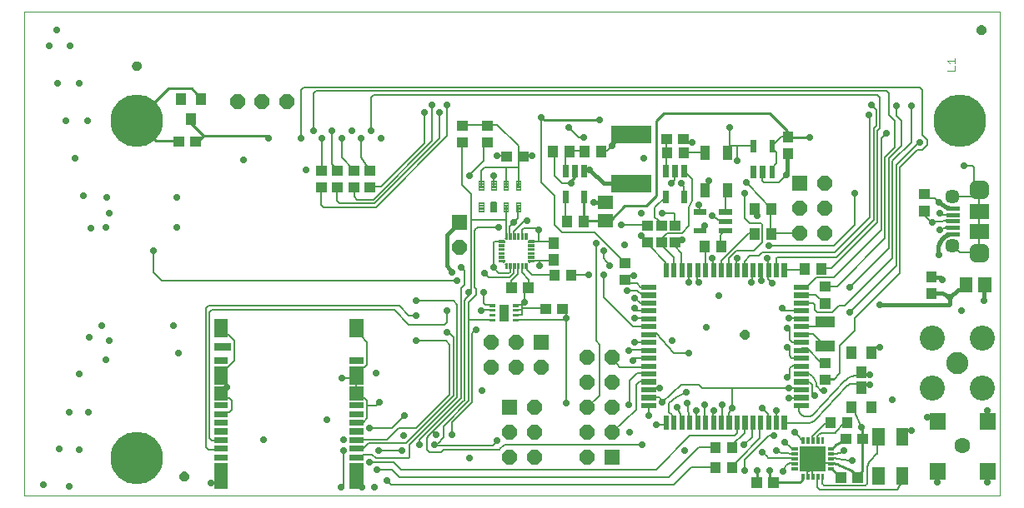
<source format=gtl>
G75*
%MOIN*%
%OFA0B0*%
%FSLAX25Y25*%
%IPPOS*%
%LPD*%
%AMOC8*
5,1,8,0,0,1.08239X$1,22.5*
%
%ADD10C,0.00000*%
%ADD11C,0.00300*%
%ADD12C,0.00256*%
%ADD13C,0.00242*%
%ADD14C,0.00213*%
%ADD15C,0.00236*%
%ADD16C,0.21000*%
%ADD17C,0.00240*%
%ADD18C,0.00248*%
%ADD19C,0.00217*%
%ADD20C,0.00231*%
%ADD21R,0.06000X0.06000*%
%ADD22OC8,0.06000*%
%ADD23C,0.06299*%
%ADD24C,0.00252*%
%ADD25C,0.04252*%
%ADD26C,0.05709*%
%ADD27C,0.00228*%
%ADD28C,0.00211*%
%ADD29C,0.00197*%
%ADD30C,0.00010*%
%ADD31C,0.00201*%
%ADD32C,0.08850*%
%ADD33C,0.10050*%
%ADD34C,0.00472*%
%ADD35C,0.00528*%
%ADD36C,0.01969*%
%ADD37OC8,0.02400*%
%ADD38C,0.01600*%
%ADD39C,0.00600*%
%ADD40C,0.01000*%
%ADD41C,0.00886*%
%ADD42C,0.00591*%
%ADD43C,0.01378*%
%ADD44C,0.01100*%
%ADD45C,0.00800*%
D10*
X0022595Y0009348D02*
X0412516Y0009348D01*
X0412516Y0203167D01*
X0022595Y0203167D01*
X0022595Y0009348D01*
D11*
X0391543Y0179498D02*
X0394445Y0179498D01*
X0394445Y0181433D01*
X0394445Y0182445D02*
X0394445Y0184380D01*
X0394445Y0183412D02*
X0391543Y0183412D01*
X0392510Y0182445D01*
D12*
X0257420Y0129519D02*
X0257420Y0124657D01*
X0251770Y0124657D01*
X0251770Y0129519D01*
X0257420Y0129519D01*
X0257420Y0124912D02*
X0251770Y0124912D01*
X0251770Y0125167D02*
X0257420Y0125167D01*
X0257420Y0125422D02*
X0251770Y0125422D01*
X0251770Y0125677D02*
X0257420Y0125677D01*
X0257420Y0125932D02*
X0251770Y0125932D01*
X0251770Y0126187D02*
X0257420Y0126187D01*
X0257420Y0126442D02*
X0251770Y0126442D01*
X0251770Y0126697D02*
X0257420Y0126697D01*
X0257420Y0126952D02*
X0251770Y0126952D01*
X0251770Y0127207D02*
X0257420Y0127207D01*
X0257420Y0127462D02*
X0251770Y0127462D01*
X0251770Y0127717D02*
X0257420Y0127717D01*
X0257420Y0127972D02*
X0251770Y0127972D01*
X0251770Y0128227D02*
X0257420Y0128227D01*
X0257420Y0128482D02*
X0251770Y0128482D01*
X0251770Y0128737D02*
X0257420Y0128737D01*
X0257420Y0128992D02*
X0251770Y0128992D01*
X0251770Y0129247D02*
X0257420Y0129247D01*
X0257420Y0129502D02*
X0251770Y0129502D01*
X0257420Y0122039D02*
X0257420Y0117177D01*
X0251770Y0117177D01*
X0251770Y0122039D01*
X0257420Y0122039D01*
X0257420Y0117432D02*
X0251770Y0117432D01*
X0251770Y0117687D02*
X0257420Y0117687D01*
X0257420Y0117942D02*
X0251770Y0117942D01*
X0251770Y0118197D02*
X0257420Y0118197D01*
X0257420Y0118452D02*
X0251770Y0118452D01*
X0251770Y0118707D02*
X0257420Y0118707D01*
X0257420Y0118962D02*
X0251770Y0118962D01*
X0251770Y0119217D02*
X0257420Y0119217D01*
X0257420Y0119472D02*
X0251770Y0119472D01*
X0251770Y0119727D02*
X0257420Y0119727D01*
X0257420Y0119982D02*
X0251770Y0119982D01*
X0251770Y0120237D02*
X0257420Y0120237D01*
X0257420Y0120492D02*
X0251770Y0120492D01*
X0251770Y0120747D02*
X0257420Y0120747D01*
X0257420Y0121002D02*
X0251770Y0121002D01*
X0251770Y0121257D02*
X0257420Y0121257D01*
X0257420Y0121512D02*
X0251770Y0121512D01*
X0251770Y0121767D02*
X0257420Y0121767D01*
X0257420Y0122022D02*
X0251770Y0122022D01*
X0396424Y0091023D02*
X0401286Y0091023D01*
X0396424Y0091023D02*
X0396424Y0096673D01*
X0401286Y0096673D01*
X0401286Y0091023D01*
X0401286Y0091278D02*
X0396424Y0091278D01*
X0396424Y0091533D02*
X0401286Y0091533D01*
X0401286Y0091788D02*
X0396424Y0091788D01*
X0396424Y0092043D02*
X0401286Y0092043D01*
X0401286Y0092298D02*
X0396424Y0092298D01*
X0396424Y0092553D02*
X0401286Y0092553D01*
X0401286Y0092808D02*
X0396424Y0092808D01*
X0396424Y0093063D02*
X0401286Y0093063D01*
X0401286Y0093318D02*
X0396424Y0093318D01*
X0396424Y0093573D02*
X0401286Y0093573D01*
X0401286Y0093828D02*
X0396424Y0093828D01*
X0396424Y0094083D02*
X0401286Y0094083D01*
X0401286Y0094338D02*
X0396424Y0094338D01*
X0396424Y0094593D02*
X0401286Y0094593D01*
X0401286Y0094848D02*
X0396424Y0094848D01*
X0396424Y0095103D02*
X0401286Y0095103D01*
X0401286Y0095358D02*
X0396424Y0095358D01*
X0396424Y0095613D02*
X0401286Y0095613D01*
X0401286Y0095868D02*
X0396424Y0095868D01*
X0396424Y0096123D02*
X0401286Y0096123D01*
X0401286Y0096378D02*
X0396424Y0096378D01*
X0396424Y0096633D02*
X0401286Y0096633D01*
X0403904Y0091023D02*
X0408766Y0091023D01*
X0403904Y0091023D02*
X0403904Y0096673D01*
X0408766Y0096673D01*
X0408766Y0091023D01*
X0408766Y0091278D02*
X0403904Y0091278D01*
X0403904Y0091533D02*
X0408766Y0091533D01*
X0408766Y0091788D02*
X0403904Y0091788D01*
X0403904Y0092043D02*
X0408766Y0092043D01*
X0408766Y0092298D02*
X0403904Y0092298D01*
X0403904Y0092553D02*
X0408766Y0092553D01*
X0408766Y0092808D02*
X0403904Y0092808D01*
X0403904Y0093063D02*
X0408766Y0093063D01*
X0408766Y0093318D02*
X0403904Y0093318D01*
X0403904Y0093573D02*
X0408766Y0093573D01*
X0408766Y0093828D02*
X0403904Y0093828D01*
X0403904Y0094083D02*
X0408766Y0094083D01*
X0408766Y0094338D02*
X0403904Y0094338D01*
X0403904Y0094593D02*
X0408766Y0094593D01*
X0408766Y0094848D02*
X0403904Y0094848D01*
X0403904Y0095103D02*
X0408766Y0095103D01*
X0408766Y0095358D02*
X0403904Y0095358D01*
X0403904Y0095613D02*
X0408766Y0095613D01*
X0408766Y0095868D02*
X0403904Y0095868D01*
X0403904Y0096123D02*
X0408766Y0096123D01*
X0408766Y0096378D02*
X0403904Y0096378D01*
X0403904Y0096633D02*
X0408766Y0096633D01*
D13*
X0305074Y0116627D02*
X0300316Y0116627D01*
X0305074Y0116627D02*
X0305074Y0114669D01*
X0300316Y0114669D01*
X0300316Y0116627D01*
X0300316Y0114910D02*
X0305074Y0114910D01*
X0305074Y0115151D02*
X0300316Y0115151D01*
X0300316Y0115392D02*
X0305074Y0115392D01*
X0305074Y0115633D02*
X0300316Y0115633D01*
X0300316Y0115874D02*
X0305074Y0115874D01*
X0305074Y0116115D02*
X0300316Y0116115D01*
X0300316Y0116356D02*
X0305074Y0116356D01*
X0305074Y0116597D02*
X0300316Y0116597D01*
X0300316Y0120327D02*
X0305074Y0120327D01*
X0305074Y0118369D01*
X0300316Y0118369D01*
X0300316Y0120327D01*
X0300316Y0118610D02*
X0305074Y0118610D01*
X0305074Y0118851D02*
X0300316Y0118851D01*
X0300316Y0119092D02*
X0305074Y0119092D01*
X0305074Y0119333D02*
X0300316Y0119333D01*
X0300316Y0119574D02*
X0305074Y0119574D01*
X0305074Y0119815D02*
X0300316Y0119815D01*
X0300316Y0120056D02*
X0305074Y0120056D01*
X0305074Y0120297D02*
X0300316Y0120297D01*
X0300316Y0124027D02*
X0305074Y0124027D01*
X0305074Y0122069D01*
X0300316Y0122069D01*
X0300316Y0124027D01*
X0300316Y0122310D02*
X0305074Y0122310D01*
X0305074Y0122551D02*
X0300316Y0122551D01*
X0300316Y0122792D02*
X0305074Y0122792D01*
X0305074Y0123033D02*
X0300316Y0123033D01*
X0300316Y0123274D02*
X0305074Y0123274D01*
X0305074Y0123515D02*
X0300316Y0123515D01*
X0300316Y0123756D02*
X0305074Y0123756D01*
X0305074Y0123997D02*
X0300316Y0123997D01*
X0294874Y0124027D02*
X0290116Y0124027D01*
X0294874Y0124027D02*
X0294874Y0122069D01*
X0290116Y0122069D01*
X0290116Y0124027D01*
X0290116Y0122310D02*
X0294874Y0122310D01*
X0294874Y0122551D02*
X0290116Y0122551D01*
X0290116Y0122792D02*
X0294874Y0122792D01*
X0294874Y0123033D02*
X0290116Y0123033D01*
X0290116Y0123274D02*
X0294874Y0123274D01*
X0294874Y0123515D02*
X0290116Y0123515D01*
X0290116Y0123756D02*
X0294874Y0123756D01*
X0294874Y0123997D02*
X0290116Y0123997D01*
X0285316Y0126869D02*
X0285316Y0131627D01*
X0287274Y0131627D01*
X0287274Y0126869D01*
X0285316Y0126869D01*
X0285316Y0127110D02*
X0287274Y0127110D01*
X0287274Y0127351D02*
X0285316Y0127351D01*
X0285316Y0127592D02*
X0287274Y0127592D01*
X0287274Y0127833D02*
X0285316Y0127833D01*
X0285316Y0128074D02*
X0287274Y0128074D01*
X0287274Y0128315D02*
X0285316Y0128315D01*
X0285316Y0128556D02*
X0287274Y0128556D01*
X0287274Y0128797D02*
X0285316Y0128797D01*
X0285316Y0129038D02*
X0287274Y0129038D01*
X0287274Y0129279D02*
X0285316Y0129279D01*
X0285316Y0129520D02*
X0287274Y0129520D01*
X0287274Y0129761D02*
X0285316Y0129761D01*
X0285316Y0130002D02*
X0287274Y0130002D01*
X0287274Y0130243D02*
X0285316Y0130243D01*
X0285316Y0130484D02*
X0287274Y0130484D01*
X0287274Y0130725D02*
X0285316Y0130725D01*
X0285316Y0130966D02*
X0287274Y0130966D01*
X0287274Y0131207D02*
X0285316Y0131207D01*
X0285316Y0131448D02*
X0287274Y0131448D01*
X0277916Y0131627D02*
X0277916Y0126869D01*
X0277916Y0131627D02*
X0279874Y0131627D01*
X0279874Y0126869D01*
X0277916Y0126869D01*
X0277916Y0127110D02*
X0279874Y0127110D01*
X0279874Y0127351D02*
X0277916Y0127351D01*
X0277916Y0127592D02*
X0279874Y0127592D01*
X0279874Y0127833D02*
X0277916Y0127833D01*
X0277916Y0128074D02*
X0279874Y0128074D01*
X0279874Y0128315D02*
X0277916Y0128315D01*
X0277916Y0128556D02*
X0279874Y0128556D01*
X0279874Y0128797D02*
X0277916Y0128797D01*
X0277916Y0129038D02*
X0279874Y0129038D01*
X0279874Y0129279D02*
X0277916Y0129279D01*
X0277916Y0129520D02*
X0279874Y0129520D01*
X0279874Y0129761D02*
X0277916Y0129761D01*
X0277916Y0130002D02*
X0279874Y0130002D01*
X0279874Y0130243D02*
X0277916Y0130243D01*
X0277916Y0130484D02*
X0279874Y0130484D01*
X0279874Y0130725D02*
X0277916Y0130725D01*
X0277916Y0130966D02*
X0279874Y0130966D01*
X0279874Y0131207D02*
X0277916Y0131207D01*
X0277916Y0131448D02*
X0279874Y0131448D01*
X0277916Y0137069D02*
X0277916Y0141827D01*
X0279874Y0141827D01*
X0279874Y0137069D01*
X0277916Y0137069D01*
X0277916Y0137310D02*
X0279874Y0137310D01*
X0279874Y0137551D02*
X0277916Y0137551D01*
X0277916Y0137792D02*
X0279874Y0137792D01*
X0279874Y0138033D02*
X0277916Y0138033D01*
X0277916Y0138274D02*
X0279874Y0138274D01*
X0279874Y0138515D02*
X0277916Y0138515D01*
X0277916Y0138756D02*
X0279874Y0138756D01*
X0279874Y0138997D02*
X0277916Y0138997D01*
X0277916Y0139238D02*
X0279874Y0139238D01*
X0279874Y0139479D02*
X0277916Y0139479D01*
X0277916Y0139720D02*
X0279874Y0139720D01*
X0279874Y0139961D02*
X0277916Y0139961D01*
X0277916Y0140202D02*
X0279874Y0140202D01*
X0279874Y0140443D02*
X0277916Y0140443D01*
X0277916Y0140684D02*
X0279874Y0140684D01*
X0279874Y0140925D02*
X0277916Y0140925D01*
X0277916Y0141166D02*
X0279874Y0141166D01*
X0279874Y0141407D02*
X0277916Y0141407D01*
X0277916Y0141648D02*
X0279874Y0141648D01*
X0281616Y0141827D02*
X0281616Y0137069D01*
X0281616Y0141827D02*
X0283574Y0141827D01*
X0283574Y0137069D01*
X0281616Y0137069D01*
X0281616Y0137310D02*
X0283574Y0137310D01*
X0283574Y0137551D02*
X0281616Y0137551D01*
X0281616Y0137792D02*
X0283574Y0137792D01*
X0283574Y0138033D02*
X0281616Y0138033D01*
X0281616Y0138274D02*
X0283574Y0138274D01*
X0283574Y0138515D02*
X0281616Y0138515D01*
X0281616Y0138756D02*
X0283574Y0138756D01*
X0283574Y0138997D02*
X0281616Y0138997D01*
X0281616Y0139238D02*
X0283574Y0139238D01*
X0283574Y0139479D02*
X0281616Y0139479D01*
X0281616Y0139720D02*
X0283574Y0139720D01*
X0283574Y0139961D02*
X0281616Y0139961D01*
X0281616Y0140202D02*
X0283574Y0140202D01*
X0283574Y0140443D02*
X0281616Y0140443D01*
X0281616Y0140684D02*
X0283574Y0140684D01*
X0283574Y0140925D02*
X0281616Y0140925D01*
X0281616Y0141166D02*
X0283574Y0141166D01*
X0283574Y0141407D02*
X0281616Y0141407D01*
X0281616Y0141648D02*
X0283574Y0141648D01*
X0285316Y0141827D02*
X0285316Y0137069D01*
X0285316Y0141827D02*
X0287274Y0141827D01*
X0287274Y0137069D01*
X0285316Y0137069D01*
X0285316Y0137310D02*
X0287274Y0137310D01*
X0287274Y0137551D02*
X0285316Y0137551D01*
X0285316Y0137792D02*
X0287274Y0137792D01*
X0287274Y0138033D02*
X0285316Y0138033D01*
X0285316Y0138274D02*
X0287274Y0138274D01*
X0287274Y0138515D02*
X0285316Y0138515D01*
X0285316Y0138756D02*
X0287274Y0138756D01*
X0287274Y0138997D02*
X0285316Y0138997D01*
X0285316Y0139238D02*
X0287274Y0139238D01*
X0287274Y0139479D02*
X0285316Y0139479D01*
X0285316Y0139720D02*
X0287274Y0139720D01*
X0287274Y0139961D02*
X0285316Y0139961D01*
X0285316Y0140202D02*
X0287274Y0140202D01*
X0287274Y0140443D02*
X0285316Y0140443D01*
X0285316Y0140684D02*
X0287274Y0140684D01*
X0287274Y0140925D02*
X0285316Y0140925D01*
X0285316Y0141166D02*
X0287274Y0141166D01*
X0287274Y0141407D02*
X0285316Y0141407D01*
X0285316Y0141648D02*
X0287274Y0141648D01*
X0245316Y0141827D02*
X0245316Y0137069D01*
X0245316Y0141827D02*
X0247274Y0141827D01*
X0247274Y0137069D01*
X0245316Y0137069D01*
X0245316Y0137310D02*
X0247274Y0137310D01*
X0247274Y0137551D02*
X0245316Y0137551D01*
X0245316Y0137792D02*
X0247274Y0137792D01*
X0247274Y0138033D02*
X0245316Y0138033D01*
X0245316Y0138274D02*
X0247274Y0138274D01*
X0247274Y0138515D02*
X0245316Y0138515D01*
X0245316Y0138756D02*
X0247274Y0138756D01*
X0247274Y0138997D02*
X0245316Y0138997D01*
X0245316Y0139238D02*
X0247274Y0139238D01*
X0247274Y0139479D02*
X0245316Y0139479D01*
X0245316Y0139720D02*
X0247274Y0139720D01*
X0247274Y0139961D02*
X0245316Y0139961D01*
X0245316Y0140202D02*
X0247274Y0140202D01*
X0247274Y0140443D02*
X0245316Y0140443D01*
X0245316Y0140684D02*
X0247274Y0140684D01*
X0247274Y0140925D02*
X0245316Y0140925D01*
X0245316Y0141166D02*
X0247274Y0141166D01*
X0247274Y0141407D02*
X0245316Y0141407D01*
X0245316Y0141648D02*
X0247274Y0141648D01*
X0241616Y0141827D02*
X0241616Y0137069D01*
X0241616Y0141827D02*
X0243574Y0141827D01*
X0243574Y0137069D01*
X0241616Y0137069D01*
X0241616Y0137310D02*
X0243574Y0137310D01*
X0243574Y0137551D02*
X0241616Y0137551D01*
X0241616Y0137792D02*
X0243574Y0137792D01*
X0243574Y0138033D02*
X0241616Y0138033D01*
X0241616Y0138274D02*
X0243574Y0138274D01*
X0243574Y0138515D02*
X0241616Y0138515D01*
X0241616Y0138756D02*
X0243574Y0138756D01*
X0243574Y0138997D02*
X0241616Y0138997D01*
X0241616Y0139238D02*
X0243574Y0139238D01*
X0243574Y0139479D02*
X0241616Y0139479D01*
X0241616Y0139720D02*
X0243574Y0139720D01*
X0243574Y0139961D02*
X0241616Y0139961D01*
X0241616Y0140202D02*
X0243574Y0140202D01*
X0243574Y0140443D02*
X0241616Y0140443D01*
X0241616Y0140684D02*
X0243574Y0140684D01*
X0243574Y0140925D02*
X0241616Y0140925D01*
X0241616Y0141166D02*
X0243574Y0141166D01*
X0243574Y0141407D02*
X0241616Y0141407D01*
X0241616Y0141648D02*
X0243574Y0141648D01*
X0237916Y0141827D02*
X0237916Y0137069D01*
X0237916Y0141827D02*
X0239874Y0141827D01*
X0239874Y0137069D01*
X0237916Y0137069D01*
X0237916Y0137310D02*
X0239874Y0137310D01*
X0239874Y0137551D02*
X0237916Y0137551D01*
X0237916Y0137792D02*
X0239874Y0137792D01*
X0239874Y0138033D02*
X0237916Y0138033D01*
X0237916Y0138274D02*
X0239874Y0138274D01*
X0239874Y0138515D02*
X0237916Y0138515D01*
X0237916Y0138756D02*
X0239874Y0138756D01*
X0239874Y0138997D02*
X0237916Y0138997D01*
X0237916Y0139238D02*
X0239874Y0139238D01*
X0239874Y0139479D02*
X0237916Y0139479D01*
X0237916Y0139720D02*
X0239874Y0139720D01*
X0239874Y0139961D02*
X0237916Y0139961D01*
X0237916Y0140202D02*
X0239874Y0140202D01*
X0239874Y0140443D02*
X0237916Y0140443D01*
X0237916Y0140684D02*
X0239874Y0140684D01*
X0239874Y0140925D02*
X0237916Y0140925D01*
X0237916Y0141166D02*
X0239874Y0141166D01*
X0239874Y0141407D02*
X0237916Y0141407D01*
X0237916Y0141648D02*
X0239874Y0141648D01*
X0237916Y0131627D02*
X0237916Y0126869D01*
X0237916Y0131627D02*
X0239874Y0131627D01*
X0239874Y0126869D01*
X0237916Y0126869D01*
X0237916Y0127110D02*
X0239874Y0127110D01*
X0239874Y0127351D02*
X0237916Y0127351D01*
X0237916Y0127592D02*
X0239874Y0127592D01*
X0239874Y0127833D02*
X0237916Y0127833D01*
X0237916Y0128074D02*
X0239874Y0128074D01*
X0239874Y0128315D02*
X0237916Y0128315D01*
X0237916Y0128556D02*
X0239874Y0128556D01*
X0239874Y0128797D02*
X0237916Y0128797D01*
X0237916Y0129038D02*
X0239874Y0129038D01*
X0239874Y0129279D02*
X0237916Y0129279D01*
X0237916Y0129520D02*
X0239874Y0129520D01*
X0239874Y0129761D02*
X0237916Y0129761D01*
X0237916Y0130002D02*
X0239874Y0130002D01*
X0239874Y0130243D02*
X0237916Y0130243D01*
X0237916Y0130484D02*
X0239874Y0130484D01*
X0239874Y0130725D02*
X0237916Y0130725D01*
X0237916Y0130966D02*
X0239874Y0130966D01*
X0239874Y0131207D02*
X0237916Y0131207D01*
X0237916Y0131448D02*
X0239874Y0131448D01*
X0245316Y0131627D02*
X0245316Y0126869D01*
X0245316Y0131627D02*
X0247274Y0131627D01*
X0247274Y0126869D01*
X0245316Y0126869D01*
X0245316Y0127110D02*
X0247274Y0127110D01*
X0247274Y0127351D02*
X0245316Y0127351D01*
X0245316Y0127592D02*
X0247274Y0127592D01*
X0247274Y0127833D02*
X0245316Y0127833D01*
X0245316Y0128074D02*
X0247274Y0128074D01*
X0247274Y0128315D02*
X0245316Y0128315D01*
X0245316Y0128556D02*
X0247274Y0128556D01*
X0247274Y0128797D02*
X0245316Y0128797D01*
X0245316Y0129038D02*
X0247274Y0129038D01*
X0247274Y0129279D02*
X0245316Y0129279D01*
X0245316Y0129520D02*
X0247274Y0129520D01*
X0247274Y0129761D02*
X0245316Y0129761D01*
X0245316Y0130002D02*
X0247274Y0130002D01*
X0247274Y0130243D02*
X0245316Y0130243D01*
X0245316Y0130484D02*
X0247274Y0130484D01*
X0247274Y0130725D02*
X0245316Y0130725D01*
X0245316Y0130966D02*
X0247274Y0130966D01*
X0247274Y0131207D02*
X0245316Y0131207D01*
X0245316Y0131448D02*
X0247274Y0131448D01*
X0290116Y0116627D02*
X0294874Y0116627D01*
X0294874Y0114669D01*
X0290116Y0114669D01*
X0290116Y0116627D01*
X0290116Y0114910D02*
X0294874Y0114910D01*
X0294874Y0115151D02*
X0290116Y0115151D01*
X0290116Y0115392D02*
X0294874Y0115392D01*
X0294874Y0115633D02*
X0290116Y0115633D01*
X0290116Y0115874D02*
X0294874Y0115874D01*
X0294874Y0116115D02*
X0290116Y0116115D01*
X0290116Y0116356D02*
X0294874Y0116356D01*
X0294874Y0116597D02*
X0290116Y0116597D01*
D14*
X0257327Y0131069D02*
X0257327Y0137943D01*
X0272863Y0137943D01*
X0272863Y0131069D01*
X0257327Y0131069D01*
X0257327Y0131281D02*
X0272863Y0131281D01*
X0272863Y0131493D02*
X0257327Y0131493D01*
X0257327Y0131705D02*
X0272863Y0131705D01*
X0272863Y0131917D02*
X0257327Y0131917D01*
X0257327Y0132129D02*
X0272863Y0132129D01*
X0272863Y0132341D02*
X0257327Y0132341D01*
X0257327Y0132553D02*
X0272863Y0132553D01*
X0272863Y0132765D02*
X0257327Y0132765D01*
X0257327Y0132977D02*
X0272863Y0132977D01*
X0272863Y0133189D02*
X0257327Y0133189D01*
X0257327Y0133401D02*
X0272863Y0133401D01*
X0272863Y0133613D02*
X0257327Y0133613D01*
X0257327Y0133825D02*
X0272863Y0133825D01*
X0272863Y0134037D02*
X0257327Y0134037D01*
X0257327Y0134249D02*
X0272863Y0134249D01*
X0272863Y0134461D02*
X0257327Y0134461D01*
X0257327Y0134673D02*
X0272863Y0134673D01*
X0272863Y0134885D02*
X0257327Y0134885D01*
X0257327Y0135097D02*
X0272863Y0135097D01*
X0272863Y0135309D02*
X0257327Y0135309D01*
X0257327Y0135521D02*
X0272863Y0135521D01*
X0272863Y0135733D02*
X0257327Y0135733D01*
X0257327Y0135945D02*
X0272863Y0135945D01*
X0272863Y0136157D02*
X0257327Y0136157D01*
X0257327Y0136369D02*
X0272863Y0136369D01*
X0272863Y0136581D02*
X0257327Y0136581D01*
X0257327Y0136793D02*
X0272863Y0136793D01*
X0272863Y0137005D02*
X0257327Y0137005D01*
X0257327Y0137217D02*
X0272863Y0137217D01*
X0272863Y0137429D02*
X0257327Y0137429D01*
X0257327Y0137641D02*
X0272863Y0137641D01*
X0272863Y0137853D02*
X0257327Y0137853D01*
X0257327Y0150754D02*
X0257327Y0157628D01*
X0272863Y0157628D01*
X0272863Y0150754D01*
X0257327Y0150754D01*
X0257327Y0150966D02*
X0272863Y0150966D01*
X0272863Y0151178D02*
X0257327Y0151178D01*
X0257327Y0151390D02*
X0272863Y0151390D01*
X0272863Y0151602D02*
X0257327Y0151602D01*
X0257327Y0151814D02*
X0272863Y0151814D01*
X0272863Y0152026D02*
X0257327Y0152026D01*
X0257327Y0152238D02*
X0272863Y0152238D01*
X0272863Y0152450D02*
X0257327Y0152450D01*
X0257327Y0152662D02*
X0272863Y0152662D01*
X0272863Y0152874D02*
X0257327Y0152874D01*
X0257327Y0153086D02*
X0272863Y0153086D01*
X0272863Y0153298D02*
X0257327Y0153298D01*
X0257327Y0153510D02*
X0272863Y0153510D01*
X0272863Y0153722D02*
X0257327Y0153722D01*
X0257327Y0153934D02*
X0272863Y0153934D01*
X0272863Y0154146D02*
X0257327Y0154146D01*
X0257327Y0154358D02*
X0272863Y0154358D01*
X0272863Y0154570D02*
X0257327Y0154570D01*
X0257327Y0154782D02*
X0272863Y0154782D01*
X0272863Y0154994D02*
X0257327Y0154994D01*
X0257327Y0155206D02*
X0272863Y0155206D01*
X0272863Y0155418D02*
X0257327Y0155418D01*
X0257327Y0155630D02*
X0272863Y0155630D01*
X0272863Y0155842D02*
X0257327Y0155842D01*
X0257327Y0156054D02*
X0272863Y0156054D01*
X0272863Y0156266D02*
X0257327Y0156266D01*
X0257327Y0156478D02*
X0272863Y0156478D01*
X0272863Y0156690D02*
X0257327Y0156690D01*
X0257327Y0156902D02*
X0272863Y0156902D01*
X0272863Y0157114D02*
X0257327Y0157114D01*
X0257327Y0157326D02*
X0272863Y0157326D01*
X0272863Y0157538D02*
X0257327Y0157538D01*
X0157713Y0073234D02*
X0152611Y0073234D01*
X0152611Y0080108D01*
X0157713Y0080108D01*
X0157713Y0073234D01*
X0157713Y0073446D02*
X0152611Y0073446D01*
X0152611Y0073658D02*
X0157713Y0073658D01*
X0157713Y0073870D02*
X0152611Y0073870D01*
X0152611Y0074082D02*
X0157713Y0074082D01*
X0157713Y0074294D02*
X0152611Y0074294D01*
X0152611Y0074506D02*
X0157713Y0074506D01*
X0157713Y0074718D02*
X0152611Y0074718D01*
X0152611Y0074930D02*
X0157713Y0074930D01*
X0157713Y0075142D02*
X0152611Y0075142D01*
X0152611Y0075354D02*
X0157713Y0075354D01*
X0157713Y0075566D02*
X0152611Y0075566D01*
X0152611Y0075778D02*
X0157713Y0075778D01*
X0157713Y0075990D02*
X0152611Y0075990D01*
X0152611Y0076202D02*
X0157713Y0076202D01*
X0157713Y0076414D02*
X0152611Y0076414D01*
X0152611Y0076626D02*
X0157713Y0076626D01*
X0157713Y0076838D02*
X0152611Y0076838D01*
X0152611Y0077050D02*
X0157713Y0077050D01*
X0157713Y0077262D02*
X0152611Y0077262D01*
X0152611Y0077474D02*
X0157713Y0077474D01*
X0157713Y0077686D02*
X0152611Y0077686D01*
X0152611Y0077898D02*
X0157713Y0077898D01*
X0157713Y0078110D02*
X0152611Y0078110D01*
X0152611Y0078322D02*
X0157713Y0078322D01*
X0157713Y0078534D02*
X0152611Y0078534D01*
X0152611Y0078746D02*
X0157713Y0078746D01*
X0157713Y0078958D02*
X0152611Y0078958D01*
X0152611Y0079170D02*
X0157713Y0079170D01*
X0157713Y0079382D02*
X0152611Y0079382D01*
X0152611Y0079594D02*
X0157713Y0079594D01*
X0157713Y0079806D02*
X0152611Y0079806D01*
X0152611Y0080018D02*
X0157713Y0080018D01*
X0157713Y0054218D02*
X0152611Y0054218D01*
X0152611Y0061250D01*
X0157713Y0061250D01*
X0157713Y0054218D01*
X0157713Y0054430D02*
X0152611Y0054430D01*
X0152611Y0054642D02*
X0157713Y0054642D01*
X0157713Y0054854D02*
X0152611Y0054854D01*
X0152611Y0055066D02*
X0157713Y0055066D01*
X0157713Y0055278D02*
X0152611Y0055278D01*
X0152611Y0055490D02*
X0157713Y0055490D01*
X0157713Y0055702D02*
X0152611Y0055702D01*
X0152611Y0055914D02*
X0157713Y0055914D01*
X0157713Y0056126D02*
X0152611Y0056126D01*
X0152611Y0056338D02*
X0157713Y0056338D01*
X0157713Y0056550D02*
X0152611Y0056550D01*
X0152611Y0056762D02*
X0157713Y0056762D01*
X0157713Y0056974D02*
X0152611Y0056974D01*
X0152611Y0057186D02*
X0157713Y0057186D01*
X0157713Y0057398D02*
X0152611Y0057398D01*
X0152611Y0057610D02*
X0157713Y0057610D01*
X0157713Y0057822D02*
X0152611Y0057822D01*
X0152611Y0058034D02*
X0157713Y0058034D01*
X0157713Y0058246D02*
X0152611Y0058246D01*
X0152611Y0058458D02*
X0157713Y0058458D01*
X0157713Y0058670D02*
X0152611Y0058670D01*
X0152611Y0058882D02*
X0157713Y0058882D01*
X0157713Y0059094D02*
X0152611Y0059094D01*
X0152611Y0059306D02*
X0157713Y0059306D01*
X0157713Y0059518D02*
X0152611Y0059518D01*
X0152611Y0059730D02*
X0157713Y0059730D01*
X0157713Y0059942D02*
X0152611Y0059942D01*
X0152611Y0060154D02*
X0157713Y0060154D01*
X0157713Y0060366D02*
X0152611Y0060366D01*
X0152611Y0060578D02*
X0157713Y0060578D01*
X0157713Y0060790D02*
X0152611Y0060790D01*
X0152611Y0061002D02*
X0157713Y0061002D01*
X0157713Y0061214D02*
X0152611Y0061214D01*
X0103579Y0054218D02*
X0098477Y0054218D01*
X0098477Y0061250D01*
X0103579Y0061250D01*
X0103579Y0054218D01*
X0103579Y0054430D02*
X0098477Y0054430D01*
X0098477Y0054642D02*
X0103579Y0054642D01*
X0103579Y0054854D02*
X0098477Y0054854D01*
X0098477Y0055066D02*
X0103579Y0055066D01*
X0103579Y0055278D02*
X0098477Y0055278D01*
X0098477Y0055490D02*
X0103579Y0055490D01*
X0103579Y0055702D02*
X0098477Y0055702D01*
X0098477Y0055914D02*
X0103579Y0055914D01*
X0103579Y0056126D02*
X0098477Y0056126D01*
X0098477Y0056338D02*
X0103579Y0056338D01*
X0103579Y0056550D02*
X0098477Y0056550D01*
X0098477Y0056762D02*
X0103579Y0056762D01*
X0103579Y0056974D02*
X0098477Y0056974D01*
X0098477Y0057186D02*
X0103579Y0057186D01*
X0103579Y0057398D02*
X0098477Y0057398D01*
X0098477Y0057610D02*
X0103579Y0057610D01*
X0103579Y0057822D02*
X0098477Y0057822D01*
X0098477Y0058034D02*
X0103579Y0058034D01*
X0103579Y0058246D02*
X0098477Y0058246D01*
X0098477Y0058458D02*
X0103579Y0058458D01*
X0103579Y0058670D02*
X0098477Y0058670D01*
X0098477Y0058882D02*
X0103579Y0058882D01*
X0103579Y0059094D02*
X0098477Y0059094D01*
X0098477Y0059306D02*
X0103579Y0059306D01*
X0103579Y0059518D02*
X0098477Y0059518D01*
X0098477Y0059730D02*
X0103579Y0059730D01*
X0103579Y0059942D02*
X0098477Y0059942D01*
X0098477Y0060154D02*
X0103579Y0060154D01*
X0103579Y0060366D02*
X0098477Y0060366D01*
X0098477Y0060578D02*
X0103579Y0060578D01*
X0103579Y0060790D02*
X0098477Y0060790D01*
X0098477Y0061002D02*
X0103579Y0061002D01*
X0103579Y0061214D02*
X0098477Y0061214D01*
X0098477Y0073234D02*
X0103579Y0073234D01*
X0098477Y0073234D02*
X0098477Y0080108D01*
X0103579Y0080108D01*
X0103579Y0073234D01*
X0103579Y0073446D02*
X0098477Y0073446D01*
X0098477Y0073658D02*
X0103579Y0073658D01*
X0103579Y0073870D02*
X0098477Y0073870D01*
X0098477Y0074082D02*
X0103579Y0074082D01*
X0103579Y0074294D02*
X0098477Y0074294D01*
X0098477Y0074506D02*
X0103579Y0074506D01*
X0103579Y0074718D02*
X0098477Y0074718D01*
X0098477Y0074930D02*
X0103579Y0074930D01*
X0103579Y0075142D02*
X0098477Y0075142D01*
X0098477Y0075354D02*
X0103579Y0075354D01*
X0103579Y0075566D02*
X0098477Y0075566D01*
X0098477Y0075778D02*
X0103579Y0075778D01*
X0103579Y0075990D02*
X0098477Y0075990D01*
X0098477Y0076202D02*
X0103579Y0076202D01*
X0103579Y0076414D02*
X0098477Y0076414D01*
X0098477Y0076626D02*
X0103579Y0076626D01*
X0103579Y0076838D02*
X0098477Y0076838D01*
X0098477Y0077050D02*
X0103579Y0077050D01*
X0103579Y0077262D02*
X0098477Y0077262D01*
X0098477Y0077474D02*
X0103579Y0077474D01*
X0103579Y0077686D02*
X0098477Y0077686D01*
X0098477Y0077898D02*
X0103579Y0077898D01*
X0103579Y0078110D02*
X0098477Y0078110D01*
X0098477Y0078322D02*
X0103579Y0078322D01*
X0103579Y0078534D02*
X0098477Y0078534D01*
X0098477Y0078746D02*
X0103579Y0078746D01*
X0103579Y0078958D02*
X0098477Y0078958D01*
X0098477Y0079170D02*
X0103579Y0079170D01*
X0103579Y0079382D02*
X0098477Y0079382D01*
X0098477Y0079594D02*
X0103579Y0079594D01*
X0103579Y0079806D02*
X0098477Y0079806D01*
X0098477Y0080018D02*
X0103579Y0080018D01*
X0103579Y0012407D02*
X0098477Y0012407D01*
X0098477Y0022431D01*
X0103579Y0022431D01*
X0103579Y0012407D01*
X0103579Y0012619D02*
X0098477Y0012619D01*
X0098477Y0012831D02*
X0103579Y0012831D01*
X0103579Y0013043D02*
X0098477Y0013043D01*
X0098477Y0013255D02*
X0103579Y0013255D01*
X0103579Y0013467D02*
X0098477Y0013467D01*
X0098477Y0013679D02*
X0103579Y0013679D01*
X0103579Y0013891D02*
X0098477Y0013891D01*
X0098477Y0014103D02*
X0103579Y0014103D01*
X0103579Y0014315D02*
X0098477Y0014315D01*
X0098477Y0014527D02*
X0103579Y0014527D01*
X0103579Y0014739D02*
X0098477Y0014739D01*
X0098477Y0014951D02*
X0103579Y0014951D01*
X0103579Y0015163D02*
X0098477Y0015163D01*
X0098477Y0015375D02*
X0103579Y0015375D01*
X0103579Y0015587D02*
X0098477Y0015587D01*
X0098477Y0015799D02*
X0103579Y0015799D01*
X0103579Y0016011D02*
X0098477Y0016011D01*
X0098477Y0016223D02*
X0103579Y0016223D01*
X0103579Y0016435D02*
X0098477Y0016435D01*
X0098477Y0016647D02*
X0103579Y0016647D01*
X0103579Y0016859D02*
X0098477Y0016859D01*
X0098477Y0017071D02*
X0103579Y0017071D01*
X0103579Y0017283D02*
X0098477Y0017283D01*
X0098477Y0017495D02*
X0103579Y0017495D01*
X0103579Y0017707D02*
X0098477Y0017707D01*
X0098477Y0017919D02*
X0103579Y0017919D01*
X0103579Y0018131D02*
X0098477Y0018131D01*
X0098477Y0018343D02*
X0103579Y0018343D01*
X0103579Y0018555D02*
X0098477Y0018555D01*
X0098477Y0018767D02*
X0103579Y0018767D01*
X0103579Y0018979D02*
X0098477Y0018979D01*
X0098477Y0019191D02*
X0103579Y0019191D01*
X0103579Y0019403D02*
X0098477Y0019403D01*
X0098477Y0019615D02*
X0103579Y0019615D01*
X0103579Y0019827D02*
X0098477Y0019827D01*
X0098477Y0020039D02*
X0103579Y0020039D01*
X0103579Y0020251D02*
X0098477Y0020251D01*
X0098477Y0020463D02*
X0103579Y0020463D01*
X0103579Y0020675D02*
X0098477Y0020675D01*
X0098477Y0020887D02*
X0103579Y0020887D01*
X0103579Y0021099D02*
X0098477Y0021099D01*
X0098477Y0021311D02*
X0103579Y0021311D01*
X0103579Y0021523D02*
X0098477Y0021523D01*
X0098477Y0021735D02*
X0103579Y0021735D01*
X0103579Y0021947D02*
X0098477Y0021947D01*
X0098477Y0022159D02*
X0103579Y0022159D01*
X0103579Y0022371D02*
X0098477Y0022371D01*
X0152611Y0012407D02*
X0157713Y0012407D01*
X0152611Y0012407D02*
X0152611Y0022431D01*
X0157713Y0022431D01*
X0157713Y0012407D01*
X0157713Y0012619D02*
X0152611Y0012619D01*
X0152611Y0012831D02*
X0157713Y0012831D01*
X0157713Y0013043D02*
X0152611Y0013043D01*
X0152611Y0013255D02*
X0157713Y0013255D01*
X0157713Y0013467D02*
X0152611Y0013467D01*
X0152611Y0013679D02*
X0157713Y0013679D01*
X0157713Y0013891D02*
X0152611Y0013891D01*
X0152611Y0014103D02*
X0157713Y0014103D01*
X0157713Y0014315D02*
X0152611Y0014315D01*
X0152611Y0014527D02*
X0157713Y0014527D01*
X0157713Y0014739D02*
X0152611Y0014739D01*
X0152611Y0014951D02*
X0157713Y0014951D01*
X0157713Y0015163D02*
X0152611Y0015163D01*
X0152611Y0015375D02*
X0157713Y0015375D01*
X0157713Y0015587D02*
X0152611Y0015587D01*
X0152611Y0015799D02*
X0157713Y0015799D01*
X0157713Y0016011D02*
X0152611Y0016011D01*
X0152611Y0016223D02*
X0157713Y0016223D01*
X0157713Y0016435D02*
X0152611Y0016435D01*
X0152611Y0016647D02*
X0157713Y0016647D01*
X0157713Y0016859D02*
X0152611Y0016859D01*
X0152611Y0017071D02*
X0157713Y0017071D01*
X0157713Y0017283D02*
X0152611Y0017283D01*
X0152611Y0017495D02*
X0157713Y0017495D01*
X0157713Y0017707D02*
X0152611Y0017707D01*
X0152611Y0017919D02*
X0157713Y0017919D01*
X0157713Y0018131D02*
X0152611Y0018131D01*
X0152611Y0018343D02*
X0157713Y0018343D01*
X0157713Y0018555D02*
X0152611Y0018555D01*
X0152611Y0018767D02*
X0157713Y0018767D01*
X0157713Y0018979D02*
X0152611Y0018979D01*
X0152611Y0019191D02*
X0157713Y0019191D01*
X0157713Y0019403D02*
X0152611Y0019403D01*
X0152611Y0019615D02*
X0157713Y0019615D01*
X0157713Y0019827D02*
X0152611Y0019827D01*
X0152611Y0020039D02*
X0157713Y0020039D01*
X0157713Y0020251D02*
X0152611Y0020251D01*
X0152611Y0020463D02*
X0157713Y0020463D01*
X0157713Y0020675D02*
X0152611Y0020675D01*
X0152611Y0020887D02*
X0157713Y0020887D01*
X0157713Y0021099D02*
X0152611Y0021099D01*
X0152611Y0021311D02*
X0157713Y0021311D01*
X0157713Y0021523D02*
X0152611Y0021523D01*
X0152611Y0021735D02*
X0157713Y0021735D01*
X0157713Y0021947D02*
X0152611Y0021947D01*
X0152611Y0022159D02*
X0157713Y0022159D01*
X0157713Y0022371D02*
X0152611Y0022371D01*
D15*
X0228702Y0086198D02*
X0232796Y0086198D01*
X0232796Y0082498D01*
X0228702Y0082498D01*
X0228702Y0086198D01*
X0228702Y0082733D02*
X0232796Y0082733D01*
X0232796Y0082968D02*
X0228702Y0082968D01*
X0228702Y0083203D02*
X0232796Y0083203D01*
X0232796Y0083438D02*
X0228702Y0083438D01*
X0228702Y0083673D02*
X0232796Y0083673D01*
X0232796Y0083908D02*
X0228702Y0083908D01*
X0228702Y0084143D02*
X0232796Y0084143D01*
X0232796Y0084378D02*
X0228702Y0084378D01*
X0228702Y0084613D02*
X0232796Y0084613D01*
X0232796Y0084848D02*
X0228702Y0084848D01*
X0228702Y0085083D02*
X0232796Y0085083D01*
X0232796Y0085318D02*
X0228702Y0085318D01*
X0228702Y0085553D02*
X0232796Y0085553D01*
X0232796Y0085788D02*
X0228702Y0085788D01*
X0228702Y0086023D02*
X0232796Y0086023D01*
X0235395Y0086198D02*
X0239489Y0086198D01*
X0239489Y0082498D01*
X0235395Y0082498D01*
X0235395Y0086198D01*
X0235395Y0082733D02*
X0239489Y0082733D01*
X0239489Y0082968D02*
X0235395Y0082968D01*
X0235395Y0083203D02*
X0239489Y0083203D01*
X0239489Y0083438D02*
X0235395Y0083438D01*
X0235395Y0083673D02*
X0239489Y0083673D01*
X0239489Y0083908D02*
X0235395Y0083908D01*
X0235395Y0084143D02*
X0239489Y0084143D01*
X0239489Y0084378D02*
X0235395Y0084378D01*
X0235395Y0084613D02*
X0239489Y0084613D01*
X0239489Y0084848D02*
X0235395Y0084848D01*
X0235395Y0085083D02*
X0239489Y0085083D01*
X0239489Y0085318D02*
X0235395Y0085318D01*
X0235395Y0085553D02*
X0239489Y0085553D01*
X0239489Y0085788D02*
X0235395Y0085788D01*
X0235395Y0086023D02*
X0239489Y0086023D01*
X0225989Y0090998D02*
X0221895Y0090998D01*
X0221895Y0094698D01*
X0225989Y0094698D01*
X0225989Y0090998D01*
X0225989Y0091233D02*
X0221895Y0091233D01*
X0221895Y0091468D02*
X0225989Y0091468D01*
X0225989Y0091703D02*
X0221895Y0091703D01*
X0221895Y0091938D02*
X0225989Y0091938D01*
X0225989Y0092173D02*
X0221895Y0092173D01*
X0221895Y0092408D02*
X0225989Y0092408D01*
X0225989Y0092643D02*
X0221895Y0092643D01*
X0221895Y0092878D02*
X0225989Y0092878D01*
X0225989Y0093113D02*
X0221895Y0093113D01*
X0221895Y0093348D02*
X0225989Y0093348D01*
X0225989Y0093583D02*
X0221895Y0093583D01*
X0221895Y0093818D02*
X0225989Y0093818D01*
X0225989Y0094053D02*
X0221895Y0094053D01*
X0221895Y0094288D02*
X0225989Y0094288D01*
X0225989Y0094523D02*
X0221895Y0094523D01*
X0219296Y0090998D02*
X0215202Y0090998D01*
X0215202Y0094698D01*
X0219296Y0094698D01*
X0219296Y0090998D01*
X0219296Y0091233D02*
X0215202Y0091233D01*
X0215202Y0091468D02*
X0219296Y0091468D01*
X0219296Y0091703D02*
X0215202Y0091703D01*
X0215202Y0091938D02*
X0219296Y0091938D01*
X0219296Y0092173D02*
X0215202Y0092173D01*
X0215202Y0092408D02*
X0219296Y0092408D01*
X0219296Y0092643D02*
X0215202Y0092643D01*
X0215202Y0092878D02*
X0219296Y0092878D01*
X0219296Y0093113D02*
X0215202Y0093113D01*
X0215202Y0093348D02*
X0219296Y0093348D01*
X0219296Y0093583D02*
X0215202Y0093583D01*
X0215202Y0093818D02*
X0219296Y0093818D01*
X0219296Y0094053D02*
X0215202Y0094053D01*
X0215202Y0094288D02*
X0219296Y0094288D01*
X0219296Y0094523D02*
X0215202Y0094523D01*
X0232399Y0095801D02*
X0236099Y0095801D01*
X0232399Y0095801D02*
X0232399Y0099895D01*
X0236099Y0099895D01*
X0236099Y0095801D01*
X0236099Y0096036D02*
X0232399Y0096036D01*
X0232399Y0096271D02*
X0236099Y0096271D01*
X0236099Y0096506D02*
X0232399Y0096506D01*
X0232399Y0096741D02*
X0236099Y0096741D01*
X0236099Y0096976D02*
X0232399Y0096976D01*
X0232399Y0097211D02*
X0236099Y0097211D01*
X0236099Y0097446D02*
X0232399Y0097446D01*
X0232399Y0097681D02*
X0236099Y0097681D01*
X0236099Y0097916D02*
X0232399Y0097916D01*
X0232399Y0098151D02*
X0236099Y0098151D01*
X0236099Y0098386D02*
X0232399Y0098386D01*
X0232399Y0098621D02*
X0236099Y0098621D01*
X0236099Y0098856D02*
X0232399Y0098856D01*
X0232399Y0099091D02*
X0236099Y0099091D01*
X0236099Y0099326D02*
X0232399Y0099326D01*
X0232399Y0099561D02*
X0236099Y0099561D01*
X0236099Y0099796D02*
X0232399Y0099796D01*
X0235945Y0101955D02*
X0235945Y0106049D01*
X0235945Y0101955D02*
X0232245Y0101955D01*
X0232245Y0106049D01*
X0235945Y0106049D01*
X0235945Y0102190D02*
X0232245Y0102190D01*
X0232245Y0102425D02*
X0235945Y0102425D01*
X0235945Y0102660D02*
X0232245Y0102660D01*
X0232245Y0102895D02*
X0235945Y0102895D01*
X0235945Y0103130D02*
X0232245Y0103130D01*
X0232245Y0103365D02*
X0235945Y0103365D01*
X0235945Y0103600D02*
X0232245Y0103600D01*
X0232245Y0103835D02*
X0235945Y0103835D01*
X0235945Y0104070D02*
X0232245Y0104070D01*
X0232245Y0104305D02*
X0235945Y0104305D01*
X0235945Y0104540D02*
X0232245Y0104540D01*
X0232245Y0104775D02*
X0235945Y0104775D01*
X0235945Y0105010D02*
X0232245Y0105010D01*
X0232245Y0105245D02*
X0235945Y0105245D01*
X0235945Y0105480D02*
X0232245Y0105480D01*
X0232245Y0105715D02*
X0235945Y0105715D01*
X0235945Y0105950D02*
X0232245Y0105950D01*
X0235945Y0108647D02*
X0235945Y0112741D01*
X0235945Y0108647D02*
X0232245Y0108647D01*
X0232245Y0112741D01*
X0235945Y0112741D01*
X0235945Y0108882D02*
X0232245Y0108882D01*
X0232245Y0109117D02*
X0235945Y0109117D01*
X0235945Y0109352D02*
X0232245Y0109352D01*
X0232245Y0109587D02*
X0235945Y0109587D01*
X0235945Y0109822D02*
X0232245Y0109822D01*
X0232245Y0110057D02*
X0235945Y0110057D01*
X0235945Y0110292D02*
X0232245Y0110292D01*
X0232245Y0110527D02*
X0235945Y0110527D01*
X0235945Y0110762D02*
X0232245Y0110762D01*
X0232245Y0110997D02*
X0235945Y0110997D01*
X0235945Y0111232D02*
X0232245Y0111232D01*
X0232245Y0111467D02*
X0235945Y0111467D01*
X0235945Y0111702D02*
X0232245Y0111702D01*
X0232245Y0111937D02*
X0235945Y0111937D01*
X0235945Y0112172D02*
X0232245Y0112172D01*
X0232245Y0112407D02*
X0235945Y0112407D01*
X0235945Y0112642D02*
X0232245Y0112642D01*
X0237399Y0121395D02*
X0241099Y0121395D01*
X0241099Y0117301D01*
X0237399Y0117301D01*
X0237399Y0121395D01*
X0237399Y0117536D02*
X0241099Y0117536D01*
X0241099Y0117771D02*
X0237399Y0117771D01*
X0237399Y0118006D02*
X0241099Y0118006D01*
X0241099Y0118241D02*
X0237399Y0118241D01*
X0237399Y0118476D02*
X0241099Y0118476D01*
X0241099Y0118711D02*
X0237399Y0118711D01*
X0237399Y0118946D02*
X0241099Y0118946D01*
X0241099Y0119181D02*
X0237399Y0119181D01*
X0237399Y0119416D02*
X0241099Y0119416D01*
X0241099Y0119651D02*
X0237399Y0119651D01*
X0237399Y0119886D02*
X0241099Y0119886D01*
X0241099Y0120121D02*
X0237399Y0120121D01*
X0237399Y0120356D02*
X0241099Y0120356D01*
X0241099Y0120591D02*
X0237399Y0120591D01*
X0237399Y0120826D02*
X0241099Y0120826D01*
X0241099Y0121061D02*
X0237399Y0121061D01*
X0237399Y0121296D02*
X0241099Y0121296D01*
X0244092Y0121395D02*
X0247792Y0121395D01*
X0247792Y0117301D01*
X0244092Y0117301D01*
X0244092Y0121395D01*
X0244092Y0117536D02*
X0247792Y0117536D01*
X0247792Y0117771D02*
X0244092Y0117771D01*
X0244092Y0118006D02*
X0247792Y0118006D01*
X0247792Y0118241D02*
X0244092Y0118241D01*
X0244092Y0118476D02*
X0247792Y0118476D01*
X0247792Y0118711D02*
X0244092Y0118711D01*
X0244092Y0118946D02*
X0247792Y0118946D01*
X0247792Y0119181D02*
X0244092Y0119181D01*
X0244092Y0119416D02*
X0247792Y0119416D01*
X0247792Y0119651D02*
X0244092Y0119651D01*
X0244092Y0119886D02*
X0247792Y0119886D01*
X0247792Y0120121D02*
X0244092Y0120121D01*
X0244092Y0120356D02*
X0247792Y0120356D01*
X0247792Y0120591D02*
X0244092Y0120591D01*
X0244092Y0120826D02*
X0247792Y0120826D01*
X0247792Y0121061D02*
X0244092Y0121061D01*
X0244092Y0121296D02*
X0247792Y0121296D01*
X0273642Y0119544D02*
X0273642Y0115844D01*
X0269548Y0115844D01*
X0269548Y0119544D01*
X0273642Y0119544D01*
X0273642Y0116079D02*
X0269548Y0116079D01*
X0269548Y0116314D02*
X0273642Y0116314D01*
X0273642Y0116549D02*
X0269548Y0116549D01*
X0269548Y0116784D02*
X0273642Y0116784D01*
X0273642Y0117019D02*
X0269548Y0117019D01*
X0269548Y0117254D02*
X0273642Y0117254D01*
X0273642Y0117489D02*
X0269548Y0117489D01*
X0269548Y0117724D02*
X0273642Y0117724D01*
X0273642Y0117959D02*
X0269548Y0117959D01*
X0269548Y0118194D02*
X0273642Y0118194D01*
X0273642Y0118429D02*
X0269548Y0118429D01*
X0269548Y0118664D02*
X0273642Y0118664D01*
X0273642Y0118899D02*
X0269548Y0118899D01*
X0269548Y0119134D02*
X0273642Y0119134D01*
X0273642Y0119369D02*
X0269548Y0119369D01*
X0275048Y0119544D02*
X0275048Y0115844D01*
X0275048Y0119544D02*
X0279142Y0119544D01*
X0279142Y0115844D01*
X0275048Y0115844D01*
X0275048Y0116079D02*
X0279142Y0116079D01*
X0279142Y0116314D02*
X0275048Y0116314D01*
X0275048Y0116549D02*
X0279142Y0116549D01*
X0279142Y0116784D02*
X0275048Y0116784D01*
X0275048Y0117019D02*
X0279142Y0117019D01*
X0279142Y0117254D02*
X0275048Y0117254D01*
X0275048Y0117489D02*
X0279142Y0117489D01*
X0279142Y0117724D02*
X0275048Y0117724D01*
X0275048Y0117959D02*
X0279142Y0117959D01*
X0279142Y0118194D02*
X0275048Y0118194D01*
X0275048Y0118429D02*
X0279142Y0118429D01*
X0279142Y0118664D02*
X0275048Y0118664D01*
X0275048Y0118899D02*
X0279142Y0118899D01*
X0279142Y0119134D02*
X0275048Y0119134D01*
X0275048Y0119369D02*
X0279142Y0119369D01*
X0284642Y0119544D02*
X0284642Y0115844D01*
X0280548Y0115844D01*
X0280548Y0119544D01*
X0284642Y0119544D01*
X0284642Y0116079D02*
X0280548Y0116079D01*
X0280548Y0116314D02*
X0284642Y0116314D01*
X0284642Y0116549D02*
X0280548Y0116549D01*
X0280548Y0116784D02*
X0284642Y0116784D01*
X0284642Y0117019D02*
X0280548Y0117019D01*
X0280548Y0117254D02*
X0284642Y0117254D01*
X0284642Y0117489D02*
X0280548Y0117489D01*
X0280548Y0117724D02*
X0284642Y0117724D01*
X0284642Y0117959D02*
X0280548Y0117959D01*
X0280548Y0118194D02*
X0284642Y0118194D01*
X0284642Y0118429D02*
X0280548Y0118429D01*
X0280548Y0118664D02*
X0284642Y0118664D01*
X0284642Y0118899D02*
X0280548Y0118899D01*
X0280548Y0119134D02*
X0284642Y0119134D01*
X0284642Y0119369D02*
X0280548Y0119369D01*
X0284642Y0112852D02*
X0284642Y0109152D01*
X0280548Y0109152D01*
X0280548Y0112852D01*
X0284642Y0112852D01*
X0284642Y0109387D02*
X0280548Y0109387D01*
X0280548Y0109622D02*
X0284642Y0109622D01*
X0284642Y0109857D02*
X0280548Y0109857D01*
X0280548Y0110092D02*
X0284642Y0110092D01*
X0284642Y0110327D02*
X0280548Y0110327D01*
X0280548Y0110562D02*
X0284642Y0110562D01*
X0284642Y0110797D02*
X0280548Y0110797D01*
X0280548Y0111032D02*
X0284642Y0111032D01*
X0284642Y0111267D02*
X0280548Y0111267D01*
X0280548Y0111502D02*
X0284642Y0111502D01*
X0284642Y0111737D02*
X0280548Y0111737D01*
X0280548Y0111972D02*
X0284642Y0111972D01*
X0284642Y0112207D02*
X0280548Y0112207D01*
X0280548Y0112442D02*
X0284642Y0112442D01*
X0284642Y0112677D02*
X0280548Y0112677D01*
X0275048Y0112852D02*
X0275048Y0109152D01*
X0275048Y0112852D02*
X0279142Y0112852D01*
X0279142Y0109152D01*
X0275048Y0109152D01*
X0275048Y0109387D02*
X0279142Y0109387D01*
X0279142Y0109622D02*
X0275048Y0109622D01*
X0275048Y0109857D02*
X0279142Y0109857D01*
X0279142Y0110092D02*
X0275048Y0110092D01*
X0275048Y0110327D02*
X0279142Y0110327D01*
X0279142Y0110562D02*
X0275048Y0110562D01*
X0275048Y0110797D02*
X0279142Y0110797D01*
X0279142Y0111032D02*
X0275048Y0111032D01*
X0275048Y0111267D02*
X0279142Y0111267D01*
X0279142Y0111502D02*
X0275048Y0111502D01*
X0275048Y0111737D02*
X0279142Y0111737D01*
X0279142Y0111972D02*
X0275048Y0111972D01*
X0275048Y0112207D02*
X0279142Y0112207D01*
X0279142Y0112442D02*
X0275048Y0112442D01*
X0275048Y0112677D02*
X0279142Y0112677D01*
X0273642Y0112852D02*
X0273642Y0109152D01*
X0269548Y0109152D01*
X0269548Y0112852D01*
X0273642Y0112852D01*
X0273642Y0109387D02*
X0269548Y0109387D01*
X0269548Y0109622D02*
X0273642Y0109622D01*
X0273642Y0109857D02*
X0269548Y0109857D01*
X0269548Y0110092D02*
X0273642Y0110092D01*
X0273642Y0110327D02*
X0269548Y0110327D01*
X0269548Y0110562D02*
X0273642Y0110562D01*
X0273642Y0110797D02*
X0269548Y0110797D01*
X0269548Y0111032D02*
X0273642Y0111032D01*
X0273642Y0111267D02*
X0269548Y0111267D01*
X0269548Y0111502D02*
X0273642Y0111502D01*
X0273642Y0111737D02*
X0269548Y0111737D01*
X0269548Y0111972D02*
X0273642Y0111972D01*
X0273642Y0112207D02*
X0269548Y0112207D01*
X0269548Y0112442D02*
X0273642Y0112442D01*
X0273642Y0112677D02*
X0269548Y0112677D01*
X0260548Y0104544D02*
X0260548Y0100844D01*
X0260548Y0104544D02*
X0264642Y0104544D01*
X0264642Y0100844D01*
X0260548Y0100844D01*
X0260548Y0101079D02*
X0264642Y0101079D01*
X0264642Y0101314D02*
X0260548Y0101314D01*
X0260548Y0101549D02*
X0264642Y0101549D01*
X0264642Y0101784D02*
X0260548Y0101784D01*
X0260548Y0102019D02*
X0264642Y0102019D01*
X0264642Y0102254D02*
X0260548Y0102254D01*
X0260548Y0102489D02*
X0264642Y0102489D01*
X0264642Y0102724D02*
X0260548Y0102724D01*
X0260548Y0102959D02*
X0264642Y0102959D01*
X0264642Y0103194D02*
X0260548Y0103194D01*
X0260548Y0103429D02*
X0264642Y0103429D01*
X0264642Y0103664D02*
X0260548Y0103664D01*
X0260548Y0103899D02*
X0264642Y0103899D01*
X0264642Y0104134D02*
X0260548Y0104134D01*
X0260548Y0104369D02*
X0264642Y0104369D01*
X0260548Y0097852D02*
X0260548Y0094152D01*
X0260548Y0097852D02*
X0264642Y0097852D01*
X0264642Y0094152D01*
X0260548Y0094152D01*
X0260548Y0094387D02*
X0264642Y0094387D01*
X0264642Y0094622D02*
X0260548Y0094622D01*
X0260548Y0094857D02*
X0264642Y0094857D01*
X0264642Y0095092D02*
X0260548Y0095092D01*
X0260548Y0095327D02*
X0264642Y0095327D01*
X0264642Y0095562D02*
X0260548Y0095562D01*
X0260548Y0095797D02*
X0264642Y0095797D01*
X0264642Y0096032D02*
X0260548Y0096032D01*
X0260548Y0096267D02*
X0264642Y0096267D01*
X0264642Y0096502D02*
X0260548Y0096502D01*
X0260548Y0096737D02*
X0264642Y0096737D01*
X0264642Y0096972D02*
X0260548Y0096972D01*
X0260548Y0097207D02*
X0264642Y0097207D01*
X0264642Y0097442D02*
X0260548Y0097442D01*
X0260548Y0097677D02*
X0264642Y0097677D01*
X0242792Y0095801D02*
X0239092Y0095801D01*
X0239092Y0099895D01*
X0242792Y0099895D01*
X0242792Y0095801D01*
X0242792Y0096036D02*
X0239092Y0096036D01*
X0239092Y0096271D02*
X0242792Y0096271D01*
X0242792Y0096506D02*
X0239092Y0096506D01*
X0239092Y0096741D02*
X0242792Y0096741D01*
X0242792Y0096976D02*
X0239092Y0096976D01*
X0239092Y0097211D02*
X0242792Y0097211D01*
X0242792Y0097446D02*
X0239092Y0097446D01*
X0239092Y0097681D02*
X0242792Y0097681D01*
X0242792Y0097916D02*
X0239092Y0097916D01*
X0239092Y0098151D02*
X0242792Y0098151D01*
X0242792Y0098386D02*
X0239092Y0098386D01*
X0239092Y0098621D02*
X0242792Y0098621D01*
X0242792Y0098856D02*
X0239092Y0098856D01*
X0239092Y0099091D02*
X0242792Y0099091D01*
X0242792Y0099326D02*
X0239092Y0099326D01*
X0239092Y0099561D02*
X0242792Y0099561D01*
X0242792Y0099796D02*
X0239092Y0099796D01*
X0292399Y0111395D02*
X0296099Y0111395D01*
X0296099Y0107301D01*
X0292399Y0107301D01*
X0292399Y0111395D01*
X0292399Y0107536D02*
X0296099Y0107536D01*
X0296099Y0107771D02*
X0292399Y0107771D01*
X0292399Y0108006D02*
X0296099Y0108006D01*
X0296099Y0108241D02*
X0292399Y0108241D01*
X0292399Y0108476D02*
X0296099Y0108476D01*
X0296099Y0108711D02*
X0292399Y0108711D01*
X0292399Y0108946D02*
X0296099Y0108946D01*
X0296099Y0109181D02*
X0292399Y0109181D01*
X0292399Y0109416D02*
X0296099Y0109416D01*
X0296099Y0109651D02*
X0292399Y0109651D01*
X0292399Y0109886D02*
X0296099Y0109886D01*
X0296099Y0110121D02*
X0292399Y0110121D01*
X0292399Y0110356D02*
X0296099Y0110356D01*
X0296099Y0110591D02*
X0292399Y0110591D01*
X0292399Y0110826D02*
X0296099Y0110826D01*
X0296099Y0111061D02*
X0292399Y0111061D01*
X0292399Y0111296D02*
X0296099Y0111296D01*
X0299092Y0111395D02*
X0302792Y0111395D01*
X0302792Y0107301D01*
X0299092Y0107301D01*
X0299092Y0111395D01*
X0299092Y0107536D02*
X0302792Y0107536D01*
X0302792Y0107771D02*
X0299092Y0107771D01*
X0299092Y0108006D02*
X0302792Y0108006D01*
X0302792Y0108241D02*
X0299092Y0108241D01*
X0299092Y0108476D02*
X0302792Y0108476D01*
X0302792Y0108711D02*
X0299092Y0108711D01*
X0299092Y0108946D02*
X0302792Y0108946D01*
X0302792Y0109181D02*
X0299092Y0109181D01*
X0299092Y0109416D02*
X0302792Y0109416D01*
X0302792Y0109651D02*
X0299092Y0109651D01*
X0299092Y0109886D02*
X0302792Y0109886D01*
X0302792Y0110121D02*
X0299092Y0110121D01*
X0299092Y0110356D02*
X0302792Y0110356D01*
X0302792Y0110591D02*
X0299092Y0110591D01*
X0299092Y0110826D02*
X0302792Y0110826D01*
X0302792Y0111061D02*
X0299092Y0111061D01*
X0299092Y0111296D02*
X0302792Y0111296D01*
X0312399Y0116395D02*
X0316099Y0116395D01*
X0316099Y0112301D01*
X0312399Y0112301D01*
X0312399Y0116395D01*
X0312399Y0112536D02*
X0316099Y0112536D01*
X0316099Y0112771D02*
X0312399Y0112771D01*
X0312399Y0113006D02*
X0316099Y0113006D01*
X0316099Y0113241D02*
X0312399Y0113241D01*
X0312399Y0113476D02*
X0316099Y0113476D01*
X0316099Y0113711D02*
X0312399Y0113711D01*
X0312399Y0113946D02*
X0316099Y0113946D01*
X0316099Y0114181D02*
X0312399Y0114181D01*
X0312399Y0114416D02*
X0316099Y0114416D01*
X0316099Y0114651D02*
X0312399Y0114651D01*
X0312399Y0114886D02*
X0316099Y0114886D01*
X0316099Y0115121D02*
X0312399Y0115121D01*
X0312399Y0115356D02*
X0316099Y0115356D01*
X0316099Y0115591D02*
X0312399Y0115591D01*
X0312399Y0115826D02*
X0316099Y0115826D01*
X0316099Y0116061D02*
X0312399Y0116061D01*
X0312399Y0116296D02*
X0316099Y0116296D01*
X0319092Y0116395D02*
X0322792Y0116395D01*
X0322792Y0112301D01*
X0319092Y0112301D01*
X0319092Y0116395D01*
X0319092Y0112536D02*
X0322792Y0112536D01*
X0322792Y0112771D02*
X0319092Y0112771D01*
X0319092Y0113006D02*
X0322792Y0113006D01*
X0322792Y0113241D02*
X0319092Y0113241D01*
X0319092Y0113476D02*
X0322792Y0113476D01*
X0322792Y0113711D02*
X0319092Y0113711D01*
X0319092Y0113946D02*
X0322792Y0113946D01*
X0322792Y0114181D02*
X0319092Y0114181D01*
X0319092Y0114416D02*
X0322792Y0114416D01*
X0322792Y0114651D02*
X0319092Y0114651D01*
X0319092Y0114886D02*
X0322792Y0114886D01*
X0322792Y0115121D02*
X0319092Y0115121D01*
X0319092Y0115356D02*
X0322792Y0115356D01*
X0322792Y0115591D02*
X0319092Y0115591D01*
X0319092Y0115826D02*
X0322792Y0115826D01*
X0322792Y0116061D02*
X0319092Y0116061D01*
X0319092Y0116296D02*
X0322792Y0116296D01*
X0322792Y0126395D02*
X0319092Y0126395D01*
X0322792Y0126395D02*
X0322792Y0122301D01*
X0319092Y0122301D01*
X0319092Y0126395D01*
X0319092Y0122536D02*
X0322792Y0122536D01*
X0322792Y0122771D02*
X0319092Y0122771D01*
X0319092Y0123006D02*
X0322792Y0123006D01*
X0322792Y0123241D02*
X0319092Y0123241D01*
X0319092Y0123476D02*
X0322792Y0123476D01*
X0322792Y0123711D02*
X0319092Y0123711D01*
X0319092Y0123946D02*
X0322792Y0123946D01*
X0322792Y0124181D02*
X0319092Y0124181D01*
X0319092Y0124416D02*
X0322792Y0124416D01*
X0322792Y0124651D02*
X0319092Y0124651D01*
X0319092Y0124886D02*
X0322792Y0124886D01*
X0322792Y0125121D02*
X0319092Y0125121D01*
X0319092Y0125356D02*
X0322792Y0125356D01*
X0322792Y0125591D02*
X0319092Y0125591D01*
X0319092Y0125826D02*
X0322792Y0125826D01*
X0322792Y0126061D02*
X0319092Y0126061D01*
X0319092Y0126296D02*
X0322792Y0126296D01*
X0316099Y0126395D02*
X0312399Y0126395D01*
X0316099Y0126395D02*
X0316099Y0122301D01*
X0312399Y0122301D01*
X0312399Y0126395D01*
X0312399Y0122536D02*
X0316099Y0122536D01*
X0316099Y0122771D02*
X0312399Y0122771D01*
X0312399Y0123006D02*
X0316099Y0123006D01*
X0316099Y0123241D02*
X0312399Y0123241D01*
X0312399Y0123476D02*
X0316099Y0123476D01*
X0316099Y0123711D02*
X0312399Y0123711D01*
X0312399Y0123946D02*
X0316099Y0123946D01*
X0316099Y0124181D02*
X0312399Y0124181D01*
X0312399Y0124416D02*
X0316099Y0124416D01*
X0316099Y0124651D02*
X0312399Y0124651D01*
X0312399Y0124886D02*
X0316099Y0124886D01*
X0316099Y0125121D02*
X0312399Y0125121D01*
X0312399Y0125356D02*
X0316099Y0125356D01*
X0316099Y0125591D02*
X0312399Y0125591D01*
X0312399Y0125826D02*
X0316099Y0125826D01*
X0316099Y0126061D02*
X0312399Y0126061D01*
X0312399Y0126296D02*
X0316099Y0126296D01*
X0325745Y0144455D02*
X0325745Y0148549D01*
X0329445Y0148549D01*
X0329445Y0144455D01*
X0325745Y0144455D01*
X0325745Y0144690D02*
X0329445Y0144690D01*
X0329445Y0144925D02*
X0325745Y0144925D01*
X0325745Y0145160D02*
X0329445Y0145160D01*
X0329445Y0145395D02*
X0325745Y0145395D01*
X0325745Y0145630D02*
X0329445Y0145630D01*
X0329445Y0145865D02*
X0325745Y0145865D01*
X0325745Y0146100D02*
X0329445Y0146100D01*
X0329445Y0146335D02*
X0325745Y0146335D01*
X0325745Y0146570D02*
X0329445Y0146570D01*
X0329445Y0146805D02*
X0325745Y0146805D01*
X0325745Y0147040D02*
X0329445Y0147040D01*
X0329445Y0147275D02*
X0325745Y0147275D01*
X0325745Y0147510D02*
X0329445Y0147510D01*
X0329445Y0147745D02*
X0325745Y0147745D01*
X0325745Y0147980D02*
X0329445Y0147980D01*
X0329445Y0148215D02*
X0325745Y0148215D01*
X0325745Y0148450D02*
X0329445Y0148450D01*
X0325745Y0151147D02*
X0325745Y0155241D01*
X0329445Y0155241D01*
X0329445Y0151147D01*
X0325745Y0151147D01*
X0325745Y0151382D02*
X0329445Y0151382D01*
X0329445Y0151617D02*
X0325745Y0151617D01*
X0325745Y0151852D02*
X0329445Y0151852D01*
X0329445Y0152087D02*
X0325745Y0152087D01*
X0325745Y0152322D02*
X0329445Y0152322D01*
X0329445Y0152557D02*
X0325745Y0152557D01*
X0325745Y0152792D02*
X0329445Y0152792D01*
X0329445Y0153027D02*
X0325745Y0153027D01*
X0325745Y0153262D02*
X0329445Y0153262D01*
X0329445Y0153497D02*
X0325745Y0153497D01*
X0325745Y0153732D02*
X0329445Y0153732D01*
X0329445Y0153967D02*
X0325745Y0153967D01*
X0325745Y0154202D02*
X0329445Y0154202D01*
X0329445Y0154437D02*
X0325745Y0154437D01*
X0325745Y0154672D02*
X0329445Y0154672D01*
X0329445Y0154907D02*
X0325745Y0154907D01*
X0325745Y0155142D02*
X0329445Y0155142D01*
X0287989Y0150498D02*
X0283895Y0150498D01*
X0283895Y0154198D01*
X0287989Y0154198D01*
X0287989Y0150498D01*
X0287989Y0150733D02*
X0283895Y0150733D01*
X0283895Y0150968D02*
X0287989Y0150968D01*
X0287989Y0151203D02*
X0283895Y0151203D01*
X0283895Y0151438D02*
X0287989Y0151438D01*
X0287989Y0151673D02*
X0283895Y0151673D01*
X0283895Y0151908D02*
X0287989Y0151908D01*
X0287989Y0152143D02*
X0283895Y0152143D01*
X0283895Y0152378D02*
X0287989Y0152378D01*
X0287989Y0152613D02*
X0283895Y0152613D01*
X0283895Y0152848D02*
X0287989Y0152848D01*
X0287989Y0153083D02*
X0283895Y0153083D01*
X0283895Y0153318D02*
X0287989Y0153318D01*
X0287989Y0153553D02*
X0283895Y0153553D01*
X0283895Y0153788D02*
X0287989Y0153788D01*
X0287989Y0154023D02*
X0283895Y0154023D01*
X0281296Y0150498D02*
X0277202Y0150498D01*
X0277202Y0154198D01*
X0281296Y0154198D01*
X0281296Y0150498D01*
X0281296Y0150733D02*
X0277202Y0150733D01*
X0277202Y0150968D02*
X0281296Y0150968D01*
X0281296Y0151203D02*
X0277202Y0151203D01*
X0277202Y0151438D02*
X0281296Y0151438D01*
X0281296Y0151673D02*
X0277202Y0151673D01*
X0277202Y0151908D02*
X0281296Y0151908D01*
X0281296Y0152143D02*
X0277202Y0152143D01*
X0277202Y0152378D02*
X0281296Y0152378D01*
X0281296Y0152613D02*
X0277202Y0152613D01*
X0277202Y0152848D02*
X0281296Y0152848D01*
X0281296Y0153083D02*
X0277202Y0153083D01*
X0277202Y0153318D02*
X0281296Y0153318D01*
X0281296Y0153553D02*
X0277202Y0153553D01*
X0277202Y0153788D02*
X0281296Y0153788D01*
X0281296Y0154023D02*
X0277202Y0154023D01*
X0277399Y0144801D02*
X0281099Y0144801D01*
X0277399Y0144801D02*
X0277399Y0148895D01*
X0281099Y0148895D01*
X0281099Y0144801D01*
X0281099Y0145036D02*
X0277399Y0145036D01*
X0277399Y0145271D02*
X0281099Y0145271D01*
X0281099Y0145506D02*
X0277399Y0145506D01*
X0277399Y0145741D02*
X0281099Y0145741D01*
X0281099Y0145976D02*
X0277399Y0145976D01*
X0277399Y0146211D02*
X0281099Y0146211D01*
X0281099Y0146446D02*
X0277399Y0146446D01*
X0277399Y0146681D02*
X0281099Y0146681D01*
X0281099Y0146916D02*
X0277399Y0146916D01*
X0277399Y0147151D02*
X0281099Y0147151D01*
X0281099Y0147386D02*
X0277399Y0147386D01*
X0277399Y0147621D02*
X0281099Y0147621D01*
X0281099Y0147856D02*
X0277399Y0147856D01*
X0277399Y0148091D02*
X0281099Y0148091D01*
X0281099Y0148326D02*
X0277399Y0148326D01*
X0277399Y0148561D02*
X0281099Y0148561D01*
X0281099Y0148796D02*
X0277399Y0148796D01*
X0284092Y0144801D02*
X0287792Y0144801D01*
X0284092Y0144801D02*
X0284092Y0148895D01*
X0287792Y0148895D01*
X0287792Y0144801D01*
X0287792Y0145036D02*
X0284092Y0145036D01*
X0284092Y0145271D02*
X0287792Y0145271D01*
X0287792Y0145506D02*
X0284092Y0145506D01*
X0284092Y0145741D02*
X0287792Y0145741D01*
X0287792Y0145976D02*
X0284092Y0145976D01*
X0284092Y0146211D02*
X0287792Y0146211D01*
X0287792Y0146446D02*
X0284092Y0146446D01*
X0284092Y0146681D02*
X0287792Y0146681D01*
X0287792Y0146916D02*
X0284092Y0146916D01*
X0284092Y0147151D02*
X0287792Y0147151D01*
X0287792Y0147386D02*
X0284092Y0147386D01*
X0284092Y0147621D02*
X0287792Y0147621D01*
X0287792Y0147856D02*
X0284092Y0147856D01*
X0284092Y0148091D02*
X0287792Y0148091D01*
X0287792Y0148326D02*
X0284092Y0148326D01*
X0284092Y0148561D02*
X0287792Y0148561D01*
X0287792Y0148796D02*
X0284092Y0148796D01*
X0254792Y0145301D02*
X0251092Y0145301D01*
X0251092Y0149395D01*
X0254792Y0149395D01*
X0254792Y0145301D01*
X0254792Y0145536D02*
X0251092Y0145536D01*
X0251092Y0145771D02*
X0254792Y0145771D01*
X0254792Y0146006D02*
X0251092Y0146006D01*
X0251092Y0146241D02*
X0254792Y0146241D01*
X0254792Y0146476D02*
X0251092Y0146476D01*
X0251092Y0146711D02*
X0254792Y0146711D01*
X0254792Y0146946D02*
X0251092Y0146946D01*
X0251092Y0147181D02*
X0254792Y0147181D01*
X0254792Y0147416D02*
X0251092Y0147416D01*
X0251092Y0147651D02*
X0254792Y0147651D01*
X0254792Y0147886D02*
X0251092Y0147886D01*
X0251092Y0148121D02*
X0254792Y0148121D01*
X0254792Y0148356D02*
X0251092Y0148356D01*
X0251092Y0148591D02*
X0254792Y0148591D01*
X0254792Y0148826D02*
X0251092Y0148826D01*
X0251092Y0149061D02*
X0254792Y0149061D01*
X0254792Y0149296D02*
X0251092Y0149296D01*
X0248099Y0145301D02*
X0244399Y0145301D01*
X0244399Y0149395D01*
X0248099Y0149395D01*
X0248099Y0145301D01*
X0248099Y0145536D02*
X0244399Y0145536D01*
X0244399Y0145771D02*
X0248099Y0145771D01*
X0248099Y0146006D02*
X0244399Y0146006D01*
X0244399Y0146241D02*
X0248099Y0146241D01*
X0248099Y0146476D02*
X0244399Y0146476D01*
X0244399Y0146711D02*
X0248099Y0146711D01*
X0248099Y0146946D02*
X0244399Y0146946D01*
X0244399Y0147181D02*
X0248099Y0147181D01*
X0248099Y0147416D02*
X0244399Y0147416D01*
X0244399Y0147651D02*
X0248099Y0147651D01*
X0248099Y0147886D02*
X0244399Y0147886D01*
X0244399Y0148121D02*
X0248099Y0148121D01*
X0248099Y0148356D02*
X0244399Y0148356D01*
X0244399Y0148591D02*
X0248099Y0148591D01*
X0248099Y0148826D02*
X0244399Y0148826D01*
X0244399Y0149061D02*
X0248099Y0149061D01*
X0248099Y0149296D02*
X0244399Y0149296D01*
X0242292Y0145301D02*
X0238592Y0145301D01*
X0238592Y0149395D01*
X0242292Y0149395D01*
X0242292Y0145301D01*
X0242292Y0145536D02*
X0238592Y0145536D01*
X0238592Y0145771D02*
X0242292Y0145771D01*
X0242292Y0146006D02*
X0238592Y0146006D01*
X0238592Y0146241D02*
X0242292Y0146241D01*
X0242292Y0146476D02*
X0238592Y0146476D01*
X0238592Y0146711D02*
X0242292Y0146711D01*
X0242292Y0146946D02*
X0238592Y0146946D01*
X0238592Y0147181D02*
X0242292Y0147181D01*
X0242292Y0147416D02*
X0238592Y0147416D01*
X0238592Y0147651D02*
X0242292Y0147651D01*
X0242292Y0147886D02*
X0238592Y0147886D01*
X0238592Y0148121D02*
X0242292Y0148121D01*
X0242292Y0148356D02*
X0238592Y0148356D01*
X0238592Y0148591D02*
X0242292Y0148591D01*
X0242292Y0148826D02*
X0238592Y0148826D01*
X0238592Y0149061D02*
X0242292Y0149061D01*
X0242292Y0149296D02*
X0238592Y0149296D01*
X0235599Y0145301D02*
X0231899Y0145301D01*
X0231899Y0149395D01*
X0235599Y0149395D01*
X0235599Y0145301D01*
X0235599Y0145536D02*
X0231899Y0145536D01*
X0231899Y0145771D02*
X0235599Y0145771D01*
X0235599Y0146006D02*
X0231899Y0146006D01*
X0231899Y0146241D02*
X0235599Y0146241D01*
X0235599Y0146476D02*
X0231899Y0146476D01*
X0231899Y0146711D02*
X0235599Y0146711D01*
X0235599Y0146946D02*
X0231899Y0146946D01*
X0231899Y0147181D02*
X0235599Y0147181D01*
X0235599Y0147416D02*
X0231899Y0147416D01*
X0231899Y0147651D02*
X0235599Y0147651D01*
X0235599Y0147886D02*
X0231899Y0147886D01*
X0231899Y0148121D02*
X0235599Y0148121D01*
X0235599Y0148356D02*
X0231899Y0148356D01*
X0231899Y0148591D02*
X0235599Y0148591D01*
X0235599Y0148826D02*
X0231899Y0148826D01*
X0231899Y0149061D02*
X0235599Y0149061D01*
X0235599Y0149296D02*
X0231899Y0149296D01*
X0223989Y0147198D02*
X0219895Y0147198D01*
X0223989Y0147198D02*
X0223989Y0143498D01*
X0219895Y0143498D01*
X0219895Y0147198D01*
X0219895Y0143733D02*
X0223989Y0143733D01*
X0223989Y0143968D02*
X0219895Y0143968D01*
X0219895Y0144203D02*
X0223989Y0144203D01*
X0223989Y0144438D02*
X0219895Y0144438D01*
X0219895Y0144673D02*
X0223989Y0144673D01*
X0223989Y0144908D02*
X0219895Y0144908D01*
X0219895Y0145143D02*
X0223989Y0145143D01*
X0223989Y0145378D02*
X0219895Y0145378D01*
X0219895Y0145613D02*
X0223989Y0145613D01*
X0223989Y0145848D02*
X0219895Y0145848D01*
X0219895Y0146083D02*
X0223989Y0146083D01*
X0223989Y0146318D02*
X0219895Y0146318D01*
X0219895Y0146553D02*
X0223989Y0146553D01*
X0223989Y0146788D02*
X0219895Y0146788D01*
X0219895Y0147023D02*
X0223989Y0147023D01*
X0217296Y0147198D02*
X0213202Y0147198D01*
X0217296Y0147198D02*
X0217296Y0143498D01*
X0213202Y0143498D01*
X0213202Y0147198D01*
X0213202Y0143733D02*
X0217296Y0143733D01*
X0217296Y0143968D02*
X0213202Y0143968D01*
X0213202Y0144203D02*
X0217296Y0144203D01*
X0217296Y0144438D02*
X0213202Y0144438D01*
X0213202Y0144673D02*
X0217296Y0144673D01*
X0217296Y0144908D02*
X0213202Y0144908D01*
X0213202Y0145143D02*
X0217296Y0145143D01*
X0217296Y0145378D02*
X0213202Y0145378D01*
X0213202Y0145613D02*
X0217296Y0145613D01*
X0217296Y0145848D02*
X0213202Y0145848D01*
X0213202Y0146083D02*
X0217296Y0146083D01*
X0217296Y0146318D02*
X0213202Y0146318D01*
X0213202Y0146553D02*
X0217296Y0146553D01*
X0217296Y0146788D02*
X0213202Y0146788D01*
X0213202Y0147023D02*
X0217296Y0147023D01*
X0209642Y0149152D02*
X0209642Y0152852D01*
X0209642Y0149152D02*
X0205548Y0149152D01*
X0205548Y0152852D01*
X0209642Y0152852D01*
X0209642Y0149387D02*
X0205548Y0149387D01*
X0205548Y0149622D02*
X0209642Y0149622D01*
X0209642Y0149857D02*
X0205548Y0149857D01*
X0205548Y0150092D02*
X0209642Y0150092D01*
X0209642Y0150327D02*
X0205548Y0150327D01*
X0205548Y0150562D02*
X0209642Y0150562D01*
X0209642Y0150797D02*
X0205548Y0150797D01*
X0205548Y0151032D02*
X0209642Y0151032D01*
X0209642Y0151267D02*
X0205548Y0151267D01*
X0205548Y0151502D02*
X0209642Y0151502D01*
X0209642Y0151737D02*
X0205548Y0151737D01*
X0205548Y0151972D02*
X0209642Y0151972D01*
X0209642Y0152207D02*
X0205548Y0152207D01*
X0205548Y0152442D02*
X0209642Y0152442D01*
X0209642Y0152677D02*
X0205548Y0152677D01*
X0209642Y0155844D02*
X0209642Y0159544D01*
X0209642Y0155844D02*
X0205548Y0155844D01*
X0205548Y0159544D01*
X0209642Y0159544D01*
X0209642Y0156079D02*
X0205548Y0156079D01*
X0205548Y0156314D02*
X0209642Y0156314D01*
X0209642Y0156549D02*
X0205548Y0156549D01*
X0205548Y0156784D02*
X0209642Y0156784D01*
X0209642Y0157019D02*
X0205548Y0157019D01*
X0205548Y0157254D02*
X0209642Y0157254D01*
X0209642Y0157489D02*
X0205548Y0157489D01*
X0205548Y0157724D02*
X0209642Y0157724D01*
X0209642Y0157959D02*
X0205548Y0157959D01*
X0205548Y0158194D02*
X0209642Y0158194D01*
X0209642Y0158429D02*
X0205548Y0158429D01*
X0205548Y0158664D02*
X0209642Y0158664D01*
X0209642Y0158899D02*
X0205548Y0158899D01*
X0205548Y0159134D02*
X0209642Y0159134D01*
X0209642Y0159369D02*
X0205548Y0159369D01*
X0199642Y0159544D02*
X0199642Y0155844D01*
X0195548Y0155844D01*
X0195548Y0159544D01*
X0199642Y0159544D01*
X0199642Y0156079D02*
X0195548Y0156079D01*
X0195548Y0156314D02*
X0199642Y0156314D01*
X0199642Y0156549D02*
X0195548Y0156549D01*
X0195548Y0156784D02*
X0199642Y0156784D01*
X0199642Y0157019D02*
X0195548Y0157019D01*
X0195548Y0157254D02*
X0199642Y0157254D01*
X0199642Y0157489D02*
X0195548Y0157489D01*
X0195548Y0157724D02*
X0199642Y0157724D01*
X0199642Y0157959D02*
X0195548Y0157959D01*
X0195548Y0158194D02*
X0199642Y0158194D01*
X0199642Y0158429D02*
X0195548Y0158429D01*
X0195548Y0158664D02*
X0199642Y0158664D01*
X0199642Y0158899D02*
X0195548Y0158899D01*
X0195548Y0159134D02*
X0199642Y0159134D01*
X0199642Y0159369D02*
X0195548Y0159369D01*
X0199642Y0152852D02*
X0199642Y0149152D01*
X0195548Y0149152D01*
X0195548Y0152852D01*
X0199642Y0152852D01*
X0199642Y0149387D02*
X0195548Y0149387D01*
X0195548Y0149622D02*
X0199642Y0149622D01*
X0199642Y0149857D02*
X0195548Y0149857D01*
X0195548Y0150092D02*
X0199642Y0150092D01*
X0199642Y0150327D02*
X0195548Y0150327D01*
X0195548Y0150562D02*
X0199642Y0150562D01*
X0199642Y0150797D02*
X0195548Y0150797D01*
X0195548Y0151032D02*
X0199642Y0151032D01*
X0199642Y0151267D02*
X0195548Y0151267D01*
X0195548Y0151502D02*
X0199642Y0151502D01*
X0199642Y0151737D02*
X0195548Y0151737D01*
X0195548Y0151972D02*
X0199642Y0151972D01*
X0199642Y0152207D02*
X0195548Y0152207D01*
X0195548Y0152442D02*
X0199642Y0152442D01*
X0199642Y0152677D02*
X0195548Y0152677D01*
X0162642Y0141544D02*
X0162642Y0137844D01*
X0158548Y0137844D01*
X0158548Y0141544D01*
X0162642Y0141544D01*
X0162642Y0138079D02*
X0158548Y0138079D01*
X0158548Y0138314D02*
X0162642Y0138314D01*
X0162642Y0138549D02*
X0158548Y0138549D01*
X0158548Y0138784D02*
X0162642Y0138784D01*
X0162642Y0139019D02*
X0158548Y0139019D01*
X0158548Y0139254D02*
X0162642Y0139254D01*
X0162642Y0139489D02*
X0158548Y0139489D01*
X0158548Y0139724D02*
X0162642Y0139724D01*
X0162642Y0139959D02*
X0158548Y0139959D01*
X0158548Y0140194D02*
X0162642Y0140194D01*
X0162642Y0140429D02*
X0158548Y0140429D01*
X0158548Y0140664D02*
X0162642Y0140664D01*
X0162642Y0140899D02*
X0158548Y0140899D01*
X0158548Y0141134D02*
X0162642Y0141134D01*
X0162642Y0141369D02*
X0158548Y0141369D01*
X0156142Y0141544D02*
X0156142Y0137844D01*
X0152048Y0137844D01*
X0152048Y0141544D01*
X0156142Y0141544D01*
X0156142Y0138079D02*
X0152048Y0138079D01*
X0152048Y0138314D02*
X0156142Y0138314D01*
X0156142Y0138549D02*
X0152048Y0138549D01*
X0152048Y0138784D02*
X0156142Y0138784D01*
X0156142Y0139019D02*
X0152048Y0139019D01*
X0152048Y0139254D02*
X0156142Y0139254D01*
X0156142Y0139489D02*
X0152048Y0139489D01*
X0152048Y0139724D02*
X0156142Y0139724D01*
X0156142Y0139959D02*
X0152048Y0139959D01*
X0152048Y0140194D02*
X0156142Y0140194D01*
X0156142Y0140429D02*
X0152048Y0140429D01*
X0152048Y0140664D02*
X0156142Y0140664D01*
X0156142Y0140899D02*
X0152048Y0140899D01*
X0152048Y0141134D02*
X0156142Y0141134D01*
X0156142Y0141369D02*
X0152048Y0141369D01*
X0149642Y0141544D02*
X0149642Y0137844D01*
X0145548Y0137844D01*
X0145548Y0141544D01*
X0149642Y0141544D01*
X0149642Y0138079D02*
X0145548Y0138079D01*
X0145548Y0138314D02*
X0149642Y0138314D01*
X0149642Y0138549D02*
X0145548Y0138549D01*
X0145548Y0138784D02*
X0149642Y0138784D01*
X0149642Y0139019D02*
X0145548Y0139019D01*
X0145548Y0139254D02*
X0149642Y0139254D01*
X0149642Y0139489D02*
X0145548Y0139489D01*
X0145548Y0139724D02*
X0149642Y0139724D01*
X0149642Y0139959D02*
X0145548Y0139959D01*
X0145548Y0140194D02*
X0149642Y0140194D01*
X0149642Y0140429D02*
X0145548Y0140429D01*
X0145548Y0140664D02*
X0149642Y0140664D01*
X0149642Y0140899D02*
X0145548Y0140899D01*
X0145548Y0141134D02*
X0149642Y0141134D01*
X0149642Y0141369D02*
X0145548Y0141369D01*
X0143142Y0141544D02*
X0143142Y0137844D01*
X0139048Y0137844D01*
X0139048Y0141544D01*
X0143142Y0141544D01*
X0143142Y0138079D02*
X0139048Y0138079D01*
X0139048Y0138314D02*
X0143142Y0138314D01*
X0143142Y0138549D02*
X0139048Y0138549D01*
X0139048Y0138784D02*
X0143142Y0138784D01*
X0143142Y0139019D02*
X0139048Y0139019D01*
X0139048Y0139254D02*
X0143142Y0139254D01*
X0143142Y0139489D02*
X0139048Y0139489D01*
X0139048Y0139724D02*
X0143142Y0139724D01*
X0143142Y0139959D02*
X0139048Y0139959D01*
X0139048Y0140194D02*
X0143142Y0140194D01*
X0143142Y0140429D02*
X0139048Y0140429D01*
X0139048Y0140664D02*
X0143142Y0140664D01*
X0143142Y0140899D02*
X0139048Y0140899D01*
X0139048Y0141134D02*
X0143142Y0141134D01*
X0143142Y0141369D02*
X0139048Y0141369D01*
X0143142Y0134852D02*
X0143142Y0131152D01*
X0139048Y0131152D01*
X0139048Y0134852D01*
X0143142Y0134852D01*
X0143142Y0131387D02*
X0139048Y0131387D01*
X0139048Y0131622D02*
X0143142Y0131622D01*
X0143142Y0131857D02*
X0139048Y0131857D01*
X0139048Y0132092D02*
X0143142Y0132092D01*
X0143142Y0132327D02*
X0139048Y0132327D01*
X0139048Y0132562D02*
X0143142Y0132562D01*
X0143142Y0132797D02*
X0139048Y0132797D01*
X0139048Y0133032D02*
X0143142Y0133032D01*
X0143142Y0133267D02*
X0139048Y0133267D01*
X0139048Y0133502D02*
X0143142Y0133502D01*
X0143142Y0133737D02*
X0139048Y0133737D01*
X0139048Y0133972D02*
X0143142Y0133972D01*
X0143142Y0134207D02*
X0139048Y0134207D01*
X0139048Y0134442D02*
X0143142Y0134442D01*
X0143142Y0134677D02*
X0139048Y0134677D01*
X0149642Y0134852D02*
X0149642Y0131152D01*
X0145548Y0131152D01*
X0145548Y0134852D01*
X0149642Y0134852D01*
X0149642Y0131387D02*
X0145548Y0131387D01*
X0145548Y0131622D02*
X0149642Y0131622D01*
X0149642Y0131857D02*
X0145548Y0131857D01*
X0145548Y0132092D02*
X0149642Y0132092D01*
X0149642Y0132327D02*
X0145548Y0132327D01*
X0145548Y0132562D02*
X0149642Y0132562D01*
X0149642Y0132797D02*
X0145548Y0132797D01*
X0145548Y0133032D02*
X0149642Y0133032D01*
X0149642Y0133267D02*
X0145548Y0133267D01*
X0145548Y0133502D02*
X0149642Y0133502D01*
X0149642Y0133737D02*
X0145548Y0133737D01*
X0145548Y0133972D02*
X0149642Y0133972D01*
X0149642Y0134207D02*
X0145548Y0134207D01*
X0145548Y0134442D02*
X0149642Y0134442D01*
X0149642Y0134677D02*
X0145548Y0134677D01*
X0156142Y0134852D02*
X0156142Y0131152D01*
X0152048Y0131152D01*
X0152048Y0134852D01*
X0156142Y0134852D01*
X0156142Y0131387D02*
X0152048Y0131387D01*
X0152048Y0131622D02*
X0156142Y0131622D01*
X0156142Y0131857D02*
X0152048Y0131857D01*
X0152048Y0132092D02*
X0156142Y0132092D01*
X0156142Y0132327D02*
X0152048Y0132327D01*
X0152048Y0132562D02*
X0156142Y0132562D01*
X0156142Y0132797D02*
X0152048Y0132797D01*
X0152048Y0133032D02*
X0156142Y0133032D01*
X0156142Y0133267D02*
X0152048Y0133267D01*
X0152048Y0133502D02*
X0156142Y0133502D01*
X0156142Y0133737D02*
X0152048Y0133737D01*
X0152048Y0133972D02*
X0156142Y0133972D01*
X0156142Y0134207D02*
X0152048Y0134207D01*
X0152048Y0134442D02*
X0156142Y0134442D01*
X0156142Y0134677D02*
X0152048Y0134677D01*
X0162642Y0134852D02*
X0162642Y0131152D01*
X0158548Y0131152D01*
X0158548Y0134852D01*
X0162642Y0134852D01*
X0162642Y0131387D02*
X0158548Y0131387D01*
X0158548Y0131622D02*
X0162642Y0131622D01*
X0162642Y0131857D02*
X0158548Y0131857D01*
X0158548Y0132092D02*
X0162642Y0132092D01*
X0162642Y0132327D02*
X0158548Y0132327D01*
X0158548Y0132562D02*
X0162642Y0132562D01*
X0162642Y0132797D02*
X0158548Y0132797D01*
X0158548Y0133032D02*
X0162642Y0133032D01*
X0162642Y0133267D02*
X0158548Y0133267D01*
X0158548Y0133502D02*
X0162642Y0133502D01*
X0162642Y0133737D02*
X0158548Y0133737D01*
X0158548Y0133972D02*
X0162642Y0133972D01*
X0162642Y0134207D02*
X0158548Y0134207D01*
X0158548Y0134442D02*
X0162642Y0134442D01*
X0162642Y0134677D02*
X0158548Y0134677D01*
X0092989Y0153198D02*
X0088895Y0153198D01*
X0092989Y0153198D02*
X0092989Y0149498D01*
X0088895Y0149498D01*
X0088895Y0153198D01*
X0088895Y0149733D02*
X0092989Y0149733D01*
X0092989Y0149968D02*
X0088895Y0149968D01*
X0088895Y0150203D02*
X0092989Y0150203D01*
X0092989Y0150438D02*
X0088895Y0150438D01*
X0088895Y0150673D02*
X0092989Y0150673D01*
X0092989Y0150908D02*
X0088895Y0150908D01*
X0088895Y0151143D02*
X0092989Y0151143D01*
X0092989Y0151378D02*
X0088895Y0151378D01*
X0088895Y0151613D02*
X0092989Y0151613D01*
X0092989Y0151848D02*
X0088895Y0151848D01*
X0088895Y0152083D02*
X0092989Y0152083D01*
X0092989Y0152318D02*
X0088895Y0152318D01*
X0088895Y0152553D02*
X0092989Y0152553D01*
X0092989Y0152788D02*
X0088895Y0152788D01*
X0088895Y0153023D02*
X0092989Y0153023D01*
X0086296Y0153198D02*
X0082202Y0153198D01*
X0086296Y0153198D02*
X0086296Y0149498D01*
X0082202Y0149498D01*
X0082202Y0153198D01*
X0082202Y0149733D02*
X0086296Y0149733D01*
X0086296Y0149968D02*
X0082202Y0149968D01*
X0082202Y0150203D02*
X0086296Y0150203D01*
X0086296Y0150438D02*
X0082202Y0150438D01*
X0082202Y0150673D02*
X0086296Y0150673D01*
X0086296Y0150908D02*
X0082202Y0150908D01*
X0082202Y0151143D02*
X0086296Y0151143D01*
X0086296Y0151378D02*
X0082202Y0151378D01*
X0082202Y0151613D02*
X0086296Y0151613D01*
X0086296Y0151848D02*
X0082202Y0151848D01*
X0082202Y0152083D02*
X0086296Y0152083D01*
X0086296Y0152318D02*
X0082202Y0152318D01*
X0082202Y0152553D02*
X0086296Y0152553D01*
X0086296Y0152788D02*
X0082202Y0152788D01*
X0082202Y0153023D02*
X0086296Y0153023D01*
X0087245Y0162655D02*
X0090945Y0162655D01*
X0090945Y0158167D01*
X0087245Y0158167D01*
X0087245Y0162655D01*
X0087245Y0158402D02*
X0090945Y0158402D01*
X0090945Y0158637D02*
X0087245Y0158637D01*
X0087245Y0158872D02*
X0090945Y0158872D01*
X0090945Y0159107D02*
X0087245Y0159107D01*
X0087245Y0159342D02*
X0090945Y0159342D01*
X0090945Y0159577D02*
X0087245Y0159577D01*
X0087245Y0159812D02*
X0090945Y0159812D01*
X0090945Y0160047D02*
X0087245Y0160047D01*
X0087245Y0160282D02*
X0090945Y0160282D01*
X0090945Y0160517D02*
X0087245Y0160517D01*
X0087245Y0160752D02*
X0090945Y0160752D01*
X0090945Y0160987D02*
X0087245Y0160987D01*
X0087245Y0161222D02*
X0090945Y0161222D01*
X0090945Y0161457D02*
X0087245Y0161457D01*
X0087245Y0161692D02*
X0090945Y0161692D01*
X0090945Y0161927D02*
X0087245Y0161927D01*
X0087245Y0162162D02*
X0090945Y0162162D01*
X0090945Y0162397D02*
X0087245Y0162397D01*
X0087245Y0162632D02*
X0090945Y0162632D01*
X0091182Y0170529D02*
X0094882Y0170529D01*
X0094882Y0166041D01*
X0091182Y0166041D01*
X0091182Y0170529D01*
X0091182Y0166276D02*
X0094882Y0166276D01*
X0094882Y0166511D02*
X0091182Y0166511D01*
X0091182Y0166746D02*
X0094882Y0166746D01*
X0094882Y0166981D02*
X0091182Y0166981D01*
X0091182Y0167216D02*
X0094882Y0167216D01*
X0094882Y0167451D02*
X0091182Y0167451D01*
X0091182Y0167686D02*
X0094882Y0167686D01*
X0094882Y0167921D02*
X0091182Y0167921D01*
X0091182Y0168156D02*
X0094882Y0168156D01*
X0094882Y0168391D02*
X0091182Y0168391D01*
X0091182Y0168626D02*
X0094882Y0168626D01*
X0094882Y0168861D02*
X0091182Y0168861D01*
X0091182Y0169096D02*
X0094882Y0169096D01*
X0094882Y0169331D02*
X0091182Y0169331D01*
X0091182Y0169566D02*
X0094882Y0169566D01*
X0094882Y0169801D02*
X0091182Y0169801D01*
X0091182Y0170036D02*
X0094882Y0170036D01*
X0094882Y0170271D02*
X0091182Y0170271D01*
X0091182Y0170506D02*
X0094882Y0170506D01*
X0087008Y0170529D02*
X0083308Y0170529D01*
X0087008Y0170529D02*
X0087008Y0166041D01*
X0083308Y0166041D01*
X0083308Y0170529D01*
X0083308Y0166276D02*
X0087008Y0166276D01*
X0087008Y0166511D02*
X0083308Y0166511D01*
X0083308Y0166746D02*
X0087008Y0166746D01*
X0087008Y0166981D02*
X0083308Y0166981D01*
X0083308Y0167216D02*
X0087008Y0167216D01*
X0087008Y0167451D02*
X0083308Y0167451D01*
X0083308Y0167686D02*
X0087008Y0167686D01*
X0087008Y0167921D02*
X0083308Y0167921D01*
X0083308Y0168156D02*
X0087008Y0168156D01*
X0087008Y0168391D02*
X0083308Y0168391D01*
X0083308Y0168626D02*
X0087008Y0168626D01*
X0087008Y0168861D02*
X0083308Y0168861D01*
X0083308Y0169096D02*
X0087008Y0169096D01*
X0087008Y0169331D02*
X0083308Y0169331D01*
X0083308Y0169566D02*
X0087008Y0169566D01*
X0087008Y0169801D02*
X0083308Y0169801D01*
X0083308Y0170036D02*
X0087008Y0170036D01*
X0087008Y0170271D02*
X0083308Y0170271D01*
X0083308Y0170506D02*
X0087008Y0170506D01*
X0332399Y0098301D02*
X0336099Y0098301D01*
X0332399Y0098301D02*
X0332399Y0102395D01*
X0336099Y0102395D01*
X0336099Y0098301D01*
X0336099Y0098536D02*
X0332399Y0098536D01*
X0332399Y0098771D02*
X0336099Y0098771D01*
X0336099Y0099006D02*
X0332399Y0099006D01*
X0332399Y0099241D02*
X0336099Y0099241D01*
X0336099Y0099476D02*
X0332399Y0099476D01*
X0332399Y0099711D02*
X0336099Y0099711D01*
X0336099Y0099946D02*
X0332399Y0099946D01*
X0332399Y0100181D02*
X0336099Y0100181D01*
X0336099Y0100416D02*
X0332399Y0100416D01*
X0332399Y0100651D02*
X0336099Y0100651D01*
X0336099Y0100886D02*
X0332399Y0100886D01*
X0332399Y0101121D02*
X0336099Y0101121D01*
X0336099Y0101356D02*
X0332399Y0101356D01*
X0332399Y0101591D02*
X0336099Y0101591D01*
X0336099Y0101826D02*
X0332399Y0101826D01*
X0332399Y0102061D02*
X0336099Y0102061D01*
X0336099Y0102296D02*
X0332399Y0102296D01*
X0339092Y0098301D02*
X0342792Y0098301D01*
X0339092Y0098301D02*
X0339092Y0102395D01*
X0342792Y0102395D01*
X0342792Y0098301D01*
X0342792Y0098536D02*
X0339092Y0098536D01*
X0339092Y0098771D02*
X0342792Y0098771D01*
X0342792Y0099006D02*
X0339092Y0099006D01*
X0339092Y0099241D02*
X0342792Y0099241D01*
X0342792Y0099476D02*
X0339092Y0099476D01*
X0339092Y0099711D02*
X0342792Y0099711D01*
X0342792Y0099946D02*
X0339092Y0099946D01*
X0339092Y0100181D02*
X0342792Y0100181D01*
X0342792Y0100416D02*
X0339092Y0100416D01*
X0339092Y0100651D02*
X0342792Y0100651D01*
X0342792Y0100886D02*
X0339092Y0100886D01*
X0339092Y0101121D02*
X0342792Y0101121D01*
X0342792Y0101356D02*
X0339092Y0101356D01*
X0339092Y0101591D02*
X0342792Y0101591D01*
X0342792Y0101826D02*
X0339092Y0101826D01*
X0339092Y0102061D02*
X0342792Y0102061D01*
X0342792Y0102296D02*
X0339092Y0102296D01*
X0344642Y0095044D02*
X0344642Y0091344D01*
X0340548Y0091344D01*
X0340548Y0095044D01*
X0344642Y0095044D01*
X0344642Y0091579D02*
X0340548Y0091579D01*
X0340548Y0091814D02*
X0344642Y0091814D01*
X0344642Y0092049D02*
X0340548Y0092049D01*
X0340548Y0092284D02*
X0344642Y0092284D01*
X0344642Y0092519D02*
X0340548Y0092519D01*
X0340548Y0092754D02*
X0344642Y0092754D01*
X0344642Y0092989D02*
X0340548Y0092989D01*
X0340548Y0093224D02*
X0344642Y0093224D01*
X0344642Y0093459D02*
X0340548Y0093459D01*
X0340548Y0093694D02*
X0344642Y0093694D01*
X0344642Y0093929D02*
X0340548Y0093929D01*
X0340548Y0094164D02*
X0344642Y0094164D01*
X0344642Y0094399D02*
X0340548Y0094399D01*
X0340548Y0094634D02*
X0344642Y0094634D01*
X0344642Y0094869D02*
X0340548Y0094869D01*
X0344642Y0088352D02*
X0344642Y0084652D01*
X0340548Y0084652D01*
X0340548Y0088352D01*
X0344642Y0088352D01*
X0344642Y0084887D02*
X0340548Y0084887D01*
X0340548Y0085122D02*
X0344642Y0085122D01*
X0344642Y0085357D02*
X0340548Y0085357D01*
X0340548Y0085592D02*
X0344642Y0085592D01*
X0344642Y0085827D02*
X0340548Y0085827D01*
X0340548Y0086062D02*
X0344642Y0086062D01*
X0344642Y0086297D02*
X0340548Y0086297D01*
X0340548Y0086532D02*
X0344642Y0086532D01*
X0344642Y0086767D02*
X0340548Y0086767D01*
X0340548Y0087002D02*
X0344642Y0087002D01*
X0344642Y0087237D02*
X0340548Y0087237D01*
X0340548Y0087472D02*
X0344642Y0087472D01*
X0344642Y0087707D02*
X0340548Y0087707D01*
X0340548Y0087942D02*
X0344642Y0087942D01*
X0344642Y0088177D02*
X0340548Y0088177D01*
X0351308Y0069029D02*
X0355008Y0069029D01*
X0355008Y0064541D01*
X0351308Y0064541D01*
X0351308Y0069029D01*
X0351308Y0064776D02*
X0355008Y0064776D01*
X0355008Y0065011D02*
X0351308Y0065011D01*
X0351308Y0065246D02*
X0355008Y0065246D01*
X0355008Y0065481D02*
X0351308Y0065481D01*
X0351308Y0065716D02*
X0355008Y0065716D01*
X0355008Y0065951D02*
X0351308Y0065951D01*
X0351308Y0066186D02*
X0355008Y0066186D01*
X0355008Y0066421D02*
X0351308Y0066421D01*
X0351308Y0066656D02*
X0355008Y0066656D01*
X0355008Y0066891D02*
X0351308Y0066891D01*
X0351308Y0067126D02*
X0355008Y0067126D01*
X0355008Y0067361D02*
X0351308Y0067361D01*
X0351308Y0067596D02*
X0355008Y0067596D01*
X0355008Y0067831D02*
X0351308Y0067831D01*
X0351308Y0068066D02*
X0355008Y0068066D01*
X0355008Y0068301D02*
X0351308Y0068301D01*
X0351308Y0068536D02*
X0355008Y0068536D01*
X0355008Y0068771D02*
X0351308Y0068771D01*
X0351308Y0069006D02*
X0355008Y0069006D01*
X0359182Y0069029D02*
X0362882Y0069029D01*
X0362882Y0064541D01*
X0359182Y0064541D01*
X0359182Y0069029D01*
X0359182Y0064776D02*
X0362882Y0064776D01*
X0362882Y0065011D02*
X0359182Y0065011D01*
X0359182Y0065246D02*
X0362882Y0065246D01*
X0362882Y0065481D02*
X0359182Y0065481D01*
X0359182Y0065716D02*
X0362882Y0065716D01*
X0362882Y0065951D02*
X0359182Y0065951D01*
X0359182Y0066186D02*
X0362882Y0066186D01*
X0362882Y0066421D02*
X0359182Y0066421D01*
X0359182Y0066656D02*
X0362882Y0066656D01*
X0362882Y0066891D02*
X0359182Y0066891D01*
X0359182Y0067126D02*
X0362882Y0067126D01*
X0362882Y0067361D02*
X0359182Y0067361D01*
X0359182Y0067596D02*
X0362882Y0067596D01*
X0362882Y0067831D02*
X0359182Y0067831D01*
X0359182Y0068066D02*
X0362882Y0068066D01*
X0362882Y0068301D02*
X0359182Y0068301D01*
X0359182Y0068536D02*
X0362882Y0068536D01*
X0362882Y0068771D02*
X0359182Y0068771D01*
X0359182Y0069006D02*
X0362882Y0069006D01*
X0340548Y0064544D02*
X0340548Y0060844D01*
X0340548Y0064544D02*
X0344642Y0064544D01*
X0344642Y0060844D01*
X0340548Y0060844D01*
X0340548Y0061079D02*
X0344642Y0061079D01*
X0344642Y0061314D02*
X0340548Y0061314D01*
X0340548Y0061549D02*
X0344642Y0061549D01*
X0344642Y0061784D02*
X0340548Y0061784D01*
X0340548Y0062019D02*
X0344642Y0062019D01*
X0344642Y0062254D02*
X0340548Y0062254D01*
X0340548Y0062489D02*
X0344642Y0062489D01*
X0344642Y0062724D02*
X0340548Y0062724D01*
X0340548Y0062959D02*
X0344642Y0062959D01*
X0344642Y0063194D02*
X0340548Y0063194D01*
X0340548Y0063429D02*
X0344642Y0063429D01*
X0344642Y0063664D02*
X0340548Y0063664D01*
X0340548Y0063899D02*
X0344642Y0063899D01*
X0344642Y0064134D02*
X0340548Y0064134D01*
X0340548Y0064369D02*
X0344642Y0064369D01*
X0355245Y0061155D02*
X0358945Y0061155D01*
X0358945Y0056667D01*
X0355245Y0056667D01*
X0355245Y0061155D01*
X0355245Y0056902D02*
X0358945Y0056902D01*
X0358945Y0057137D02*
X0355245Y0057137D01*
X0355245Y0057372D02*
X0358945Y0057372D01*
X0358945Y0057607D02*
X0355245Y0057607D01*
X0355245Y0057842D02*
X0358945Y0057842D01*
X0358945Y0058077D02*
X0355245Y0058077D01*
X0355245Y0058312D02*
X0358945Y0058312D01*
X0358945Y0058547D02*
X0355245Y0058547D01*
X0355245Y0058782D02*
X0358945Y0058782D01*
X0358945Y0059017D02*
X0355245Y0059017D01*
X0355245Y0059252D02*
X0358945Y0059252D01*
X0358945Y0059487D02*
X0355245Y0059487D01*
X0355245Y0059722D02*
X0358945Y0059722D01*
X0358945Y0059957D02*
X0355245Y0059957D01*
X0355245Y0060192D02*
X0358945Y0060192D01*
X0358945Y0060427D02*
X0355245Y0060427D01*
X0355245Y0060662D02*
X0358945Y0060662D01*
X0358945Y0060897D02*
X0355245Y0060897D01*
X0355245Y0061132D02*
X0358945Y0061132D01*
X0358945Y0050541D02*
X0355245Y0050541D01*
X0355245Y0055029D01*
X0358945Y0055029D01*
X0358945Y0050541D01*
X0358945Y0050776D02*
X0355245Y0050776D01*
X0355245Y0051011D02*
X0358945Y0051011D01*
X0358945Y0051246D02*
X0355245Y0051246D01*
X0355245Y0051481D02*
X0358945Y0051481D01*
X0358945Y0051716D02*
X0355245Y0051716D01*
X0355245Y0051951D02*
X0358945Y0051951D01*
X0358945Y0052186D02*
X0355245Y0052186D01*
X0355245Y0052421D02*
X0358945Y0052421D01*
X0358945Y0052656D02*
X0355245Y0052656D01*
X0355245Y0052891D02*
X0358945Y0052891D01*
X0358945Y0053126D02*
X0355245Y0053126D01*
X0355245Y0053361D02*
X0358945Y0053361D01*
X0358945Y0053596D02*
X0355245Y0053596D01*
X0355245Y0053831D02*
X0358945Y0053831D01*
X0358945Y0054066D02*
X0355245Y0054066D01*
X0355245Y0054301D02*
X0358945Y0054301D01*
X0358945Y0054536D02*
X0355245Y0054536D01*
X0355245Y0054771D02*
X0358945Y0054771D01*
X0358945Y0055006D02*
X0355245Y0055006D01*
X0340548Y0054152D02*
X0340548Y0057852D01*
X0344642Y0057852D01*
X0344642Y0054152D01*
X0340548Y0054152D01*
X0340548Y0054387D02*
X0344642Y0054387D01*
X0344642Y0054622D02*
X0340548Y0054622D01*
X0340548Y0054857D02*
X0344642Y0054857D01*
X0344642Y0055092D02*
X0340548Y0055092D01*
X0340548Y0055327D02*
X0344642Y0055327D01*
X0344642Y0055562D02*
X0340548Y0055562D01*
X0340548Y0055797D02*
X0344642Y0055797D01*
X0344642Y0056032D02*
X0340548Y0056032D01*
X0340548Y0056267D02*
X0344642Y0056267D01*
X0344642Y0056502D02*
X0340548Y0056502D01*
X0340548Y0056737D02*
X0344642Y0056737D01*
X0344642Y0056972D02*
X0340548Y0056972D01*
X0340548Y0057207D02*
X0344642Y0057207D01*
X0344642Y0057442D02*
X0340548Y0057442D01*
X0340548Y0057677D02*
X0344642Y0057677D01*
X0351308Y0042667D02*
X0355008Y0042667D01*
X0351308Y0042667D02*
X0351308Y0047155D01*
X0355008Y0047155D01*
X0355008Y0042667D01*
X0355008Y0042902D02*
X0351308Y0042902D01*
X0351308Y0043137D02*
X0355008Y0043137D01*
X0355008Y0043372D02*
X0351308Y0043372D01*
X0351308Y0043607D02*
X0355008Y0043607D01*
X0355008Y0043842D02*
X0351308Y0043842D01*
X0351308Y0044077D02*
X0355008Y0044077D01*
X0355008Y0044312D02*
X0351308Y0044312D01*
X0351308Y0044547D02*
X0355008Y0044547D01*
X0355008Y0044782D02*
X0351308Y0044782D01*
X0351308Y0045017D02*
X0355008Y0045017D01*
X0355008Y0045252D02*
X0351308Y0045252D01*
X0351308Y0045487D02*
X0355008Y0045487D01*
X0355008Y0045722D02*
X0351308Y0045722D01*
X0351308Y0045957D02*
X0355008Y0045957D01*
X0355008Y0046192D02*
X0351308Y0046192D01*
X0351308Y0046427D02*
X0355008Y0046427D01*
X0355008Y0046662D02*
X0351308Y0046662D01*
X0351308Y0046897D02*
X0355008Y0046897D01*
X0355008Y0047132D02*
X0351308Y0047132D01*
X0359182Y0042667D02*
X0362882Y0042667D01*
X0359182Y0042667D02*
X0359182Y0047155D01*
X0362882Y0047155D01*
X0362882Y0042667D01*
X0362882Y0042902D02*
X0359182Y0042902D01*
X0359182Y0043137D02*
X0362882Y0043137D01*
X0362882Y0043372D02*
X0359182Y0043372D01*
X0359182Y0043607D02*
X0362882Y0043607D01*
X0362882Y0043842D02*
X0359182Y0043842D01*
X0359182Y0044077D02*
X0362882Y0044077D01*
X0362882Y0044312D02*
X0359182Y0044312D01*
X0359182Y0044547D02*
X0362882Y0044547D01*
X0362882Y0044782D02*
X0359182Y0044782D01*
X0359182Y0045017D02*
X0362882Y0045017D01*
X0362882Y0045252D02*
X0359182Y0045252D01*
X0359182Y0045487D02*
X0362882Y0045487D01*
X0362882Y0045722D02*
X0359182Y0045722D01*
X0359182Y0045957D02*
X0362882Y0045957D01*
X0362882Y0046192D02*
X0359182Y0046192D01*
X0359182Y0046427D02*
X0362882Y0046427D01*
X0362882Y0046662D02*
X0359182Y0046662D01*
X0359182Y0046897D02*
X0362882Y0046897D01*
X0362882Y0047132D02*
X0359182Y0047132D01*
X0353292Y0036801D02*
X0349592Y0036801D01*
X0349592Y0040895D01*
X0353292Y0040895D01*
X0353292Y0036801D01*
X0353292Y0037036D02*
X0349592Y0037036D01*
X0349592Y0037271D02*
X0353292Y0037271D01*
X0353292Y0037506D02*
X0349592Y0037506D01*
X0349592Y0037741D02*
X0353292Y0037741D01*
X0353292Y0037976D02*
X0349592Y0037976D01*
X0349592Y0038211D02*
X0353292Y0038211D01*
X0353292Y0038446D02*
X0349592Y0038446D01*
X0349592Y0038681D02*
X0353292Y0038681D01*
X0353292Y0038916D02*
X0349592Y0038916D01*
X0349592Y0039151D02*
X0353292Y0039151D01*
X0353292Y0039386D02*
X0349592Y0039386D01*
X0349592Y0039621D02*
X0353292Y0039621D01*
X0353292Y0039856D02*
X0349592Y0039856D01*
X0349592Y0040091D02*
X0353292Y0040091D01*
X0353292Y0040326D02*
X0349592Y0040326D01*
X0349592Y0040561D02*
X0353292Y0040561D01*
X0353292Y0040796D02*
X0349592Y0040796D01*
X0346599Y0036801D02*
X0342899Y0036801D01*
X0342899Y0040895D01*
X0346599Y0040895D01*
X0346599Y0036801D01*
X0346599Y0037036D02*
X0342899Y0037036D01*
X0342899Y0037271D02*
X0346599Y0037271D01*
X0346599Y0037506D02*
X0342899Y0037506D01*
X0342899Y0037741D02*
X0346599Y0037741D01*
X0346599Y0037976D02*
X0342899Y0037976D01*
X0342899Y0038211D02*
X0346599Y0038211D01*
X0346599Y0038446D02*
X0342899Y0038446D01*
X0342899Y0038681D02*
X0346599Y0038681D01*
X0346599Y0038916D02*
X0342899Y0038916D01*
X0342899Y0039151D02*
X0346599Y0039151D01*
X0346599Y0039386D02*
X0342899Y0039386D01*
X0342899Y0039621D02*
X0346599Y0039621D01*
X0346599Y0039856D02*
X0342899Y0039856D01*
X0342899Y0040091D02*
X0346599Y0040091D01*
X0346599Y0040326D02*
X0342899Y0040326D01*
X0342899Y0040561D02*
X0346599Y0040561D01*
X0346599Y0040796D02*
X0342899Y0040796D01*
X0348702Y0030498D02*
X0352796Y0030498D01*
X0348702Y0030498D02*
X0348702Y0034198D01*
X0352796Y0034198D01*
X0352796Y0030498D01*
X0352796Y0030733D02*
X0348702Y0030733D01*
X0348702Y0030968D02*
X0352796Y0030968D01*
X0352796Y0031203D02*
X0348702Y0031203D01*
X0348702Y0031438D02*
X0352796Y0031438D01*
X0352796Y0031673D02*
X0348702Y0031673D01*
X0348702Y0031908D02*
X0352796Y0031908D01*
X0352796Y0032143D02*
X0348702Y0032143D01*
X0348702Y0032378D02*
X0352796Y0032378D01*
X0352796Y0032613D02*
X0348702Y0032613D01*
X0348702Y0032848D02*
X0352796Y0032848D01*
X0352796Y0033083D02*
X0348702Y0033083D01*
X0348702Y0033318D02*
X0352796Y0033318D01*
X0352796Y0033553D02*
X0348702Y0033553D01*
X0348702Y0033788D02*
X0352796Y0033788D01*
X0352796Y0034023D02*
X0348702Y0034023D01*
X0343816Y0028757D02*
X0343816Y0027813D01*
X0343816Y0028757D02*
X0345942Y0028757D01*
X0345942Y0027813D01*
X0343816Y0027813D01*
X0343816Y0028048D02*
X0345942Y0028048D01*
X0345942Y0028283D02*
X0343816Y0028283D01*
X0343816Y0028518D02*
X0345942Y0028518D01*
X0345942Y0028753D02*
X0343816Y0028753D01*
X0343816Y0026789D02*
X0343816Y0025845D01*
X0343816Y0026789D02*
X0345942Y0026789D01*
X0345942Y0025845D01*
X0343816Y0025845D01*
X0343816Y0026080D02*
X0345942Y0026080D01*
X0345942Y0026315D02*
X0343816Y0026315D01*
X0343816Y0026550D02*
X0345942Y0026550D01*
X0345942Y0026785D02*
X0343816Y0026785D01*
X0343816Y0024820D02*
X0343816Y0023876D01*
X0343816Y0024820D02*
X0345942Y0024820D01*
X0345942Y0023876D01*
X0343816Y0023876D01*
X0343816Y0024111D02*
X0345942Y0024111D01*
X0345942Y0024346D02*
X0343816Y0024346D01*
X0343816Y0024581D02*
X0345942Y0024581D01*
X0345942Y0024816D02*
X0343816Y0024816D01*
X0343816Y0022852D02*
X0343816Y0021908D01*
X0343816Y0022852D02*
X0345942Y0022852D01*
X0345942Y0021908D01*
X0343816Y0021908D01*
X0343816Y0022143D02*
X0345942Y0022143D01*
X0345942Y0022378D02*
X0343816Y0022378D01*
X0343816Y0022613D02*
X0345942Y0022613D01*
X0345942Y0022848D02*
X0343816Y0022848D01*
X0343816Y0020883D02*
X0343816Y0019939D01*
X0343816Y0020883D02*
X0345942Y0020883D01*
X0345942Y0019939D01*
X0343816Y0019939D01*
X0343816Y0020174D02*
X0345942Y0020174D01*
X0345942Y0020409D02*
X0343816Y0020409D01*
X0343816Y0020644D02*
X0345942Y0020644D01*
X0345942Y0020879D02*
X0343816Y0020879D01*
X0342004Y0018128D02*
X0341060Y0018128D01*
X0342004Y0018128D02*
X0342004Y0016002D01*
X0341060Y0016002D01*
X0341060Y0018128D01*
X0341060Y0016237D02*
X0342004Y0016237D01*
X0342004Y0016472D02*
X0341060Y0016472D01*
X0341060Y0016707D02*
X0342004Y0016707D01*
X0342004Y0016942D02*
X0341060Y0016942D01*
X0341060Y0017177D02*
X0342004Y0017177D01*
X0342004Y0017412D02*
X0341060Y0017412D01*
X0341060Y0017647D02*
X0342004Y0017647D01*
X0342004Y0017882D02*
X0341060Y0017882D01*
X0341060Y0018117D02*
X0342004Y0018117D01*
X0340036Y0018128D02*
X0339092Y0018128D01*
X0340036Y0018128D02*
X0340036Y0016002D01*
X0339092Y0016002D01*
X0339092Y0018128D01*
X0339092Y0016237D02*
X0340036Y0016237D01*
X0340036Y0016472D02*
X0339092Y0016472D01*
X0339092Y0016707D02*
X0340036Y0016707D01*
X0340036Y0016942D02*
X0339092Y0016942D01*
X0339092Y0017177D02*
X0340036Y0017177D01*
X0340036Y0017412D02*
X0339092Y0017412D01*
X0339092Y0017647D02*
X0340036Y0017647D01*
X0340036Y0017882D02*
X0339092Y0017882D01*
X0339092Y0018117D02*
X0340036Y0018117D01*
X0338067Y0018128D02*
X0337123Y0018128D01*
X0338067Y0018128D02*
X0338067Y0016002D01*
X0337123Y0016002D01*
X0337123Y0018128D01*
X0337123Y0016237D02*
X0338067Y0016237D01*
X0338067Y0016472D02*
X0337123Y0016472D01*
X0337123Y0016707D02*
X0338067Y0016707D01*
X0338067Y0016942D02*
X0337123Y0016942D01*
X0337123Y0017177D02*
X0338067Y0017177D01*
X0338067Y0017412D02*
X0337123Y0017412D01*
X0337123Y0017647D02*
X0338067Y0017647D01*
X0338067Y0017882D02*
X0337123Y0017882D01*
X0337123Y0018117D02*
X0338067Y0018117D01*
X0336099Y0018128D02*
X0335155Y0018128D01*
X0336099Y0018128D02*
X0336099Y0016002D01*
X0335155Y0016002D01*
X0335155Y0018128D01*
X0335155Y0016237D02*
X0336099Y0016237D01*
X0336099Y0016472D02*
X0335155Y0016472D01*
X0335155Y0016707D02*
X0336099Y0016707D01*
X0336099Y0016942D02*
X0335155Y0016942D01*
X0335155Y0017177D02*
X0336099Y0017177D01*
X0336099Y0017412D02*
X0335155Y0017412D01*
X0335155Y0017647D02*
X0336099Y0017647D01*
X0336099Y0017882D02*
X0335155Y0017882D01*
X0335155Y0018117D02*
X0336099Y0018117D01*
X0334130Y0018128D02*
X0333186Y0018128D01*
X0334130Y0018128D02*
X0334130Y0016002D01*
X0333186Y0016002D01*
X0333186Y0018128D01*
X0333186Y0016237D02*
X0334130Y0016237D01*
X0334130Y0016472D02*
X0333186Y0016472D01*
X0333186Y0016707D02*
X0334130Y0016707D01*
X0334130Y0016942D02*
X0333186Y0016942D01*
X0333186Y0017177D02*
X0334130Y0017177D01*
X0334130Y0017412D02*
X0333186Y0017412D01*
X0333186Y0017647D02*
X0334130Y0017647D01*
X0334130Y0017882D02*
X0333186Y0017882D01*
X0333186Y0018117D02*
X0334130Y0018117D01*
X0331375Y0019939D02*
X0331375Y0020883D01*
X0331375Y0019939D02*
X0329249Y0019939D01*
X0329249Y0020883D01*
X0331375Y0020883D01*
X0331375Y0020174D02*
X0329249Y0020174D01*
X0329249Y0020409D02*
X0331375Y0020409D01*
X0331375Y0020644D02*
X0329249Y0020644D01*
X0329249Y0020879D02*
X0331375Y0020879D01*
X0331375Y0021908D02*
X0331375Y0022852D01*
X0331375Y0021908D02*
X0329249Y0021908D01*
X0329249Y0022852D01*
X0331375Y0022852D01*
X0331375Y0022143D02*
X0329249Y0022143D01*
X0329249Y0022378D02*
X0331375Y0022378D01*
X0331375Y0022613D02*
X0329249Y0022613D01*
X0329249Y0022848D02*
X0331375Y0022848D01*
X0331375Y0023876D02*
X0331375Y0024820D01*
X0331375Y0023876D02*
X0329249Y0023876D01*
X0329249Y0024820D01*
X0331375Y0024820D01*
X0331375Y0024111D02*
X0329249Y0024111D01*
X0329249Y0024346D02*
X0331375Y0024346D01*
X0331375Y0024581D02*
X0329249Y0024581D01*
X0329249Y0024816D02*
X0331375Y0024816D01*
X0331375Y0025845D02*
X0331375Y0026789D01*
X0331375Y0025845D02*
X0329249Y0025845D01*
X0329249Y0026789D01*
X0331375Y0026789D01*
X0331375Y0026080D02*
X0329249Y0026080D01*
X0329249Y0026315D02*
X0331375Y0026315D01*
X0331375Y0026550D02*
X0329249Y0026550D01*
X0329249Y0026785D02*
X0331375Y0026785D01*
X0331375Y0027813D02*
X0331375Y0028757D01*
X0331375Y0027813D02*
X0329249Y0027813D01*
X0329249Y0028757D01*
X0331375Y0028757D01*
X0331375Y0028048D02*
X0329249Y0028048D01*
X0329249Y0028283D02*
X0331375Y0028283D01*
X0331375Y0028518D02*
X0329249Y0028518D01*
X0329249Y0028753D02*
X0331375Y0028753D01*
X0333186Y0030568D02*
X0334130Y0030568D01*
X0333186Y0030568D02*
X0333186Y0032694D01*
X0334130Y0032694D01*
X0334130Y0030568D01*
X0334130Y0030803D02*
X0333186Y0030803D01*
X0333186Y0031038D02*
X0334130Y0031038D01*
X0334130Y0031273D02*
X0333186Y0031273D01*
X0333186Y0031508D02*
X0334130Y0031508D01*
X0334130Y0031743D02*
X0333186Y0031743D01*
X0333186Y0031978D02*
X0334130Y0031978D01*
X0334130Y0032213D02*
X0333186Y0032213D01*
X0333186Y0032448D02*
X0334130Y0032448D01*
X0334130Y0032683D02*
X0333186Y0032683D01*
X0335155Y0030568D02*
X0336099Y0030568D01*
X0335155Y0030568D02*
X0335155Y0032694D01*
X0336099Y0032694D01*
X0336099Y0030568D01*
X0336099Y0030803D02*
X0335155Y0030803D01*
X0335155Y0031038D02*
X0336099Y0031038D01*
X0336099Y0031273D02*
X0335155Y0031273D01*
X0335155Y0031508D02*
X0336099Y0031508D01*
X0336099Y0031743D02*
X0335155Y0031743D01*
X0335155Y0031978D02*
X0336099Y0031978D01*
X0336099Y0032213D02*
X0335155Y0032213D01*
X0335155Y0032448D02*
X0336099Y0032448D01*
X0336099Y0032683D02*
X0335155Y0032683D01*
X0337123Y0030568D02*
X0338067Y0030568D01*
X0337123Y0030568D02*
X0337123Y0032694D01*
X0338067Y0032694D01*
X0338067Y0030568D01*
X0338067Y0030803D02*
X0337123Y0030803D01*
X0337123Y0031038D02*
X0338067Y0031038D01*
X0338067Y0031273D02*
X0337123Y0031273D01*
X0337123Y0031508D02*
X0338067Y0031508D01*
X0338067Y0031743D02*
X0337123Y0031743D01*
X0337123Y0031978D02*
X0338067Y0031978D01*
X0338067Y0032213D02*
X0337123Y0032213D01*
X0337123Y0032448D02*
X0338067Y0032448D01*
X0338067Y0032683D02*
X0337123Y0032683D01*
X0339092Y0030568D02*
X0340036Y0030568D01*
X0339092Y0030568D02*
X0339092Y0032694D01*
X0340036Y0032694D01*
X0340036Y0030568D01*
X0340036Y0030803D02*
X0339092Y0030803D01*
X0339092Y0031038D02*
X0340036Y0031038D01*
X0340036Y0031273D02*
X0339092Y0031273D01*
X0339092Y0031508D02*
X0340036Y0031508D01*
X0340036Y0031743D02*
X0339092Y0031743D01*
X0339092Y0031978D02*
X0340036Y0031978D01*
X0340036Y0032213D02*
X0339092Y0032213D01*
X0339092Y0032448D02*
X0340036Y0032448D01*
X0340036Y0032683D02*
X0339092Y0032683D01*
X0341060Y0030568D02*
X0342004Y0030568D01*
X0341060Y0030568D02*
X0341060Y0032694D01*
X0342004Y0032694D01*
X0342004Y0030568D01*
X0342004Y0030803D02*
X0341060Y0030803D01*
X0341060Y0031038D02*
X0342004Y0031038D01*
X0342004Y0031273D02*
X0341060Y0031273D01*
X0341060Y0031508D02*
X0342004Y0031508D01*
X0342004Y0031743D02*
X0341060Y0031743D01*
X0341060Y0031978D02*
X0342004Y0031978D01*
X0342004Y0032213D02*
X0341060Y0032213D01*
X0341060Y0032448D02*
X0342004Y0032448D01*
X0342004Y0032683D02*
X0341060Y0032683D01*
X0355395Y0030498D02*
X0359489Y0030498D01*
X0355395Y0030498D02*
X0355395Y0034198D01*
X0359489Y0034198D01*
X0359489Y0030498D01*
X0359489Y0030733D02*
X0355395Y0030733D01*
X0355395Y0030968D02*
X0359489Y0030968D01*
X0359489Y0031203D02*
X0355395Y0031203D01*
X0355395Y0031438D02*
X0359489Y0031438D01*
X0359489Y0031673D02*
X0355395Y0031673D01*
X0355395Y0031908D02*
X0359489Y0031908D01*
X0359489Y0032143D02*
X0355395Y0032143D01*
X0355395Y0032378D02*
X0359489Y0032378D01*
X0359489Y0032613D02*
X0355395Y0032613D01*
X0355395Y0032848D02*
X0359489Y0032848D01*
X0359489Y0033083D02*
X0355395Y0033083D01*
X0355395Y0033318D02*
X0359489Y0033318D01*
X0359489Y0033553D02*
X0355395Y0033553D01*
X0355395Y0033788D02*
X0359489Y0033788D01*
X0359489Y0034023D02*
X0355395Y0034023D01*
X0361627Y0036647D02*
X0361627Y0029797D01*
X0361627Y0036647D02*
X0366115Y0036647D01*
X0366115Y0029797D01*
X0361627Y0029797D01*
X0361627Y0030032D02*
X0366115Y0030032D01*
X0366115Y0030267D02*
X0361627Y0030267D01*
X0361627Y0030502D02*
X0366115Y0030502D01*
X0366115Y0030737D02*
X0361627Y0030737D01*
X0361627Y0030972D02*
X0366115Y0030972D01*
X0366115Y0031207D02*
X0361627Y0031207D01*
X0361627Y0031442D02*
X0366115Y0031442D01*
X0366115Y0031677D02*
X0361627Y0031677D01*
X0361627Y0031912D02*
X0366115Y0031912D01*
X0366115Y0032147D02*
X0361627Y0032147D01*
X0361627Y0032382D02*
X0366115Y0032382D01*
X0366115Y0032617D02*
X0361627Y0032617D01*
X0361627Y0032852D02*
X0366115Y0032852D01*
X0366115Y0033087D02*
X0361627Y0033087D01*
X0361627Y0033322D02*
X0366115Y0033322D01*
X0366115Y0033557D02*
X0361627Y0033557D01*
X0361627Y0033792D02*
X0366115Y0033792D01*
X0366115Y0034027D02*
X0361627Y0034027D01*
X0361627Y0034262D02*
X0366115Y0034262D01*
X0366115Y0034497D02*
X0361627Y0034497D01*
X0361627Y0034732D02*
X0366115Y0034732D01*
X0366115Y0034967D02*
X0361627Y0034967D01*
X0361627Y0035202D02*
X0366115Y0035202D01*
X0366115Y0035437D02*
X0361627Y0035437D01*
X0361627Y0035672D02*
X0366115Y0035672D01*
X0366115Y0035907D02*
X0361627Y0035907D01*
X0361627Y0036142D02*
X0366115Y0036142D01*
X0366115Y0036377D02*
X0361627Y0036377D01*
X0361627Y0036612D02*
X0366115Y0036612D01*
X0371076Y0036647D02*
X0371076Y0029797D01*
X0371076Y0036647D02*
X0375564Y0036647D01*
X0375564Y0029797D01*
X0371076Y0029797D01*
X0371076Y0030032D02*
X0375564Y0030032D01*
X0375564Y0030267D02*
X0371076Y0030267D01*
X0371076Y0030502D02*
X0375564Y0030502D01*
X0375564Y0030737D02*
X0371076Y0030737D01*
X0371076Y0030972D02*
X0375564Y0030972D01*
X0375564Y0031207D02*
X0371076Y0031207D01*
X0371076Y0031442D02*
X0375564Y0031442D01*
X0375564Y0031677D02*
X0371076Y0031677D01*
X0371076Y0031912D02*
X0375564Y0031912D01*
X0375564Y0032147D02*
X0371076Y0032147D01*
X0371076Y0032382D02*
X0375564Y0032382D01*
X0375564Y0032617D02*
X0371076Y0032617D01*
X0371076Y0032852D02*
X0375564Y0032852D01*
X0375564Y0033087D02*
X0371076Y0033087D01*
X0371076Y0033322D02*
X0375564Y0033322D01*
X0375564Y0033557D02*
X0371076Y0033557D01*
X0371076Y0033792D02*
X0375564Y0033792D01*
X0375564Y0034027D02*
X0371076Y0034027D01*
X0371076Y0034262D02*
X0375564Y0034262D01*
X0375564Y0034497D02*
X0371076Y0034497D01*
X0371076Y0034732D02*
X0375564Y0034732D01*
X0375564Y0034967D02*
X0371076Y0034967D01*
X0371076Y0035202D02*
X0375564Y0035202D01*
X0375564Y0035437D02*
X0371076Y0035437D01*
X0371076Y0035672D02*
X0375564Y0035672D01*
X0375564Y0035907D02*
X0371076Y0035907D01*
X0371076Y0036142D02*
X0375564Y0036142D01*
X0375564Y0036377D02*
X0371076Y0036377D01*
X0371076Y0036612D02*
X0375564Y0036612D01*
X0371076Y0020899D02*
X0371076Y0014049D01*
X0371076Y0020899D02*
X0375564Y0020899D01*
X0375564Y0014049D01*
X0371076Y0014049D01*
X0371076Y0014284D02*
X0375564Y0014284D01*
X0375564Y0014519D02*
X0371076Y0014519D01*
X0371076Y0014754D02*
X0375564Y0014754D01*
X0375564Y0014989D02*
X0371076Y0014989D01*
X0371076Y0015224D02*
X0375564Y0015224D01*
X0375564Y0015459D02*
X0371076Y0015459D01*
X0371076Y0015694D02*
X0375564Y0015694D01*
X0375564Y0015929D02*
X0371076Y0015929D01*
X0371076Y0016164D02*
X0375564Y0016164D01*
X0375564Y0016399D02*
X0371076Y0016399D01*
X0371076Y0016634D02*
X0375564Y0016634D01*
X0375564Y0016869D02*
X0371076Y0016869D01*
X0371076Y0017104D02*
X0375564Y0017104D01*
X0375564Y0017339D02*
X0371076Y0017339D01*
X0371076Y0017574D02*
X0375564Y0017574D01*
X0375564Y0017809D02*
X0371076Y0017809D01*
X0371076Y0018044D02*
X0375564Y0018044D01*
X0375564Y0018279D02*
X0371076Y0018279D01*
X0371076Y0018514D02*
X0375564Y0018514D01*
X0375564Y0018749D02*
X0371076Y0018749D01*
X0371076Y0018984D02*
X0375564Y0018984D01*
X0375564Y0019219D02*
X0371076Y0019219D01*
X0371076Y0019454D02*
X0375564Y0019454D01*
X0375564Y0019689D02*
X0371076Y0019689D01*
X0371076Y0019924D02*
X0375564Y0019924D01*
X0375564Y0020159D02*
X0371076Y0020159D01*
X0371076Y0020394D02*
X0375564Y0020394D01*
X0375564Y0020629D02*
X0371076Y0020629D01*
X0371076Y0020864D02*
X0375564Y0020864D01*
X0361627Y0020899D02*
X0361627Y0014049D01*
X0361627Y0020899D02*
X0366115Y0020899D01*
X0366115Y0014049D01*
X0361627Y0014049D01*
X0361627Y0014284D02*
X0366115Y0014284D01*
X0366115Y0014519D02*
X0361627Y0014519D01*
X0361627Y0014754D02*
X0366115Y0014754D01*
X0366115Y0014989D02*
X0361627Y0014989D01*
X0361627Y0015224D02*
X0366115Y0015224D01*
X0366115Y0015459D02*
X0361627Y0015459D01*
X0361627Y0015694D02*
X0366115Y0015694D01*
X0366115Y0015929D02*
X0361627Y0015929D01*
X0361627Y0016164D02*
X0366115Y0016164D01*
X0366115Y0016399D02*
X0361627Y0016399D01*
X0361627Y0016634D02*
X0366115Y0016634D01*
X0366115Y0016869D02*
X0361627Y0016869D01*
X0361627Y0017104D02*
X0366115Y0017104D01*
X0366115Y0017339D02*
X0361627Y0017339D01*
X0361627Y0017574D02*
X0366115Y0017574D01*
X0366115Y0017809D02*
X0361627Y0017809D01*
X0361627Y0018044D02*
X0366115Y0018044D01*
X0366115Y0018279D02*
X0361627Y0018279D01*
X0361627Y0018514D02*
X0366115Y0018514D01*
X0366115Y0018749D02*
X0361627Y0018749D01*
X0361627Y0018984D02*
X0366115Y0018984D01*
X0366115Y0019219D02*
X0361627Y0019219D01*
X0361627Y0019454D02*
X0366115Y0019454D01*
X0366115Y0019689D02*
X0361627Y0019689D01*
X0361627Y0019924D02*
X0366115Y0019924D01*
X0366115Y0020159D02*
X0361627Y0020159D01*
X0361627Y0020394D02*
X0366115Y0020394D01*
X0366115Y0020629D02*
X0361627Y0020629D01*
X0361627Y0020864D02*
X0366115Y0020864D01*
X0357489Y0014998D02*
X0353395Y0014998D01*
X0353395Y0018698D01*
X0357489Y0018698D01*
X0357489Y0014998D01*
X0357489Y0015233D02*
X0353395Y0015233D01*
X0353395Y0015468D02*
X0357489Y0015468D01*
X0357489Y0015703D02*
X0353395Y0015703D01*
X0353395Y0015938D02*
X0357489Y0015938D01*
X0357489Y0016173D02*
X0353395Y0016173D01*
X0353395Y0016408D02*
X0357489Y0016408D01*
X0357489Y0016643D02*
X0353395Y0016643D01*
X0353395Y0016878D02*
X0357489Y0016878D01*
X0357489Y0017113D02*
X0353395Y0017113D01*
X0353395Y0017348D02*
X0357489Y0017348D01*
X0357489Y0017583D02*
X0353395Y0017583D01*
X0353395Y0017818D02*
X0357489Y0017818D01*
X0357489Y0018053D02*
X0353395Y0018053D01*
X0353395Y0018288D02*
X0357489Y0018288D01*
X0357489Y0018523D02*
X0353395Y0018523D01*
X0350796Y0014998D02*
X0346702Y0014998D01*
X0346702Y0018698D01*
X0350796Y0018698D01*
X0350796Y0014998D01*
X0350796Y0015233D02*
X0346702Y0015233D01*
X0346702Y0015468D02*
X0350796Y0015468D01*
X0350796Y0015703D02*
X0346702Y0015703D01*
X0346702Y0015938D02*
X0350796Y0015938D01*
X0350796Y0016173D02*
X0346702Y0016173D01*
X0346702Y0016408D02*
X0350796Y0016408D01*
X0350796Y0016643D02*
X0346702Y0016643D01*
X0346702Y0016878D02*
X0350796Y0016878D01*
X0350796Y0017113D02*
X0346702Y0017113D01*
X0346702Y0017348D02*
X0350796Y0017348D01*
X0350796Y0017583D02*
X0346702Y0017583D01*
X0346702Y0017818D02*
X0350796Y0017818D01*
X0350796Y0018053D02*
X0346702Y0018053D01*
X0346702Y0018288D02*
X0350796Y0018288D01*
X0350796Y0018523D02*
X0346702Y0018523D01*
X0323989Y0016698D02*
X0319895Y0016698D01*
X0323989Y0016698D02*
X0323989Y0012998D01*
X0319895Y0012998D01*
X0319895Y0016698D01*
X0319895Y0013233D02*
X0323989Y0013233D01*
X0323989Y0013468D02*
X0319895Y0013468D01*
X0319895Y0013703D02*
X0323989Y0013703D01*
X0323989Y0013938D02*
X0319895Y0013938D01*
X0319895Y0014173D02*
X0323989Y0014173D01*
X0323989Y0014408D02*
X0319895Y0014408D01*
X0319895Y0014643D02*
X0323989Y0014643D01*
X0323989Y0014878D02*
X0319895Y0014878D01*
X0319895Y0015113D02*
X0323989Y0015113D01*
X0323989Y0015348D02*
X0319895Y0015348D01*
X0319895Y0015583D02*
X0323989Y0015583D01*
X0323989Y0015818D02*
X0319895Y0015818D01*
X0319895Y0016053D02*
X0323989Y0016053D01*
X0323989Y0016288D02*
X0319895Y0016288D01*
X0319895Y0016523D02*
X0323989Y0016523D01*
X0317296Y0016698D02*
X0313202Y0016698D01*
X0317296Y0016698D02*
X0317296Y0012998D01*
X0313202Y0012998D01*
X0313202Y0016698D01*
X0313202Y0013233D02*
X0317296Y0013233D01*
X0317296Y0013468D02*
X0313202Y0013468D01*
X0313202Y0013703D02*
X0317296Y0013703D01*
X0317296Y0013938D02*
X0313202Y0013938D01*
X0313202Y0014173D02*
X0317296Y0014173D01*
X0317296Y0014408D02*
X0313202Y0014408D01*
X0313202Y0014643D02*
X0317296Y0014643D01*
X0317296Y0014878D02*
X0313202Y0014878D01*
X0313202Y0015113D02*
X0317296Y0015113D01*
X0317296Y0015348D02*
X0313202Y0015348D01*
X0313202Y0015583D02*
X0317296Y0015583D01*
X0317296Y0015818D02*
X0313202Y0015818D01*
X0313202Y0016053D02*
X0317296Y0016053D01*
X0317296Y0016288D02*
X0313202Y0016288D01*
X0313202Y0016523D02*
X0317296Y0016523D01*
X0307292Y0022895D02*
X0303592Y0022895D01*
X0307292Y0022895D02*
X0307292Y0018801D01*
X0303592Y0018801D01*
X0303592Y0022895D01*
X0303592Y0019036D02*
X0307292Y0019036D01*
X0307292Y0019271D02*
X0303592Y0019271D01*
X0303592Y0019506D02*
X0307292Y0019506D01*
X0307292Y0019741D02*
X0303592Y0019741D01*
X0303592Y0019976D02*
X0307292Y0019976D01*
X0307292Y0020211D02*
X0303592Y0020211D01*
X0303592Y0020446D02*
X0307292Y0020446D01*
X0307292Y0020681D02*
X0303592Y0020681D01*
X0303592Y0020916D02*
X0307292Y0020916D01*
X0307292Y0021151D02*
X0303592Y0021151D01*
X0303592Y0021386D02*
X0307292Y0021386D01*
X0307292Y0021621D02*
X0303592Y0021621D01*
X0303592Y0021856D02*
X0307292Y0021856D01*
X0307292Y0022091D02*
X0303592Y0022091D01*
X0303592Y0022326D02*
X0307292Y0022326D01*
X0307292Y0022561D02*
X0303592Y0022561D01*
X0303592Y0022796D02*
X0307292Y0022796D01*
X0307292Y0030895D02*
X0303592Y0030895D01*
X0307292Y0030895D02*
X0307292Y0026801D01*
X0303592Y0026801D01*
X0303592Y0030895D01*
X0303592Y0027036D02*
X0307292Y0027036D01*
X0307292Y0027271D02*
X0303592Y0027271D01*
X0303592Y0027506D02*
X0307292Y0027506D01*
X0307292Y0027741D02*
X0303592Y0027741D01*
X0303592Y0027976D02*
X0307292Y0027976D01*
X0307292Y0028211D02*
X0303592Y0028211D01*
X0303592Y0028446D02*
X0307292Y0028446D01*
X0307292Y0028681D02*
X0303592Y0028681D01*
X0303592Y0028916D02*
X0307292Y0028916D01*
X0307292Y0029151D02*
X0303592Y0029151D01*
X0303592Y0029386D02*
X0307292Y0029386D01*
X0307292Y0029621D02*
X0303592Y0029621D01*
X0303592Y0029856D02*
X0307292Y0029856D01*
X0307292Y0030091D02*
X0303592Y0030091D01*
X0303592Y0030326D02*
X0307292Y0030326D01*
X0307292Y0030561D02*
X0303592Y0030561D01*
X0303592Y0030796D02*
X0307292Y0030796D01*
X0300599Y0030895D02*
X0296899Y0030895D01*
X0300599Y0030895D02*
X0300599Y0026801D01*
X0296899Y0026801D01*
X0296899Y0030895D01*
X0296899Y0027036D02*
X0300599Y0027036D01*
X0300599Y0027271D02*
X0296899Y0027271D01*
X0296899Y0027506D02*
X0300599Y0027506D01*
X0300599Y0027741D02*
X0296899Y0027741D01*
X0296899Y0027976D02*
X0300599Y0027976D01*
X0300599Y0028211D02*
X0296899Y0028211D01*
X0296899Y0028446D02*
X0300599Y0028446D01*
X0300599Y0028681D02*
X0296899Y0028681D01*
X0296899Y0028916D02*
X0300599Y0028916D01*
X0300599Y0029151D02*
X0296899Y0029151D01*
X0296899Y0029386D02*
X0300599Y0029386D01*
X0300599Y0029621D02*
X0296899Y0029621D01*
X0296899Y0029856D02*
X0300599Y0029856D01*
X0300599Y0030091D02*
X0296899Y0030091D01*
X0296899Y0030326D02*
X0300599Y0030326D01*
X0300599Y0030561D02*
X0296899Y0030561D01*
X0296899Y0030796D02*
X0300599Y0030796D01*
X0300599Y0022895D02*
X0296899Y0022895D01*
X0300599Y0022895D02*
X0300599Y0018801D01*
X0296899Y0018801D01*
X0296899Y0022895D01*
X0296899Y0019036D02*
X0300599Y0019036D01*
X0300599Y0019271D02*
X0296899Y0019271D01*
X0296899Y0019506D02*
X0300599Y0019506D01*
X0300599Y0019741D02*
X0296899Y0019741D01*
X0296899Y0019976D02*
X0300599Y0019976D01*
X0300599Y0020211D02*
X0296899Y0020211D01*
X0296899Y0020446D02*
X0300599Y0020446D01*
X0300599Y0020681D02*
X0296899Y0020681D01*
X0296899Y0020916D02*
X0300599Y0020916D01*
X0300599Y0021151D02*
X0296899Y0021151D01*
X0296899Y0021386D02*
X0300599Y0021386D01*
X0300599Y0021621D02*
X0296899Y0021621D01*
X0296899Y0021856D02*
X0300599Y0021856D01*
X0300599Y0022091D02*
X0296899Y0022091D01*
X0296899Y0022326D02*
X0300599Y0022326D01*
X0300599Y0022561D02*
X0296899Y0022561D01*
X0296899Y0022796D02*
X0300599Y0022796D01*
X0386945Y0088455D02*
X0386945Y0092549D01*
X0386945Y0088455D02*
X0383245Y0088455D01*
X0383245Y0092549D01*
X0386945Y0092549D01*
X0386945Y0088690D02*
X0383245Y0088690D01*
X0383245Y0088925D02*
X0386945Y0088925D01*
X0386945Y0089160D02*
X0383245Y0089160D01*
X0383245Y0089395D02*
X0386945Y0089395D01*
X0386945Y0089630D02*
X0383245Y0089630D01*
X0383245Y0089865D02*
X0386945Y0089865D01*
X0386945Y0090100D02*
X0383245Y0090100D01*
X0383245Y0090335D02*
X0386945Y0090335D01*
X0386945Y0090570D02*
X0383245Y0090570D01*
X0383245Y0090805D02*
X0386945Y0090805D01*
X0386945Y0091040D02*
X0383245Y0091040D01*
X0383245Y0091275D02*
X0386945Y0091275D01*
X0386945Y0091510D02*
X0383245Y0091510D01*
X0383245Y0091745D02*
X0386945Y0091745D01*
X0386945Y0091980D02*
X0383245Y0091980D01*
X0383245Y0092215D02*
X0386945Y0092215D01*
X0386945Y0092450D02*
X0383245Y0092450D01*
X0386945Y0095147D02*
X0386945Y0099241D01*
X0386945Y0095147D02*
X0383245Y0095147D01*
X0383245Y0099241D01*
X0386945Y0099241D01*
X0386945Y0095382D02*
X0383245Y0095382D01*
X0383245Y0095617D02*
X0386945Y0095617D01*
X0386945Y0095852D02*
X0383245Y0095852D01*
X0383245Y0096087D02*
X0386945Y0096087D01*
X0386945Y0096322D02*
X0383245Y0096322D01*
X0383245Y0096557D02*
X0386945Y0096557D01*
X0386945Y0096792D02*
X0383245Y0096792D01*
X0383245Y0097027D02*
X0386945Y0097027D01*
X0386945Y0097262D02*
X0383245Y0097262D01*
X0383245Y0097497D02*
X0386945Y0097497D01*
X0386945Y0097732D02*
X0383245Y0097732D01*
X0383245Y0097967D02*
X0386945Y0097967D01*
X0386945Y0098202D02*
X0383245Y0098202D01*
X0383245Y0098437D02*
X0386945Y0098437D01*
X0386945Y0098672D02*
X0383245Y0098672D01*
X0383245Y0098907D02*
X0386945Y0098907D01*
X0386945Y0099142D02*
X0383245Y0099142D01*
X0391040Y0113561D02*
X0391040Y0114899D01*
X0396118Y0114899D01*
X0396118Y0113561D01*
X0391040Y0113561D01*
X0391040Y0113796D02*
X0396118Y0113796D01*
X0396118Y0114031D02*
X0391040Y0114031D01*
X0391040Y0114266D02*
X0396118Y0114266D01*
X0396118Y0114501D02*
X0391040Y0114501D01*
X0391040Y0114736D02*
X0396118Y0114736D01*
X0391040Y0116120D02*
X0391040Y0117458D01*
X0396118Y0117458D01*
X0396118Y0116120D01*
X0391040Y0116120D01*
X0391040Y0116355D02*
X0396118Y0116355D01*
X0396118Y0116590D02*
X0391040Y0116590D01*
X0391040Y0116825D02*
X0396118Y0116825D01*
X0396118Y0117060D02*
X0391040Y0117060D01*
X0391040Y0117295D02*
X0396118Y0117295D01*
X0391040Y0118679D02*
X0391040Y0120017D01*
X0396118Y0120017D01*
X0396118Y0118679D01*
X0391040Y0118679D01*
X0391040Y0118914D02*
X0396118Y0118914D01*
X0396118Y0119149D02*
X0391040Y0119149D01*
X0391040Y0119384D02*
X0396118Y0119384D01*
X0396118Y0119619D02*
X0391040Y0119619D01*
X0391040Y0119854D02*
X0396118Y0119854D01*
X0391040Y0121238D02*
X0391040Y0122576D01*
X0396118Y0122576D01*
X0396118Y0121238D01*
X0391040Y0121238D01*
X0391040Y0121473D02*
X0396118Y0121473D01*
X0396118Y0121708D02*
X0391040Y0121708D01*
X0391040Y0121943D02*
X0396118Y0121943D01*
X0396118Y0122178D02*
X0391040Y0122178D01*
X0391040Y0122413D02*
X0396118Y0122413D01*
X0391040Y0123797D02*
X0391040Y0125135D01*
X0396118Y0125135D01*
X0396118Y0123797D01*
X0391040Y0123797D01*
X0391040Y0124032D02*
X0396118Y0124032D01*
X0396118Y0124267D02*
X0391040Y0124267D01*
X0391040Y0124502D02*
X0396118Y0124502D01*
X0396118Y0124737D02*
X0391040Y0124737D01*
X0391040Y0124972D02*
X0396118Y0124972D01*
X0400587Y0126120D02*
X0400587Y0120450D01*
X0400587Y0126120D02*
X0407831Y0126120D01*
X0407831Y0120450D01*
X0400587Y0120450D01*
X0400587Y0120685D02*
X0407831Y0120685D01*
X0407831Y0120920D02*
X0400587Y0120920D01*
X0400587Y0121155D02*
X0407831Y0121155D01*
X0407831Y0121390D02*
X0400587Y0121390D01*
X0400587Y0121625D02*
X0407831Y0121625D01*
X0407831Y0121860D02*
X0400587Y0121860D01*
X0400587Y0122095D02*
X0407831Y0122095D01*
X0407831Y0122330D02*
X0400587Y0122330D01*
X0400587Y0122565D02*
X0407831Y0122565D01*
X0407831Y0122800D02*
X0400587Y0122800D01*
X0400587Y0123035D02*
X0407831Y0123035D01*
X0407831Y0123270D02*
X0400587Y0123270D01*
X0400587Y0123505D02*
X0407831Y0123505D01*
X0407831Y0123740D02*
X0400587Y0123740D01*
X0400587Y0123975D02*
X0407831Y0123975D01*
X0407831Y0124210D02*
X0400587Y0124210D01*
X0400587Y0124445D02*
X0407831Y0124445D01*
X0407831Y0124680D02*
X0400587Y0124680D01*
X0400587Y0124915D02*
X0407831Y0124915D01*
X0407831Y0125150D02*
X0400587Y0125150D01*
X0400587Y0125385D02*
X0407831Y0125385D01*
X0407831Y0125620D02*
X0400587Y0125620D01*
X0400587Y0125855D02*
X0407831Y0125855D01*
X0407831Y0126090D02*
X0400587Y0126090D01*
X0384142Y0125352D02*
X0384142Y0121652D01*
X0380048Y0121652D01*
X0380048Y0125352D01*
X0384142Y0125352D01*
X0384142Y0121887D02*
X0380048Y0121887D01*
X0380048Y0122122D02*
X0384142Y0122122D01*
X0384142Y0122357D02*
X0380048Y0122357D01*
X0380048Y0122592D02*
X0384142Y0122592D01*
X0384142Y0122827D02*
X0380048Y0122827D01*
X0380048Y0123062D02*
X0384142Y0123062D01*
X0384142Y0123297D02*
X0380048Y0123297D01*
X0380048Y0123532D02*
X0384142Y0123532D01*
X0384142Y0123767D02*
X0380048Y0123767D01*
X0380048Y0124002D02*
X0384142Y0124002D01*
X0384142Y0124237D02*
X0380048Y0124237D01*
X0380048Y0124472D02*
X0384142Y0124472D01*
X0384142Y0124707D02*
X0380048Y0124707D01*
X0380048Y0124942D02*
X0384142Y0124942D01*
X0384142Y0125177D02*
X0380048Y0125177D01*
X0384142Y0128344D02*
X0384142Y0132044D01*
X0384142Y0128344D02*
X0380048Y0128344D01*
X0380048Y0132044D01*
X0384142Y0132044D01*
X0384142Y0128579D02*
X0380048Y0128579D01*
X0380048Y0128814D02*
X0384142Y0128814D01*
X0384142Y0129049D02*
X0380048Y0129049D01*
X0380048Y0129284D02*
X0384142Y0129284D01*
X0384142Y0129519D02*
X0380048Y0129519D01*
X0380048Y0129754D02*
X0384142Y0129754D01*
X0384142Y0129989D02*
X0380048Y0129989D01*
X0380048Y0130224D02*
X0384142Y0130224D01*
X0384142Y0130459D02*
X0380048Y0130459D01*
X0380048Y0130694D02*
X0384142Y0130694D01*
X0384142Y0130929D02*
X0380048Y0130929D01*
X0380048Y0131164D02*
X0384142Y0131164D01*
X0384142Y0131399D02*
X0380048Y0131399D01*
X0380048Y0131634D02*
X0384142Y0131634D01*
X0384142Y0131869D02*
X0380048Y0131869D01*
X0400587Y0118246D02*
X0400587Y0112576D01*
X0400587Y0118246D02*
X0407831Y0118246D01*
X0407831Y0112576D01*
X0400587Y0112576D01*
X0400587Y0112811D02*
X0407831Y0112811D01*
X0407831Y0113046D02*
X0400587Y0113046D01*
X0400587Y0113281D02*
X0407831Y0113281D01*
X0407831Y0113516D02*
X0400587Y0113516D01*
X0400587Y0113751D02*
X0407831Y0113751D01*
X0407831Y0113986D02*
X0400587Y0113986D01*
X0400587Y0114221D02*
X0407831Y0114221D01*
X0407831Y0114456D02*
X0400587Y0114456D01*
X0400587Y0114691D02*
X0407831Y0114691D01*
X0407831Y0114926D02*
X0400587Y0114926D01*
X0400587Y0115161D02*
X0407831Y0115161D01*
X0407831Y0115396D02*
X0400587Y0115396D01*
X0400587Y0115631D02*
X0407831Y0115631D01*
X0407831Y0115866D02*
X0400587Y0115866D01*
X0400587Y0116101D02*
X0407831Y0116101D01*
X0407831Y0116336D02*
X0400587Y0116336D01*
X0400587Y0116571D02*
X0407831Y0116571D01*
X0407831Y0116806D02*
X0400587Y0116806D01*
X0400587Y0117041D02*
X0407831Y0117041D01*
X0407831Y0117276D02*
X0400587Y0117276D01*
X0400587Y0117511D02*
X0407831Y0117511D01*
X0407831Y0117746D02*
X0400587Y0117746D01*
X0400587Y0117981D02*
X0407831Y0117981D01*
X0407831Y0118216D02*
X0400587Y0118216D01*
D16*
X0396595Y0159348D03*
X0067595Y0159348D03*
X0067595Y0024348D03*
D17*
X0269315Y0044868D02*
X0269315Y0046628D01*
X0274875Y0046628D01*
X0274875Y0044868D01*
X0269315Y0044868D01*
X0269315Y0045107D02*
X0274875Y0045107D01*
X0274875Y0045346D02*
X0269315Y0045346D01*
X0269315Y0045585D02*
X0274875Y0045585D01*
X0274875Y0045824D02*
X0269315Y0045824D01*
X0269315Y0046063D02*
X0274875Y0046063D01*
X0274875Y0046302D02*
X0269315Y0046302D01*
X0269315Y0046541D02*
X0274875Y0046541D01*
X0269315Y0047968D02*
X0269315Y0049728D01*
X0274875Y0049728D01*
X0274875Y0047968D01*
X0269315Y0047968D01*
X0269315Y0048207D02*
X0274875Y0048207D01*
X0274875Y0048446D02*
X0269315Y0048446D01*
X0269315Y0048685D02*
X0274875Y0048685D01*
X0274875Y0048924D02*
X0269315Y0048924D01*
X0269315Y0049163D02*
X0274875Y0049163D01*
X0274875Y0049402D02*
X0269315Y0049402D01*
X0269315Y0049641D02*
X0274875Y0049641D01*
X0269315Y0051168D02*
X0269315Y0052928D01*
X0274875Y0052928D01*
X0274875Y0051168D01*
X0269315Y0051168D01*
X0269315Y0051407D02*
X0274875Y0051407D01*
X0274875Y0051646D02*
X0269315Y0051646D01*
X0269315Y0051885D02*
X0274875Y0051885D01*
X0274875Y0052124D02*
X0269315Y0052124D01*
X0269315Y0052363D02*
X0274875Y0052363D01*
X0274875Y0052602D02*
X0269315Y0052602D01*
X0269315Y0052841D02*
X0274875Y0052841D01*
X0269315Y0054268D02*
X0269315Y0056028D01*
X0274875Y0056028D01*
X0274875Y0054268D01*
X0269315Y0054268D01*
X0269315Y0054507D02*
X0274875Y0054507D01*
X0274875Y0054746D02*
X0269315Y0054746D01*
X0269315Y0054985D02*
X0274875Y0054985D01*
X0274875Y0055224D02*
X0269315Y0055224D01*
X0269315Y0055463D02*
X0274875Y0055463D01*
X0274875Y0055702D02*
X0269315Y0055702D01*
X0269315Y0055941D02*
X0274875Y0055941D01*
X0269315Y0057468D02*
X0269315Y0059228D01*
X0274875Y0059228D01*
X0274875Y0057468D01*
X0269315Y0057468D01*
X0269315Y0057707D02*
X0274875Y0057707D01*
X0274875Y0057946D02*
X0269315Y0057946D01*
X0269315Y0058185D02*
X0274875Y0058185D01*
X0274875Y0058424D02*
X0269315Y0058424D01*
X0269315Y0058663D02*
X0274875Y0058663D01*
X0274875Y0058902D02*
X0269315Y0058902D01*
X0269315Y0059141D02*
X0274875Y0059141D01*
X0269315Y0060568D02*
X0269315Y0062328D01*
X0274875Y0062328D01*
X0274875Y0060568D01*
X0269315Y0060568D01*
X0269315Y0060807D02*
X0274875Y0060807D01*
X0274875Y0061046D02*
X0269315Y0061046D01*
X0269315Y0061285D02*
X0274875Y0061285D01*
X0274875Y0061524D02*
X0269315Y0061524D01*
X0269315Y0061763D02*
X0274875Y0061763D01*
X0274875Y0062002D02*
X0269315Y0062002D01*
X0269315Y0062241D02*
X0274875Y0062241D01*
X0269315Y0063768D02*
X0269315Y0065528D01*
X0274875Y0065528D01*
X0274875Y0063768D01*
X0269315Y0063768D01*
X0269315Y0064007D02*
X0274875Y0064007D01*
X0274875Y0064246D02*
X0269315Y0064246D01*
X0269315Y0064485D02*
X0274875Y0064485D01*
X0274875Y0064724D02*
X0269315Y0064724D01*
X0269315Y0064963D02*
X0274875Y0064963D01*
X0274875Y0065202D02*
X0269315Y0065202D01*
X0269315Y0065441D02*
X0274875Y0065441D01*
X0269315Y0066868D02*
X0269315Y0068628D01*
X0274875Y0068628D01*
X0274875Y0066868D01*
X0269315Y0066868D01*
X0269315Y0067107D02*
X0274875Y0067107D01*
X0274875Y0067346D02*
X0269315Y0067346D01*
X0269315Y0067585D02*
X0274875Y0067585D01*
X0274875Y0067824D02*
X0269315Y0067824D01*
X0269315Y0068063D02*
X0274875Y0068063D01*
X0274875Y0068302D02*
X0269315Y0068302D01*
X0269315Y0068541D02*
X0274875Y0068541D01*
X0269315Y0070068D02*
X0269315Y0071828D01*
X0274875Y0071828D01*
X0274875Y0070068D01*
X0269315Y0070068D01*
X0269315Y0070307D02*
X0274875Y0070307D01*
X0274875Y0070546D02*
X0269315Y0070546D01*
X0269315Y0070785D02*
X0274875Y0070785D01*
X0274875Y0071024D02*
X0269315Y0071024D01*
X0269315Y0071263D02*
X0274875Y0071263D01*
X0274875Y0071502D02*
X0269315Y0071502D01*
X0269315Y0071741D02*
X0274875Y0071741D01*
X0269315Y0073168D02*
X0269315Y0074928D01*
X0274875Y0074928D01*
X0274875Y0073168D01*
X0269315Y0073168D01*
X0269315Y0073407D02*
X0274875Y0073407D01*
X0274875Y0073646D02*
X0269315Y0073646D01*
X0269315Y0073885D02*
X0274875Y0073885D01*
X0274875Y0074124D02*
X0269315Y0074124D01*
X0269315Y0074363D02*
X0274875Y0074363D01*
X0274875Y0074602D02*
X0269315Y0074602D01*
X0269315Y0074841D02*
X0274875Y0074841D01*
X0269315Y0076368D02*
X0269315Y0078128D01*
X0274875Y0078128D01*
X0274875Y0076368D01*
X0269315Y0076368D01*
X0269315Y0076607D02*
X0274875Y0076607D01*
X0274875Y0076846D02*
X0269315Y0076846D01*
X0269315Y0077085D02*
X0274875Y0077085D01*
X0274875Y0077324D02*
X0269315Y0077324D01*
X0269315Y0077563D02*
X0274875Y0077563D01*
X0274875Y0077802D02*
X0269315Y0077802D01*
X0269315Y0078041D02*
X0274875Y0078041D01*
X0269315Y0079468D02*
X0269315Y0081228D01*
X0274875Y0081228D01*
X0274875Y0079468D01*
X0269315Y0079468D01*
X0269315Y0079707D02*
X0274875Y0079707D01*
X0274875Y0079946D02*
X0269315Y0079946D01*
X0269315Y0080185D02*
X0274875Y0080185D01*
X0274875Y0080424D02*
X0269315Y0080424D01*
X0269315Y0080663D02*
X0274875Y0080663D01*
X0274875Y0080902D02*
X0269315Y0080902D01*
X0269315Y0081141D02*
X0274875Y0081141D01*
X0269315Y0082668D02*
X0269315Y0084428D01*
X0274875Y0084428D01*
X0274875Y0082668D01*
X0269315Y0082668D01*
X0269315Y0082907D02*
X0274875Y0082907D01*
X0274875Y0083146D02*
X0269315Y0083146D01*
X0269315Y0083385D02*
X0274875Y0083385D01*
X0274875Y0083624D02*
X0269315Y0083624D01*
X0269315Y0083863D02*
X0274875Y0083863D01*
X0274875Y0084102D02*
X0269315Y0084102D01*
X0269315Y0084341D02*
X0274875Y0084341D01*
X0269315Y0085768D02*
X0269315Y0087528D01*
X0274875Y0087528D01*
X0274875Y0085768D01*
X0269315Y0085768D01*
X0269315Y0086007D02*
X0274875Y0086007D01*
X0274875Y0086246D02*
X0269315Y0086246D01*
X0269315Y0086485D02*
X0274875Y0086485D01*
X0274875Y0086724D02*
X0269315Y0086724D01*
X0269315Y0086963D02*
X0274875Y0086963D01*
X0274875Y0087202D02*
X0269315Y0087202D01*
X0269315Y0087441D02*
X0274875Y0087441D01*
X0269315Y0088968D02*
X0269315Y0090728D01*
X0274875Y0090728D01*
X0274875Y0088968D01*
X0269315Y0088968D01*
X0269315Y0089207D02*
X0274875Y0089207D01*
X0274875Y0089446D02*
X0269315Y0089446D01*
X0269315Y0089685D02*
X0274875Y0089685D01*
X0274875Y0089924D02*
X0269315Y0089924D01*
X0269315Y0090163D02*
X0274875Y0090163D01*
X0274875Y0090402D02*
X0269315Y0090402D01*
X0269315Y0090641D02*
X0274875Y0090641D01*
X0269315Y0092068D02*
X0269315Y0093828D01*
X0274875Y0093828D01*
X0274875Y0092068D01*
X0269315Y0092068D01*
X0269315Y0092307D02*
X0274875Y0092307D01*
X0274875Y0092546D02*
X0269315Y0092546D01*
X0269315Y0092785D02*
X0274875Y0092785D01*
X0274875Y0093024D02*
X0269315Y0093024D01*
X0269315Y0093263D02*
X0274875Y0093263D01*
X0274875Y0093502D02*
X0269315Y0093502D01*
X0269315Y0093741D02*
X0274875Y0093741D01*
X0278115Y0102628D02*
X0279875Y0102628D01*
X0279875Y0097068D01*
X0278115Y0097068D01*
X0278115Y0102628D01*
X0278115Y0097307D02*
X0279875Y0097307D01*
X0279875Y0097546D02*
X0278115Y0097546D01*
X0278115Y0097785D02*
X0279875Y0097785D01*
X0279875Y0098024D02*
X0278115Y0098024D01*
X0278115Y0098263D02*
X0279875Y0098263D01*
X0279875Y0098502D02*
X0278115Y0098502D01*
X0278115Y0098741D02*
X0279875Y0098741D01*
X0279875Y0098980D02*
X0278115Y0098980D01*
X0278115Y0099219D02*
X0279875Y0099219D01*
X0279875Y0099458D02*
X0278115Y0099458D01*
X0278115Y0099697D02*
X0279875Y0099697D01*
X0279875Y0099936D02*
X0278115Y0099936D01*
X0278115Y0100175D02*
X0279875Y0100175D01*
X0279875Y0100414D02*
X0278115Y0100414D01*
X0278115Y0100653D02*
X0279875Y0100653D01*
X0279875Y0100892D02*
X0278115Y0100892D01*
X0278115Y0101131D02*
X0279875Y0101131D01*
X0279875Y0101370D02*
X0278115Y0101370D01*
X0278115Y0101609D02*
X0279875Y0101609D01*
X0279875Y0101848D02*
X0278115Y0101848D01*
X0278115Y0102087D02*
X0279875Y0102087D01*
X0279875Y0102326D02*
X0278115Y0102326D01*
X0278115Y0102565D02*
X0279875Y0102565D01*
X0281215Y0102628D02*
X0282975Y0102628D01*
X0282975Y0097068D01*
X0281215Y0097068D01*
X0281215Y0102628D01*
X0281215Y0097307D02*
X0282975Y0097307D01*
X0282975Y0097546D02*
X0281215Y0097546D01*
X0281215Y0097785D02*
X0282975Y0097785D01*
X0282975Y0098024D02*
X0281215Y0098024D01*
X0281215Y0098263D02*
X0282975Y0098263D01*
X0282975Y0098502D02*
X0281215Y0098502D01*
X0281215Y0098741D02*
X0282975Y0098741D01*
X0282975Y0098980D02*
X0281215Y0098980D01*
X0281215Y0099219D02*
X0282975Y0099219D01*
X0282975Y0099458D02*
X0281215Y0099458D01*
X0281215Y0099697D02*
X0282975Y0099697D01*
X0282975Y0099936D02*
X0281215Y0099936D01*
X0281215Y0100175D02*
X0282975Y0100175D01*
X0282975Y0100414D02*
X0281215Y0100414D01*
X0281215Y0100653D02*
X0282975Y0100653D01*
X0282975Y0100892D02*
X0281215Y0100892D01*
X0281215Y0101131D02*
X0282975Y0101131D01*
X0282975Y0101370D02*
X0281215Y0101370D01*
X0281215Y0101609D02*
X0282975Y0101609D01*
X0282975Y0101848D02*
X0281215Y0101848D01*
X0281215Y0102087D02*
X0282975Y0102087D01*
X0282975Y0102326D02*
X0281215Y0102326D01*
X0281215Y0102565D02*
X0282975Y0102565D01*
X0284415Y0102628D02*
X0286175Y0102628D01*
X0286175Y0097068D01*
X0284415Y0097068D01*
X0284415Y0102628D01*
X0284415Y0097307D02*
X0286175Y0097307D01*
X0286175Y0097546D02*
X0284415Y0097546D01*
X0284415Y0097785D02*
X0286175Y0097785D01*
X0286175Y0098024D02*
X0284415Y0098024D01*
X0284415Y0098263D02*
X0286175Y0098263D01*
X0286175Y0098502D02*
X0284415Y0098502D01*
X0284415Y0098741D02*
X0286175Y0098741D01*
X0286175Y0098980D02*
X0284415Y0098980D01*
X0284415Y0099219D02*
X0286175Y0099219D01*
X0286175Y0099458D02*
X0284415Y0099458D01*
X0284415Y0099697D02*
X0286175Y0099697D01*
X0286175Y0099936D02*
X0284415Y0099936D01*
X0284415Y0100175D02*
X0286175Y0100175D01*
X0286175Y0100414D02*
X0284415Y0100414D01*
X0284415Y0100653D02*
X0286175Y0100653D01*
X0286175Y0100892D02*
X0284415Y0100892D01*
X0284415Y0101131D02*
X0286175Y0101131D01*
X0286175Y0101370D02*
X0284415Y0101370D01*
X0284415Y0101609D02*
X0286175Y0101609D01*
X0286175Y0101848D02*
X0284415Y0101848D01*
X0284415Y0102087D02*
X0286175Y0102087D01*
X0286175Y0102326D02*
X0284415Y0102326D01*
X0284415Y0102565D02*
X0286175Y0102565D01*
X0287515Y0102628D02*
X0289275Y0102628D01*
X0289275Y0097068D01*
X0287515Y0097068D01*
X0287515Y0102628D01*
X0287515Y0097307D02*
X0289275Y0097307D01*
X0289275Y0097546D02*
X0287515Y0097546D01*
X0287515Y0097785D02*
X0289275Y0097785D01*
X0289275Y0098024D02*
X0287515Y0098024D01*
X0287515Y0098263D02*
X0289275Y0098263D01*
X0289275Y0098502D02*
X0287515Y0098502D01*
X0287515Y0098741D02*
X0289275Y0098741D01*
X0289275Y0098980D02*
X0287515Y0098980D01*
X0287515Y0099219D02*
X0289275Y0099219D01*
X0289275Y0099458D02*
X0287515Y0099458D01*
X0287515Y0099697D02*
X0289275Y0099697D01*
X0289275Y0099936D02*
X0287515Y0099936D01*
X0287515Y0100175D02*
X0289275Y0100175D01*
X0289275Y0100414D02*
X0287515Y0100414D01*
X0287515Y0100653D02*
X0289275Y0100653D01*
X0289275Y0100892D02*
X0287515Y0100892D01*
X0287515Y0101131D02*
X0289275Y0101131D01*
X0289275Y0101370D02*
X0287515Y0101370D01*
X0287515Y0101609D02*
X0289275Y0101609D01*
X0289275Y0101848D02*
X0287515Y0101848D01*
X0287515Y0102087D02*
X0289275Y0102087D01*
X0289275Y0102326D02*
X0287515Y0102326D01*
X0287515Y0102565D02*
X0289275Y0102565D01*
X0290715Y0102628D02*
X0292475Y0102628D01*
X0292475Y0097068D01*
X0290715Y0097068D01*
X0290715Y0102628D01*
X0290715Y0097307D02*
X0292475Y0097307D01*
X0292475Y0097546D02*
X0290715Y0097546D01*
X0290715Y0097785D02*
X0292475Y0097785D01*
X0292475Y0098024D02*
X0290715Y0098024D01*
X0290715Y0098263D02*
X0292475Y0098263D01*
X0292475Y0098502D02*
X0290715Y0098502D01*
X0290715Y0098741D02*
X0292475Y0098741D01*
X0292475Y0098980D02*
X0290715Y0098980D01*
X0290715Y0099219D02*
X0292475Y0099219D01*
X0292475Y0099458D02*
X0290715Y0099458D01*
X0290715Y0099697D02*
X0292475Y0099697D01*
X0292475Y0099936D02*
X0290715Y0099936D01*
X0290715Y0100175D02*
X0292475Y0100175D01*
X0292475Y0100414D02*
X0290715Y0100414D01*
X0290715Y0100653D02*
X0292475Y0100653D01*
X0292475Y0100892D02*
X0290715Y0100892D01*
X0290715Y0101131D02*
X0292475Y0101131D01*
X0292475Y0101370D02*
X0290715Y0101370D01*
X0290715Y0101609D02*
X0292475Y0101609D01*
X0292475Y0101848D02*
X0290715Y0101848D01*
X0290715Y0102087D02*
X0292475Y0102087D01*
X0292475Y0102326D02*
X0290715Y0102326D01*
X0290715Y0102565D02*
X0292475Y0102565D01*
X0293815Y0102628D02*
X0295575Y0102628D01*
X0295575Y0097068D01*
X0293815Y0097068D01*
X0293815Y0102628D01*
X0293815Y0097307D02*
X0295575Y0097307D01*
X0295575Y0097546D02*
X0293815Y0097546D01*
X0293815Y0097785D02*
X0295575Y0097785D01*
X0295575Y0098024D02*
X0293815Y0098024D01*
X0293815Y0098263D02*
X0295575Y0098263D01*
X0295575Y0098502D02*
X0293815Y0098502D01*
X0293815Y0098741D02*
X0295575Y0098741D01*
X0295575Y0098980D02*
X0293815Y0098980D01*
X0293815Y0099219D02*
X0295575Y0099219D01*
X0295575Y0099458D02*
X0293815Y0099458D01*
X0293815Y0099697D02*
X0295575Y0099697D01*
X0295575Y0099936D02*
X0293815Y0099936D01*
X0293815Y0100175D02*
X0295575Y0100175D01*
X0295575Y0100414D02*
X0293815Y0100414D01*
X0293815Y0100653D02*
X0295575Y0100653D01*
X0295575Y0100892D02*
X0293815Y0100892D01*
X0293815Y0101131D02*
X0295575Y0101131D01*
X0295575Y0101370D02*
X0293815Y0101370D01*
X0293815Y0101609D02*
X0295575Y0101609D01*
X0295575Y0101848D02*
X0293815Y0101848D01*
X0293815Y0102087D02*
X0295575Y0102087D01*
X0295575Y0102326D02*
X0293815Y0102326D01*
X0293815Y0102565D02*
X0295575Y0102565D01*
X0297015Y0102628D02*
X0298775Y0102628D01*
X0298775Y0097068D01*
X0297015Y0097068D01*
X0297015Y0102628D01*
X0297015Y0097307D02*
X0298775Y0097307D01*
X0298775Y0097546D02*
X0297015Y0097546D01*
X0297015Y0097785D02*
X0298775Y0097785D01*
X0298775Y0098024D02*
X0297015Y0098024D01*
X0297015Y0098263D02*
X0298775Y0098263D01*
X0298775Y0098502D02*
X0297015Y0098502D01*
X0297015Y0098741D02*
X0298775Y0098741D01*
X0298775Y0098980D02*
X0297015Y0098980D01*
X0297015Y0099219D02*
X0298775Y0099219D01*
X0298775Y0099458D02*
X0297015Y0099458D01*
X0297015Y0099697D02*
X0298775Y0099697D01*
X0298775Y0099936D02*
X0297015Y0099936D01*
X0297015Y0100175D02*
X0298775Y0100175D01*
X0298775Y0100414D02*
X0297015Y0100414D01*
X0297015Y0100653D02*
X0298775Y0100653D01*
X0298775Y0100892D02*
X0297015Y0100892D01*
X0297015Y0101131D02*
X0298775Y0101131D01*
X0298775Y0101370D02*
X0297015Y0101370D01*
X0297015Y0101609D02*
X0298775Y0101609D01*
X0298775Y0101848D02*
X0297015Y0101848D01*
X0297015Y0102087D02*
X0298775Y0102087D01*
X0298775Y0102326D02*
X0297015Y0102326D01*
X0297015Y0102565D02*
X0298775Y0102565D01*
X0300115Y0102628D02*
X0301875Y0102628D01*
X0301875Y0097068D01*
X0300115Y0097068D01*
X0300115Y0102628D01*
X0300115Y0097307D02*
X0301875Y0097307D01*
X0301875Y0097546D02*
X0300115Y0097546D01*
X0300115Y0097785D02*
X0301875Y0097785D01*
X0301875Y0098024D02*
X0300115Y0098024D01*
X0300115Y0098263D02*
X0301875Y0098263D01*
X0301875Y0098502D02*
X0300115Y0098502D01*
X0300115Y0098741D02*
X0301875Y0098741D01*
X0301875Y0098980D02*
X0300115Y0098980D01*
X0300115Y0099219D02*
X0301875Y0099219D01*
X0301875Y0099458D02*
X0300115Y0099458D01*
X0300115Y0099697D02*
X0301875Y0099697D01*
X0301875Y0099936D02*
X0300115Y0099936D01*
X0300115Y0100175D02*
X0301875Y0100175D01*
X0301875Y0100414D02*
X0300115Y0100414D01*
X0300115Y0100653D02*
X0301875Y0100653D01*
X0301875Y0100892D02*
X0300115Y0100892D01*
X0300115Y0101131D02*
X0301875Y0101131D01*
X0301875Y0101370D02*
X0300115Y0101370D01*
X0300115Y0101609D02*
X0301875Y0101609D01*
X0301875Y0101848D02*
X0300115Y0101848D01*
X0300115Y0102087D02*
X0301875Y0102087D01*
X0301875Y0102326D02*
X0300115Y0102326D01*
X0300115Y0102565D02*
X0301875Y0102565D01*
X0303315Y0102628D02*
X0305075Y0102628D01*
X0305075Y0097068D01*
X0303315Y0097068D01*
X0303315Y0102628D01*
X0303315Y0097307D02*
X0305075Y0097307D01*
X0305075Y0097546D02*
X0303315Y0097546D01*
X0303315Y0097785D02*
X0305075Y0097785D01*
X0305075Y0098024D02*
X0303315Y0098024D01*
X0303315Y0098263D02*
X0305075Y0098263D01*
X0305075Y0098502D02*
X0303315Y0098502D01*
X0303315Y0098741D02*
X0305075Y0098741D01*
X0305075Y0098980D02*
X0303315Y0098980D01*
X0303315Y0099219D02*
X0305075Y0099219D01*
X0305075Y0099458D02*
X0303315Y0099458D01*
X0303315Y0099697D02*
X0305075Y0099697D01*
X0305075Y0099936D02*
X0303315Y0099936D01*
X0303315Y0100175D02*
X0305075Y0100175D01*
X0305075Y0100414D02*
X0303315Y0100414D01*
X0303315Y0100653D02*
X0305075Y0100653D01*
X0305075Y0100892D02*
X0303315Y0100892D01*
X0303315Y0101131D02*
X0305075Y0101131D01*
X0305075Y0101370D02*
X0303315Y0101370D01*
X0303315Y0101609D02*
X0305075Y0101609D01*
X0305075Y0101848D02*
X0303315Y0101848D01*
X0303315Y0102087D02*
X0305075Y0102087D01*
X0305075Y0102326D02*
X0303315Y0102326D01*
X0303315Y0102565D02*
X0305075Y0102565D01*
X0306415Y0102628D02*
X0308175Y0102628D01*
X0308175Y0097068D01*
X0306415Y0097068D01*
X0306415Y0102628D01*
X0306415Y0097307D02*
X0308175Y0097307D01*
X0308175Y0097546D02*
X0306415Y0097546D01*
X0306415Y0097785D02*
X0308175Y0097785D01*
X0308175Y0098024D02*
X0306415Y0098024D01*
X0306415Y0098263D02*
X0308175Y0098263D01*
X0308175Y0098502D02*
X0306415Y0098502D01*
X0306415Y0098741D02*
X0308175Y0098741D01*
X0308175Y0098980D02*
X0306415Y0098980D01*
X0306415Y0099219D02*
X0308175Y0099219D01*
X0308175Y0099458D02*
X0306415Y0099458D01*
X0306415Y0099697D02*
X0308175Y0099697D01*
X0308175Y0099936D02*
X0306415Y0099936D01*
X0306415Y0100175D02*
X0308175Y0100175D01*
X0308175Y0100414D02*
X0306415Y0100414D01*
X0306415Y0100653D02*
X0308175Y0100653D01*
X0308175Y0100892D02*
X0306415Y0100892D01*
X0306415Y0101131D02*
X0308175Y0101131D01*
X0308175Y0101370D02*
X0306415Y0101370D01*
X0306415Y0101609D02*
X0308175Y0101609D01*
X0308175Y0101848D02*
X0306415Y0101848D01*
X0306415Y0102087D02*
X0308175Y0102087D01*
X0308175Y0102326D02*
X0306415Y0102326D01*
X0306415Y0102565D02*
X0308175Y0102565D01*
X0309615Y0102628D02*
X0311375Y0102628D01*
X0311375Y0097068D01*
X0309615Y0097068D01*
X0309615Y0102628D01*
X0309615Y0097307D02*
X0311375Y0097307D01*
X0311375Y0097546D02*
X0309615Y0097546D01*
X0309615Y0097785D02*
X0311375Y0097785D01*
X0311375Y0098024D02*
X0309615Y0098024D01*
X0309615Y0098263D02*
X0311375Y0098263D01*
X0311375Y0098502D02*
X0309615Y0098502D01*
X0309615Y0098741D02*
X0311375Y0098741D01*
X0311375Y0098980D02*
X0309615Y0098980D01*
X0309615Y0099219D02*
X0311375Y0099219D01*
X0311375Y0099458D02*
X0309615Y0099458D01*
X0309615Y0099697D02*
X0311375Y0099697D01*
X0311375Y0099936D02*
X0309615Y0099936D01*
X0309615Y0100175D02*
X0311375Y0100175D01*
X0311375Y0100414D02*
X0309615Y0100414D01*
X0309615Y0100653D02*
X0311375Y0100653D01*
X0311375Y0100892D02*
X0309615Y0100892D01*
X0309615Y0101131D02*
X0311375Y0101131D01*
X0311375Y0101370D02*
X0309615Y0101370D01*
X0309615Y0101609D02*
X0311375Y0101609D01*
X0311375Y0101848D02*
X0309615Y0101848D01*
X0309615Y0102087D02*
X0311375Y0102087D01*
X0311375Y0102326D02*
X0309615Y0102326D01*
X0309615Y0102565D02*
X0311375Y0102565D01*
X0312715Y0102628D02*
X0314475Y0102628D01*
X0314475Y0097068D01*
X0312715Y0097068D01*
X0312715Y0102628D01*
X0312715Y0097307D02*
X0314475Y0097307D01*
X0314475Y0097546D02*
X0312715Y0097546D01*
X0312715Y0097785D02*
X0314475Y0097785D01*
X0314475Y0098024D02*
X0312715Y0098024D01*
X0312715Y0098263D02*
X0314475Y0098263D01*
X0314475Y0098502D02*
X0312715Y0098502D01*
X0312715Y0098741D02*
X0314475Y0098741D01*
X0314475Y0098980D02*
X0312715Y0098980D01*
X0312715Y0099219D02*
X0314475Y0099219D01*
X0314475Y0099458D02*
X0312715Y0099458D01*
X0312715Y0099697D02*
X0314475Y0099697D01*
X0314475Y0099936D02*
X0312715Y0099936D01*
X0312715Y0100175D02*
X0314475Y0100175D01*
X0314475Y0100414D02*
X0312715Y0100414D01*
X0312715Y0100653D02*
X0314475Y0100653D01*
X0314475Y0100892D02*
X0312715Y0100892D01*
X0312715Y0101131D02*
X0314475Y0101131D01*
X0314475Y0101370D02*
X0312715Y0101370D01*
X0312715Y0101609D02*
X0314475Y0101609D01*
X0314475Y0101848D02*
X0312715Y0101848D01*
X0312715Y0102087D02*
X0314475Y0102087D01*
X0314475Y0102326D02*
X0312715Y0102326D01*
X0312715Y0102565D02*
X0314475Y0102565D01*
X0315915Y0102628D02*
X0317675Y0102628D01*
X0317675Y0097068D01*
X0315915Y0097068D01*
X0315915Y0102628D01*
X0315915Y0097307D02*
X0317675Y0097307D01*
X0317675Y0097546D02*
X0315915Y0097546D01*
X0315915Y0097785D02*
X0317675Y0097785D01*
X0317675Y0098024D02*
X0315915Y0098024D01*
X0315915Y0098263D02*
X0317675Y0098263D01*
X0317675Y0098502D02*
X0315915Y0098502D01*
X0315915Y0098741D02*
X0317675Y0098741D01*
X0317675Y0098980D02*
X0315915Y0098980D01*
X0315915Y0099219D02*
X0317675Y0099219D01*
X0317675Y0099458D02*
X0315915Y0099458D01*
X0315915Y0099697D02*
X0317675Y0099697D01*
X0317675Y0099936D02*
X0315915Y0099936D01*
X0315915Y0100175D02*
X0317675Y0100175D01*
X0317675Y0100414D02*
X0315915Y0100414D01*
X0315915Y0100653D02*
X0317675Y0100653D01*
X0317675Y0100892D02*
X0315915Y0100892D01*
X0315915Y0101131D02*
X0317675Y0101131D01*
X0317675Y0101370D02*
X0315915Y0101370D01*
X0315915Y0101609D02*
X0317675Y0101609D01*
X0317675Y0101848D02*
X0315915Y0101848D01*
X0315915Y0102087D02*
X0317675Y0102087D01*
X0317675Y0102326D02*
X0315915Y0102326D01*
X0315915Y0102565D02*
X0317675Y0102565D01*
X0319015Y0102628D02*
X0320775Y0102628D01*
X0320775Y0097068D01*
X0319015Y0097068D01*
X0319015Y0102628D01*
X0319015Y0097307D02*
X0320775Y0097307D01*
X0320775Y0097546D02*
X0319015Y0097546D01*
X0319015Y0097785D02*
X0320775Y0097785D01*
X0320775Y0098024D02*
X0319015Y0098024D01*
X0319015Y0098263D02*
X0320775Y0098263D01*
X0320775Y0098502D02*
X0319015Y0098502D01*
X0319015Y0098741D02*
X0320775Y0098741D01*
X0320775Y0098980D02*
X0319015Y0098980D01*
X0319015Y0099219D02*
X0320775Y0099219D01*
X0320775Y0099458D02*
X0319015Y0099458D01*
X0319015Y0099697D02*
X0320775Y0099697D01*
X0320775Y0099936D02*
X0319015Y0099936D01*
X0319015Y0100175D02*
X0320775Y0100175D01*
X0320775Y0100414D02*
X0319015Y0100414D01*
X0319015Y0100653D02*
X0320775Y0100653D01*
X0320775Y0100892D02*
X0319015Y0100892D01*
X0319015Y0101131D02*
X0320775Y0101131D01*
X0320775Y0101370D02*
X0319015Y0101370D01*
X0319015Y0101609D02*
X0320775Y0101609D01*
X0320775Y0101848D02*
X0319015Y0101848D01*
X0319015Y0102087D02*
X0320775Y0102087D01*
X0320775Y0102326D02*
X0319015Y0102326D01*
X0319015Y0102565D02*
X0320775Y0102565D01*
X0322215Y0102628D02*
X0323975Y0102628D01*
X0323975Y0097068D01*
X0322215Y0097068D01*
X0322215Y0102628D01*
X0322215Y0097307D02*
X0323975Y0097307D01*
X0323975Y0097546D02*
X0322215Y0097546D01*
X0322215Y0097785D02*
X0323975Y0097785D01*
X0323975Y0098024D02*
X0322215Y0098024D01*
X0322215Y0098263D02*
X0323975Y0098263D01*
X0323975Y0098502D02*
X0322215Y0098502D01*
X0322215Y0098741D02*
X0323975Y0098741D01*
X0323975Y0098980D02*
X0322215Y0098980D01*
X0322215Y0099219D02*
X0323975Y0099219D01*
X0323975Y0099458D02*
X0322215Y0099458D01*
X0322215Y0099697D02*
X0323975Y0099697D01*
X0323975Y0099936D02*
X0322215Y0099936D01*
X0322215Y0100175D02*
X0323975Y0100175D01*
X0323975Y0100414D02*
X0322215Y0100414D01*
X0322215Y0100653D02*
X0323975Y0100653D01*
X0323975Y0100892D02*
X0322215Y0100892D01*
X0322215Y0101131D02*
X0323975Y0101131D01*
X0323975Y0101370D02*
X0322215Y0101370D01*
X0322215Y0101609D02*
X0323975Y0101609D01*
X0323975Y0101848D02*
X0322215Y0101848D01*
X0322215Y0102087D02*
X0323975Y0102087D01*
X0323975Y0102326D02*
X0322215Y0102326D01*
X0322215Y0102565D02*
X0323975Y0102565D01*
X0325315Y0102628D02*
X0327075Y0102628D01*
X0327075Y0097068D01*
X0325315Y0097068D01*
X0325315Y0102628D01*
X0325315Y0097307D02*
X0327075Y0097307D01*
X0327075Y0097546D02*
X0325315Y0097546D01*
X0325315Y0097785D02*
X0327075Y0097785D01*
X0327075Y0098024D02*
X0325315Y0098024D01*
X0325315Y0098263D02*
X0327075Y0098263D01*
X0327075Y0098502D02*
X0325315Y0098502D01*
X0325315Y0098741D02*
X0327075Y0098741D01*
X0327075Y0098980D02*
X0325315Y0098980D01*
X0325315Y0099219D02*
X0327075Y0099219D01*
X0327075Y0099458D02*
X0325315Y0099458D01*
X0325315Y0099697D02*
X0327075Y0099697D01*
X0327075Y0099936D02*
X0325315Y0099936D01*
X0325315Y0100175D02*
X0327075Y0100175D01*
X0327075Y0100414D02*
X0325315Y0100414D01*
X0325315Y0100653D02*
X0327075Y0100653D01*
X0327075Y0100892D02*
X0325315Y0100892D01*
X0325315Y0101131D02*
X0327075Y0101131D01*
X0327075Y0101370D02*
X0325315Y0101370D01*
X0325315Y0101609D02*
X0327075Y0101609D01*
X0327075Y0101848D02*
X0325315Y0101848D01*
X0325315Y0102087D02*
X0327075Y0102087D01*
X0327075Y0102326D02*
X0325315Y0102326D01*
X0325315Y0102565D02*
X0327075Y0102565D01*
X0330315Y0093828D02*
X0330315Y0092068D01*
X0330315Y0093828D02*
X0335875Y0093828D01*
X0335875Y0092068D01*
X0330315Y0092068D01*
X0330315Y0092307D02*
X0335875Y0092307D01*
X0335875Y0092546D02*
X0330315Y0092546D01*
X0330315Y0092785D02*
X0335875Y0092785D01*
X0335875Y0093024D02*
X0330315Y0093024D01*
X0330315Y0093263D02*
X0335875Y0093263D01*
X0335875Y0093502D02*
X0330315Y0093502D01*
X0330315Y0093741D02*
X0335875Y0093741D01*
X0330315Y0090728D02*
X0330315Y0088968D01*
X0330315Y0090728D02*
X0335875Y0090728D01*
X0335875Y0088968D01*
X0330315Y0088968D01*
X0330315Y0089207D02*
X0335875Y0089207D01*
X0335875Y0089446D02*
X0330315Y0089446D01*
X0330315Y0089685D02*
X0335875Y0089685D01*
X0335875Y0089924D02*
X0330315Y0089924D01*
X0330315Y0090163D02*
X0335875Y0090163D01*
X0335875Y0090402D02*
X0330315Y0090402D01*
X0330315Y0090641D02*
X0335875Y0090641D01*
X0330315Y0087528D02*
X0330315Y0085768D01*
X0330315Y0087528D02*
X0335875Y0087528D01*
X0335875Y0085768D01*
X0330315Y0085768D01*
X0330315Y0086007D02*
X0335875Y0086007D01*
X0335875Y0086246D02*
X0330315Y0086246D01*
X0330315Y0086485D02*
X0335875Y0086485D01*
X0335875Y0086724D02*
X0330315Y0086724D01*
X0330315Y0086963D02*
X0335875Y0086963D01*
X0335875Y0087202D02*
X0330315Y0087202D01*
X0330315Y0087441D02*
X0335875Y0087441D01*
X0330315Y0084428D02*
X0330315Y0082668D01*
X0330315Y0084428D02*
X0335875Y0084428D01*
X0335875Y0082668D01*
X0330315Y0082668D01*
X0330315Y0082907D02*
X0335875Y0082907D01*
X0335875Y0083146D02*
X0330315Y0083146D01*
X0330315Y0083385D02*
X0335875Y0083385D01*
X0335875Y0083624D02*
X0330315Y0083624D01*
X0330315Y0083863D02*
X0335875Y0083863D01*
X0335875Y0084102D02*
X0330315Y0084102D01*
X0330315Y0084341D02*
X0335875Y0084341D01*
X0330315Y0081228D02*
X0330315Y0079468D01*
X0330315Y0081228D02*
X0335875Y0081228D01*
X0335875Y0079468D01*
X0330315Y0079468D01*
X0330315Y0079707D02*
X0335875Y0079707D01*
X0335875Y0079946D02*
X0330315Y0079946D01*
X0330315Y0080185D02*
X0335875Y0080185D01*
X0335875Y0080424D02*
X0330315Y0080424D01*
X0330315Y0080663D02*
X0335875Y0080663D01*
X0335875Y0080902D02*
X0330315Y0080902D01*
X0330315Y0081141D02*
X0335875Y0081141D01*
X0330315Y0078128D02*
X0330315Y0076368D01*
X0330315Y0078128D02*
X0335875Y0078128D01*
X0335875Y0076368D01*
X0330315Y0076368D01*
X0330315Y0076607D02*
X0335875Y0076607D01*
X0335875Y0076846D02*
X0330315Y0076846D01*
X0330315Y0077085D02*
X0335875Y0077085D01*
X0335875Y0077324D02*
X0330315Y0077324D01*
X0330315Y0077563D02*
X0335875Y0077563D01*
X0335875Y0077802D02*
X0330315Y0077802D01*
X0330315Y0078041D02*
X0335875Y0078041D01*
X0330315Y0074928D02*
X0330315Y0073168D01*
X0330315Y0074928D02*
X0335875Y0074928D01*
X0335875Y0073168D01*
X0330315Y0073168D01*
X0330315Y0073407D02*
X0335875Y0073407D01*
X0335875Y0073646D02*
X0330315Y0073646D01*
X0330315Y0073885D02*
X0335875Y0073885D01*
X0335875Y0074124D02*
X0330315Y0074124D01*
X0330315Y0074363D02*
X0335875Y0074363D01*
X0335875Y0074602D02*
X0330315Y0074602D01*
X0330315Y0074841D02*
X0335875Y0074841D01*
X0330315Y0071828D02*
X0330315Y0070068D01*
X0330315Y0071828D02*
X0335875Y0071828D01*
X0335875Y0070068D01*
X0330315Y0070068D01*
X0330315Y0070307D02*
X0335875Y0070307D01*
X0335875Y0070546D02*
X0330315Y0070546D01*
X0330315Y0070785D02*
X0335875Y0070785D01*
X0335875Y0071024D02*
X0330315Y0071024D01*
X0330315Y0071263D02*
X0335875Y0071263D01*
X0335875Y0071502D02*
X0330315Y0071502D01*
X0330315Y0071741D02*
X0335875Y0071741D01*
X0330315Y0068628D02*
X0330315Y0066868D01*
X0330315Y0068628D02*
X0335875Y0068628D01*
X0335875Y0066868D01*
X0330315Y0066868D01*
X0330315Y0067107D02*
X0335875Y0067107D01*
X0335875Y0067346D02*
X0330315Y0067346D01*
X0330315Y0067585D02*
X0335875Y0067585D01*
X0335875Y0067824D02*
X0330315Y0067824D01*
X0330315Y0068063D02*
X0335875Y0068063D01*
X0335875Y0068302D02*
X0330315Y0068302D01*
X0330315Y0068541D02*
X0335875Y0068541D01*
X0330315Y0065528D02*
X0330315Y0063768D01*
X0330315Y0065528D02*
X0335875Y0065528D01*
X0335875Y0063768D01*
X0330315Y0063768D01*
X0330315Y0064007D02*
X0335875Y0064007D01*
X0335875Y0064246D02*
X0330315Y0064246D01*
X0330315Y0064485D02*
X0335875Y0064485D01*
X0335875Y0064724D02*
X0330315Y0064724D01*
X0330315Y0064963D02*
X0335875Y0064963D01*
X0335875Y0065202D02*
X0330315Y0065202D01*
X0330315Y0065441D02*
X0335875Y0065441D01*
X0330315Y0062328D02*
X0330315Y0060568D01*
X0330315Y0062328D02*
X0335875Y0062328D01*
X0335875Y0060568D01*
X0330315Y0060568D01*
X0330315Y0060807D02*
X0335875Y0060807D01*
X0335875Y0061046D02*
X0330315Y0061046D01*
X0330315Y0061285D02*
X0335875Y0061285D01*
X0335875Y0061524D02*
X0330315Y0061524D01*
X0330315Y0061763D02*
X0335875Y0061763D01*
X0335875Y0062002D02*
X0330315Y0062002D01*
X0330315Y0062241D02*
X0335875Y0062241D01*
X0330315Y0059228D02*
X0330315Y0057468D01*
X0330315Y0059228D02*
X0335875Y0059228D01*
X0335875Y0057468D01*
X0330315Y0057468D01*
X0330315Y0057707D02*
X0335875Y0057707D01*
X0335875Y0057946D02*
X0330315Y0057946D01*
X0330315Y0058185D02*
X0335875Y0058185D01*
X0335875Y0058424D02*
X0330315Y0058424D01*
X0330315Y0058663D02*
X0335875Y0058663D01*
X0335875Y0058902D02*
X0330315Y0058902D01*
X0330315Y0059141D02*
X0335875Y0059141D01*
X0330315Y0056028D02*
X0330315Y0054268D01*
X0330315Y0056028D02*
X0335875Y0056028D01*
X0335875Y0054268D01*
X0330315Y0054268D01*
X0330315Y0054507D02*
X0335875Y0054507D01*
X0335875Y0054746D02*
X0330315Y0054746D01*
X0330315Y0054985D02*
X0335875Y0054985D01*
X0335875Y0055224D02*
X0330315Y0055224D01*
X0330315Y0055463D02*
X0335875Y0055463D01*
X0335875Y0055702D02*
X0330315Y0055702D01*
X0330315Y0055941D02*
X0335875Y0055941D01*
X0330315Y0052928D02*
X0330315Y0051168D01*
X0330315Y0052928D02*
X0335875Y0052928D01*
X0335875Y0051168D01*
X0330315Y0051168D01*
X0330315Y0051407D02*
X0335875Y0051407D01*
X0335875Y0051646D02*
X0330315Y0051646D01*
X0330315Y0051885D02*
X0335875Y0051885D01*
X0335875Y0052124D02*
X0330315Y0052124D01*
X0330315Y0052363D02*
X0335875Y0052363D01*
X0335875Y0052602D02*
X0330315Y0052602D01*
X0330315Y0052841D02*
X0335875Y0052841D01*
X0330315Y0049728D02*
X0330315Y0047968D01*
X0330315Y0049728D02*
X0335875Y0049728D01*
X0335875Y0047968D01*
X0330315Y0047968D01*
X0330315Y0048207D02*
X0335875Y0048207D01*
X0335875Y0048446D02*
X0330315Y0048446D01*
X0330315Y0048685D02*
X0335875Y0048685D01*
X0335875Y0048924D02*
X0330315Y0048924D01*
X0330315Y0049163D02*
X0335875Y0049163D01*
X0335875Y0049402D02*
X0330315Y0049402D01*
X0330315Y0049641D02*
X0335875Y0049641D01*
X0330315Y0046628D02*
X0330315Y0044868D01*
X0330315Y0046628D02*
X0335875Y0046628D01*
X0335875Y0044868D01*
X0330315Y0044868D01*
X0330315Y0045107D02*
X0335875Y0045107D01*
X0335875Y0045346D02*
X0330315Y0045346D01*
X0330315Y0045585D02*
X0335875Y0045585D01*
X0335875Y0045824D02*
X0330315Y0045824D01*
X0330315Y0046063D02*
X0335875Y0046063D01*
X0335875Y0046302D02*
X0330315Y0046302D01*
X0330315Y0046541D02*
X0335875Y0046541D01*
X0327075Y0041628D02*
X0325315Y0041628D01*
X0327075Y0041628D02*
X0327075Y0036068D01*
X0325315Y0036068D01*
X0325315Y0041628D01*
X0325315Y0036307D02*
X0327075Y0036307D01*
X0327075Y0036546D02*
X0325315Y0036546D01*
X0325315Y0036785D02*
X0327075Y0036785D01*
X0327075Y0037024D02*
X0325315Y0037024D01*
X0325315Y0037263D02*
X0327075Y0037263D01*
X0327075Y0037502D02*
X0325315Y0037502D01*
X0325315Y0037741D02*
X0327075Y0037741D01*
X0327075Y0037980D02*
X0325315Y0037980D01*
X0325315Y0038219D02*
X0327075Y0038219D01*
X0327075Y0038458D02*
X0325315Y0038458D01*
X0325315Y0038697D02*
X0327075Y0038697D01*
X0327075Y0038936D02*
X0325315Y0038936D01*
X0325315Y0039175D02*
X0327075Y0039175D01*
X0327075Y0039414D02*
X0325315Y0039414D01*
X0325315Y0039653D02*
X0327075Y0039653D01*
X0327075Y0039892D02*
X0325315Y0039892D01*
X0325315Y0040131D02*
X0327075Y0040131D01*
X0327075Y0040370D02*
X0325315Y0040370D01*
X0325315Y0040609D02*
X0327075Y0040609D01*
X0327075Y0040848D02*
X0325315Y0040848D01*
X0325315Y0041087D02*
X0327075Y0041087D01*
X0327075Y0041326D02*
X0325315Y0041326D01*
X0325315Y0041565D02*
X0327075Y0041565D01*
X0323975Y0041628D02*
X0322215Y0041628D01*
X0323975Y0041628D02*
X0323975Y0036068D01*
X0322215Y0036068D01*
X0322215Y0041628D01*
X0322215Y0036307D02*
X0323975Y0036307D01*
X0323975Y0036546D02*
X0322215Y0036546D01*
X0322215Y0036785D02*
X0323975Y0036785D01*
X0323975Y0037024D02*
X0322215Y0037024D01*
X0322215Y0037263D02*
X0323975Y0037263D01*
X0323975Y0037502D02*
X0322215Y0037502D01*
X0322215Y0037741D02*
X0323975Y0037741D01*
X0323975Y0037980D02*
X0322215Y0037980D01*
X0322215Y0038219D02*
X0323975Y0038219D01*
X0323975Y0038458D02*
X0322215Y0038458D01*
X0322215Y0038697D02*
X0323975Y0038697D01*
X0323975Y0038936D02*
X0322215Y0038936D01*
X0322215Y0039175D02*
X0323975Y0039175D01*
X0323975Y0039414D02*
X0322215Y0039414D01*
X0322215Y0039653D02*
X0323975Y0039653D01*
X0323975Y0039892D02*
X0322215Y0039892D01*
X0322215Y0040131D02*
X0323975Y0040131D01*
X0323975Y0040370D02*
X0322215Y0040370D01*
X0322215Y0040609D02*
X0323975Y0040609D01*
X0323975Y0040848D02*
X0322215Y0040848D01*
X0322215Y0041087D02*
X0323975Y0041087D01*
X0323975Y0041326D02*
X0322215Y0041326D01*
X0322215Y0041565D02*
X0323975Y0041565D01*
X0320775Y0041628D02*
X0319015Y0041628D01*
X0320775Y0041628D02*
X0320775Y0036068D01*
X0319015Y0036068D01*
X0319015Y0041628D01*
X0319015Y0036307D02*
X0320775Y0036307D01*
X0320775Y0036546D02*
X0319015Y0036546D01*
X0319015Y0036785D02*
X0320775Y0036785D01*
X0320775Y0037024D02*
X0319015Y0037024D01*
X0319015Y0037263D02*
X0320775Y0037263D01*
X0320775Y0037502D02*
X0319015Y0037502D01*
X0319015Y0037741D02*
X0320775Y0037741D01*
X0320775Y0037980D02*
X0319015Y0037980D01*
X0319015Y0038219D02*
X0320775Y0038219D01*
X0320775Y0038458D02*
X0319015Y0038458D01*
X0319015Y0038697D02*
X0320775Y0038697D01*
X0320775Y0038936D02*
X0319015Y0038936D01*
X0319015Y0039175D02*
X0320775Y0039175D01*
X0320775Y0039414D02*
X0319015Y0039414D01*
X0319015Y0039653D02*
X0320775Y0039653D01*
X0320775Y0039892D02*
X0319015Y0039892D01*
X0319015Y0040131D02*
X0320775Y0040131D01*
X0320775Y0040370D02*
X0319015Y0040370D01*
X0319015Y0040609D02*
X0320775Y0040609D01*
X0320775Y0040848D02*
X0319015Y0040848D01*
X0319015Y0041087D02*
X0320775Y0041087D01*
X0320775Y0041326D02*
X0319015Y0041326D01*
X0319015Y0041565D02*
X0320775Y0041565D01*
X0317675Y0041628D02*
X0315915Y0041628D01*
X0317675Y0041628D02*
X0317675Y0036068D01*
X0315915Y0036068D01*
X0315915Y0041628D01*
X0315915Y0036307D02*
X0317675Y0036307D01*
X0317675Y0036546D02*
X0315915Y0036546D01*
X0315915Y0036785D02*
X0317675Y0036785D01*
X0317675Y0037024D02*
X0315915Y0037024D01*
X0315915Y0037263D02*
X0317675Y0037263D01*
X0317675Y0037502D02*
X0315915Y0037502D01*
X0315915Y0037741D02*
X0317675Y0037741D01*
X0317675Y0037980D02*
X0315915Y0037980D01*
X0315915Y0038219D02*
X0317675Y0038219D01*
X0317675Y0038458D02*
X0315915Y0038458D01*
X0315915Y0038697D02*
X0317675Y0038697D01*
X0317675Y0038936D02*
X0315915Y0038936D01*
X0315915Y0039175D02*
X0317675Y0039175D01*
X0317675Y0039414D02*
X0315915Y0039414D01*
X0315915Y0039653D02*
X0317675Y0039653D01*
X0317675Y0039892D02*
X0315915Y0039892D01*
X0315915Y0040131D02*
X0317675Y0040131D01*
X0317675Y0040370D02*
X0315915Y0040370D01*
X0315915Y0040609D02*
X0317675Y0040609D01*
X0317675Y0040848D02*
X0315915Y0040848D01*
X0315915Y0041087D02*
X0317675Y0041087D01*
X0317675Y0041326D02*
X0315915Y0041326D01*
X0315915Y0041565D02*
X0317675Y0041565D01*
X0314475Y0041628D02*
X0312715Y0041628D01*
X0314475Y0041628D02*
X0314475Y0036068D01*
X0312715Y0036068D01*
X0312715Y0041628D01*
X0312715Y0036307D02*
X0314475Y0036307D01*
X0314475Y0036546D02*
X0312715Y0036546D01*
X0312715Y0036785D02*
X0314475Y0036785D01*
X0314475Y0037024D02*
X0312715Y0037024D01*
X0312715Y0037263D02*
X0314475Y0037263D01*
X0314475Y0037502D02*
X0312715Y0037502D01*
X0312715Y0037741D02*
X0314475Y0037741D01*
X0314475Y0037980D02*
X0312715Y0037980D01*
X0312715Y0038219D02*
X0314475Y0038219D01*
X0314475Y0038458D02*
X0312715Y0038458D01*
X0312715Y0038697D02*
X0314475Y0038697D01*
X0314475Y0038936D02*
X0312715Y0038936D01*
X0312715Y0039175D02*
X0314475Y0039175D01*
X0314475Y0039414D02*
X0312715Y0039414D01*
X0312715Y0039653D02*
X0314475Y0039653D01*
X0314475Y0039892D02*
X0312715Y0039892D01*
X0312715Y0040131D02*
X0314475Y0040131D01*
X0314475Y0040370D02*
X0312715Y0040370D01*
X0312715Y0040609D02*
X0314475Y0040609D01*
X0314475Y0040848D02*
X0312715Y0040848D01*
X0312715Y0041087D02*
X0314475Y0041087D01*
X0314475Y0041326D02*
X0312715Y0041326D01*
X0312715Y0041565D02*
X0314475Y0041565D01*
X0311375Y0041628D02*
X0309615Y0041628D01*
X0311375Y0041628D02*
X0311375Y0036068D01*
X0309615Y0036068D01*
X0309615Y0041628D01*
X0309615Y0036307D02*
X0311375Y0036307D01*
X0311375Y0036546D02*
X0309615Y0036546D01*
X0309615Y0036785D02*
X0311375Y0036785D01*
X0311375Y0037024D02*
X0309615Y0037024D01*
X0309615Y0037263D02*
X0311375Y0037263D01*
X0311375Y0037502D02*
X0309615Y0037502D01*
X0309615Y0037741D02*
X0311375Y0037741D01*
X0311375Y0037980D02*
X0309615Y0037980D01*
X0309615Y0038219D02*
X0311375Y0038219D01*
X0311375Y0038458D02*
X0309615Y0038458D01*
X0309615Y0038697D02*
X0311375Y0038697D01*
X0311375Y0038936D02*
X0309615Y0038936D01*
X0309615Y0039175D02*
X0311375Y0039175D01*
X0311375Y0039414D02*
X0309615Y0039414D01*
X0309615Y0039653D02*
X0311375Y0039653D01*
X0311375Y0039892D02*
X0309615Y0039892D01*
X0309615Y0040131D02*
X0311375Y0040131D01*
X0311375Y0040370D02*
X0309615Y0040370D01*
X0309615Y0040609D02*
X0311375Y0040609D01*
X0311375Y0040848D02*
X0309615Y0040848D01*
X0309615Y0041087D02*
X0311375Y0041087D01*
X0311375Y0041326D02*
X0309615Y0041326D01*
X0309615Y0041565D02*
X0311375Y0041565D01*
X0308175Y0041628D02*
X0306415Y0041628D01*
X0308175Y0041628D02*
X0308175Y0036068D01*
X0306415Y0036068D01*
X0306415Y0041628D01*
X0306415Y0036307D02*
X0308175Y0036307D01*
X0308175Y0036546D02*
X0306415Y0036546D01*
X0306415Y0036785D02*
X0308175Y0036785D01*
X0308175Y0037024D02*
X0306415Y0037024D01*
X0306415Y0037263D02*
X0308175Y0037263D01*
X0308175Y0037502D02*
X0306415Y0037502D01*
X0306415Y0037741D02*
X0308175Y0037741D01*
X0308175Y0037980D02*
X0306415Y0037980D01*
X0306415Y0038219D02*
X0308175Y0038219D01*
X0308175Y0038458D02*
X0306415Y0038458D01*
X0306415Y0038697D02*
X0308175Y0038697D01*
X0308175Y0038936D02*
X0306415Y0038936D01*
X0306415Y0039175D02*
X0308175Y0039175D01*
X0308175Y0039414D02*
X0306415Y0039414D01*
X0306415Y0039653D02*
X0308175Y0039653D01*
X0308175Y0039892D02*
X0306415Y0039892D01*
X0306415Y0040131D02*
X0308175Y0040131D01*
X0308175Y0040370D02*
X0306415Y0040370D01*
X0306415Y0040609D02*
X0308175Y0040609D01*
X0308175Y0040848D02*
X0306415Y0040848D01*
X0306415Y0041087D02*
X0308175Y0041087D01*
X0308175Y0041326D02*
X0306415Y0041326D01*
X0306415Y0041565D02*
X0308175Y0041565D01*
X0305075Y0041628D02*
X0303315Y0041628D01*
X0305075Y0041628D02*
X0305075Y0036068D01*
X0303315Y0036068D01*
X0303315Y0041628D01*
X0303315Y0036307D02*
X0305075Y0036307D01*
X0305075Y0036546D02*
X0303315Y0036546D01*
X0303315Y0036785D02*
X0305075Y0036785D01*
X0305075Y0037024D02*
X0303315Y0037024D01*
X0303315Y0037263D02*
X0305075Y0037263D01*
X0305075Y0037502D02*
X0303315Y0037502D01*
X0303315Y0037741D02*
X0305075Y0037741D01*
X0305075Y0037980D02*
X0303315Y0037980D01*
X0303315Y0038219D02*
X0305075Y0038219D01*
X0305075Y0038458D02*
X0303315Y0038458D01*
X0303315Y0038697D02*
X0305075Y0038697D01*
X0305075Y0038936D02*
X0303315Y0038936D01*
X0303315Y0039175D02*
X0305075Y0039175D01*
X0305075Y0039414D02*
X0303315Y0039414D01*
X0303315Y0039653D02*
X0305075Y0039653D01*
X0305075Y0039892D02*
X0303315Y0039892D01*
X0303315Y0040131D02*
X0305075Y0040131D01*
X0305075Y0040370D02*
X0303315Y0040370D01*
X0303315Y0040609D02*
X0305075Y0040609D01*
X0305075Y0040848D02*
X0303315Y0040848D01*
X0303315Y0041087D02*
X0305075Y0041087D01*
X0305075Y0041326D02*
X0303315Y0041326D01*
X0303315Y0041565D02*
X0305075Y0041565D01*
X0301875Y0041628D02*
X0300115Y0041628D01*
X0301875Y0041628D02*
X0301875Y0036068D01*
X0300115Y0036068D01*
X0300115Y0041628D01*
X0300115Y0036307D02*
X0301875Y0036307D01*
X0301875Y0036546D02*
X0300115Y0036546D01*
X0300115Y0036785D02*
X0301875Y0036785D01*
X0301875Y0037024D02*
X0300115Y0037024D01*
X0300115Y0037263D02*
X0301875Y0037263D01*
X0301875Y0037502D02*
X0300115Y0037502D01*
X0300115Y0037741D02*
X0301875Y0037741D01*
X0301875Y0037980D02*
X0300115Y0037980D01*
X0300115Y0038219D02*
X0301875Y0038219D01*
X0301875Y0038458D02*
X0300115Y0038458D01*
X0300115Y0038697D02*
X0301875Y0038697D01*
X0301875Y0038936D02*
X0300115Y0038936D01*
X0300115Y0039175D02*
X0301875Y0039175D01*
X0301875Y0039414D02*
X0300115Y0039414D01*
X0300115Y0039653D02*
X0301875Y0039653D01*
X0301875Y0039892D02*
X0300115Y0039892D01*
X0300115Y0040131D02*
X0301875Y0040131D01*
X0301875Y0040370D02*
X0300115Y0040370D01*
X0300115Y0040609D02*
X0301875Y0040609D01*
X0301875Y0040848D02*
X0300115Y0040848D01*
X0300115Y0041087D02*
X0301875Y0041087D01*
X0301875Y0041326D02*
X0300115Y0041326D01*
X0300115Y0041565D02*
X0301875Y0041565D01*
X0298775Y0041628D02*
X0297015Y0041628D01*
X0298775Y0041628D02*
X0298775Y0036068D01*
X0297015Y0036068D01*
X0297015Y0041628D01*
X0297015Y0036307D02*
X0298775Y0036307D01*
X0298775Y0036546D02*
X0297015Y0036546D01*
X0297015Y0036785D02*
X0298775Y0036785D01*
X0298775Y0037024D02*
X0297015Y0037024D01*
X0297015Y0037263D02*
X0298775Y0037263D01*
X0298775Y0037502D02*
X0297015Y0037502D01*
X0297015Y0037741D02*
X0298775Y0037741D01*
X0298775Y0037980D02*
X0297015Y0037980D01*
X0297015Y0038219D02*
X0298775Y0038219D01*
X0298775Y0038458D02*
X0297015Y0038458D01*
X0297015Y0038697D02*
X0298775Y0038697D01*
X0298775Y0038936D02*
X0297015Y0038936D01*
X0297015Y0039175D02*
X0298775Y0039175D01*
X0298775Y0039414D02*
X0297015Y0039414D01*
X0297015Y0039653D02*
X0298775Y0039653D01*
X0298775Y0039892D02*
X0297015Y0039892D01*
X0297015Y0040131D02*
X0298775Y0040131D01*
X0298775Y0040370D02*
X0297015Y0040370D01*
X0297015Y0040609D02*
X0298775Y0040609D01*
X0298775Y0040848D02*
X0297015Y0040848D01*
X0297015Y0041087D02*
X0298775Y0041087D01*
X0298775Y0041326D02*
X0297015Y0041326D01*
X0297015Y0041565D02*
X0298775Y0041565D01*
X0295575Y0041628D02*
X0293815Y0041628D01*
X0295575Y0041628D02*
X0295575Y0036068D01*
X0293815Y0036068D01*
X0293815Y0041628D01*
X0293815Y0036307D02*
X0295575Y0036307D01*
X0295575Y0036546D02*
X0293815Y0036546D01*
X0293815Y0036785D02*
X0295575Y0036785D01*
X0295575Y0037024D02*
X0293815Y0037024D01*
X0293815Y0037263D02*
X0295575Y0037263D01*
X0295575Y0037502D02*
X0293815Y0037502D01*
X0293815Y0037741D02*
X0295575Y0037741D01*
X0295575Y0037980D02*
X0293815Y0037980D01*
X0293815Y0038219D02*
X0295575Y0038219D01*
X0295575Y0038458D02*
X0293815Y0038458D01*
X0293815Y0038697D02*
X0295575Y0038697D01*
X0295575Y0038936D02*
X0293815Y0038936D01*
X0293815Y0039175D02*
X0295575Y0039175D01*
X0295575Y0039414D02*
X0293815Y0039414D01*
X0293815Y0039653D02*
X0295575Y0039653D01*
X0295575Y0039892D02*
X0293815Y0039892D01*
X0293815Y0040131D02*
X0295575Y0040131D01*
X0295575Y0040370D02*
X0293815Y0040370D01*
X0293815Y0040609D02*
X0295575Y0040609D01*
X0295575Y0040848D02*
X0293815Y0040848D01*
X0293815Y0041087D02*
X0295575Y0041087D01*
X0295575Y0041326D02*
X0293815Y0041326D01*
X0293815Y0041565D02*
X0295575Y0041565D01*
X0292475Y0041628D02*
X0290715Y0041628D01*
X0292475Y0041628D02*
X0292475Y0036068D01*
X0290715Y0036068D01*
X0290715Y0041628D01*
X0290715Y0036307D02*
X0292475Y0036307D01*
X0292475Y0036546D02*
X0290715Y0036546D01*
X0290715Y0036785D02*
X0292475Y0036785D01*
X0292475Y0037024D02*
X0290715Y0037024D01*
X0290715Y0037263D02*
X0292475Y0037263D01*
X0292475Y0037502D02*
X0290715Y0037502D01*
X0290715Y0037741D02*
X0292475Y0037741D01*
X0292475Y0037980D02*
X0290715Y0037980D01*
X0290715Y0038219D02*
X0292475Y0038219D01*
X0292475Y0038458D02*
X0290715Y0038458D01*
X0290715Y0038697D02*
X0292475Y0038697D01*
X0292475Y0038936D02*
X0290715Y0038936D01*
X0290715Y0039175D02*
X0292475Y0039175D01*
X0292475Y0039414D02*
X0290715Y0039414D01*
X0290715Y0039653D02*
X0292475Y0039653D01*
X0292475Y0039892D02*
X0290715Y0039892D01*
X0290715Y0040131D02*
X0292475Y0040131D01*
X0292475Y0040370D02*
X0290715Y0040370D01*
X0290715Y0040609D02*
X0292475Y0040609D01*
X0292475Y0040848D02*
X0290715Y0040848D01*
X0290715Y0041087D02*
X0292475Y0041087D01*
X0292475Y0041326D02*
X0290715Y0041326D01*
X0290715Y0041565D02*
X0292475Y0041565D01*
X0289275Y0041628D02*
X0287515Y0041628D01*
X0289275Y0041628D02*
X0289275Y0036068D01*
X0287515Y0036068D01*
X0287515Y0041628D01*
X0287515Y0036307D02*
X0289275Y0036307D01*
X0289275Y0036546D02*
X0287515Y0036546D01*
X0287515Y0036785D02*
X0289275Y0036785D01*
X0289275Y0037024D02*
X0287515Y0037024D01*
X0287515Y0037263D02*
X0289275Y0037263D01*
X0289275Y0037502D02*
X0287515Y0037502D01*
X0287515Y0037741D02*
X0289275Y0037741D01*
X0289275Y0037980D02*
X0287515Y0037980D01*
X0287515Y0038219D02*
X0289275Y0038219D01*
X0289275Y0038458D02*
X0287515Y0038458D01*
X0287515Y0038697D02*
X0289275Y0038697D01*
X0289275Y0038936D02*
X0287515Y0038936D01*
X0287515Y0039175D02*
X0289275Y0039175D01*
X0289275Y0039414D02*
X0287515Y0039414D01*
X0287515Y0039653D02*
X0289275Y0039653D01*
X0289275Y0039892D02*
X0287515Y0039892D01*
X0287515Y0040131D02*
X0289275Y0040131D01*
X0289275Y0040370D02*
X0287515Y0040370D01*
X0287515Y0040609D02*
X0289275Y0040609D01*
X0289275Y0040848D02*
X0287515Y0040848D01*
X0287515Y0041087D02*
X0289275Y0041087D01*
X0289275Y0041326D02*
X0287515Y0041326D01*
X0287515Y0041565D02*
X0289275Y0041565D01*
X0286175Y0041628D02*
X0284415Y0041628D01*
X0286175Y0041628D02*
X0286175Y0036068D01*
X0284415Y0036068D01*
X0284415Y0041628D01*
X0284415Y0036307D02*
X0286175Y0036307D01*
X0286175Y0036546D02*
X0284415Y0036546D01*
X0284415Y0036785D02*
X0286175Y0036785D01*
X0286175Y0037024D02*
X0284415Y0037024D01*
X0284415Y0037263D02*
X0286175Y0037263D01*
X0286175Y0037502D02*
X0284415Y0037502D01*
X0284415Y0037741D02*
X0286175Y0037741D01*
X0286175Y0037980D02*
X0284415Y0037980D01*
X0284415Y0038219D02*
X0286175Y0038219D01*
X0286175Y0038458D02*
X0284415Y0038458D01*
X0284415Y0038697D02*
X0286175Y0038697D01*
X0286175Y0038936D02*
X0284415Y0038936D01*
X0284415Y0039175D02*
X0286175Y0039175D01*
X0286175Y0039414D02*
X0284415Y0039414D01*
X0284415Y0039653D02*
X0286175Y0039653D01*
X0286175Y0039892D02*
X0284415Y0039892D01*
X0284415Y0040131D02*
X0286175Y0040131D01*
X0286175Y0040370D02*
X0284415Y0040370D01*
X0284415Y0040609D02*
X0286175Y0040609D01*
X0286175Y0040848D02*
X0284415Y0040848D01*
X0284415Y0041087D02*
X0286175Y0041087D01*
X0286175Y0041326D02*
X0284415Y0041326D01*
X0284415Y0041565D02*
X0286175Y0041565D01*
X0282975Y0041628D02*
X0281215Y0041628D01*
X0282975Y0041628D02*
X0282975Y0036068D01*
X0281215Y0036068D01*
X0281215Y0041628D01*
X0281215Y0036307D02*
X0282975Y0036307D01*
X0282975Y0036546D02*
X0281215Y0036546D01*
X0281215Y0036785D02*
X0282975Y0036785D01*
X0282975Y0037024D02*
X0281215Y0037024D01*
X0281215Y0037263D02*
X0282975Y0037263D01*
X0282975Y0037502D02*
X0281215Y0037502D01*
X0281215Y0037741D02*
X0282975Y0037741D01*
X0282975Y0037980D02*
X0281215Y0037980D01*
X0281215Y0038219D02*
X0282975Y0038219D01*
X0282975Y0038458D02*
X0281215Y0038458D01*
X0281215Y0038697D02*
X0282975Y0038697D01*
X0282975Y0038936D02*
X0281215Y0038936D01*
X0281215Y0039175D02*
X0282975Y0039175D01*
X0282975Y0039414D02*
X0281215Y0039414D01*
X0281215Y0039653D02*
X0282975Y0039653D01*
X0282975Y0039892D02*
X0281215Y0039892D01*
X0281215Y0040131D02*
X0282975Y0040131D01*
X0282975Y0040370D02*
X0281215Y0040370D01*
X0281215Y0040609D02*
X0282975Y0040609D01*
X0282975Y0040848D02*
X0281215Y0040848D01*
X0281215Y0041087D02*
X0282975Y0041087D01*
X0282975Y0041326D02*
X0281215Y0041326D01*
X0281215Y0041565D02*
X0282975Y0041565D01*
X0279875Y0041628D02*
X0278115Y0041628D01*
X0279875Y0041628D02*
X0279875Y0036068D01*
X0278115Y0036068D01*
X0278115Y0041628D01*
X0278115Y0036307D02*
X0279875Y0036307D01*
X0279875Y0036546D02*
X0278115Y0036546D01*
X0278115Y0036785D02*
X0279875Y0036785D01*
X0279875Y0037024D02*
X0278115Y0037024D01*
X0278115Y0037263D02*
X0279875Y0037263D01*
X0279875Y0037502D02*
X0278115Y0037502D01*
X0278115Y0037741D02*
X0279875Y0037741D01*
X0279875Y0037980D02*
X0278115Y0037980D01*
X0278115Y0038219D02*
X0279875Y0038219D01*
X0279875Y0038458D02*
X0278115Y0038458D01*
X0278115Y0038697D02*
X0279875Y0038697D01*
X0279875Y0038936D02*
X0278115Y0038936D01*
X0278115Y0039175D02*
X0279875Y0039175D01*
X0279875Y0039414D02*
X0278115Y0039414D01*
X0278115Y0039653D02*
X0279875Y0039653D01*
X0279875Y0039892D02*
X0278115Y0039892D01*
X0278115Y0040131D02*
X0279875Y0040131D01*
X0279875Y0040370D02*
X0278115Y0040370D01*
X0278115Y0040609D02*
X0279875Y0040609D01*
X0279875Y0040848D02*
X0278115Y0040848D01*
X0278115Y0041087D02*
X0279875Y0041087D01*
X0279875Y0041326D02*
X0278115Y0041326D01*
X0278115Y0041565D02*
X0279875Y0041565D01*
D18*
X0215733Y0079548D02*
X0212439Y0079548D01*
X0212439Y0085992D01*
X0215733Y0085992D01*
X0215733Y0079548D01*
X0215733Y0079795D02*
X0212439Y0079795D01*
X0212439Y0080042D02*
X0215733Y0080042D01*
X0215733Y0080289D02*
X0212439Y0080289D01*
X0212439Y0080536D02*
X0215733Y0080536D01*
X0215733Y0080783D02*
X0212439Y0080783D01*
X0212439Y0081030D02*
X0215733Y0081030D01*
X0215733Y0081277D02*
X0212439Y0081277D01*
X0212439Y0081524D02*
X0215733Y0081524D01*
X0215733Y0081771D02*
X0212439Y0081771D01*
X0212439Y0082018D02*
X0215733Y0082018D01*
X0215733Y0082265D02*
X0212439Y0082265D01*
X0212439Y0082512D02*
X0215733Y0082512D01*
X0215733Y0082759D02*
X0212439Y0082759D01*
X0212439Y0083006D02*
X0215733Y0083006D01*
X0215733Y0083253D02*
X0212439Y0083253D01*
X0212439Y0083500D02*
X0215733Y0083500D01*
X0215733Y0083747D02*
X0212439Y0083747D01*
X0212439Y0083994D02*
X0215733Y0083994D01*
X0215733Y0084241D02*
X0212439Y0084241D01*
X0212439Y0084488D02*
X0215733Y0084488D01*
X0215733Y0084735D02*
X0212439Y0084735D01*
X0212439Y0084982D02*
X0215733Y0084982D01*
X0215733Y0085229D02*
X0212439Y0085229D01*
X0212439Y0085476D02*
X0215733Y0085476D01*
X0215733Y0085723D02*
X0212439Y0085723D01*
X0212439Y0085970D02*
X0215733Y0085970D01*
X0292921Y0129236D02*
X0296215Y0129236D01*
X0292921Y0129236D02*
X0292921Y0134500D01*
X0296215Y0134500D01*
X0296215Y0129236D01*
X0296215Y0129483D02*
X0292921Y0129483D01*
X0292921Y0129730D02*
X0296215Y0129730D01*
X0296215Y0129977D02*
X0292921Y0129977D01*
X0292921Y0130224D02*
X0296215Y0130224D01*
X0296215Y0130471D02*
X0292921Y0130471D01*
X0292921Y0130718D02*
X0296215Y0130718D01*
X0296215Y0130965D02*
X0292921Y0130965D01*
X0292921Y0131212D02*
X0296215Y0131212D01*
X0296215Y0131459D02*
X0292921Y0131459D01*
X0292921Y0131706D02*
X0296215Y0131706D01*
X0296215Y0131953D02*
X0292921Y0131953D01*
X0292921Y0132200D02*
X0296215Y0132200D01*
X0296215Y0132447D02*
X0292921Y0132447D01*
X0292921Y0132694D02*
X0296215Y0132694D01*
X0296215Y0132941D02*
X0292921Y0132941D01*
X0292921Y0133188D02*
X0296215Y0133188D01*
X0296215Y0133435D02*
X0292921Y0133435D01*
X0292921Y0133682D02*
X0296215Y0133682D01*
X0296215Y0133929D02*
X0292921Y0133929D01*
X0292921Y0134176D02*
X0296215Y0134176D01*
X0296215Y0134423D02*
X0292921Y0134423D01*
X0301976Y0134500D02*
X0305270Y0134500D01*
X0305270Y0129236D01*
X0301976Y0129236D01*
X0301976Y0134500D01*
X0301976Y0129483D02*
X0305270Y0129483D01*
X0305270Y0129730D02*
X0301976Y0129730D01*
X0301976Y0129977D02*
X0305270Y0129977D01*
X0305270Y0130224D02*
X0301976Y0130224D01*
X0301976Y0130471D02*
X0305270Y0130471D01*
X0305270Y0130718D02*
X0301976Y0130718D01*
X0301976Y0130965D02*
X0305270Y0130965D01*
X0305270Y0131212D02*
X0301976Y0131212D01*
X0301976Y0131459D02*
X0305270Y0131459D01*
X0305270Y0131706D02*
X0301976Y0131706D01*
X0301976Y0131953D02*
X0305270Y0131953D01*
X0305270Y0132200D02*
X0301976Y0132200D01*
X0301976Y0132447D02*
X0305270Y0132447D01*
X0305270Y0132694D02*
X0301976Y0132694D01*
X0301976Y0132941D02*
X0305270Y0132941D01*
X0305270Y0133188D02*
X0301976Y0133188D01*
X0301976Y0133435D02*
X0305270Y0133435D01*
X0305270Y0133682D02*
X0301976Y0133682D01*
X0301976Y0133929D02*
X0305270Y0133929D01*
X0305270Y0134176D02*
X0301976Y0134176D01*
X0301976Y0134423D02*
X0305270Y0134423D01*
X0305270Y0149460D02*
X0301976Y0149460D01*
X0305270Y0149460D02*
X0305270Y0144196D01*
X0301976Y0144196D01*
X0301976Y0149460D01*
X0301976Y0144443D02*
X0305270Y0144443D01*
X0305270Y0144690D02*
X0301976Y0144690D01*
X0301976Y0144937D02*
X0305270Y0144937D01*
X0305270Y0145184D02*
X0301976Y0145184D01*
X0301976Y0145431D02*
X0305270Y0145431D01*
X0305270Y0145678D02*
X0301976Y0145678D01*
X0301976Y0145925D02*
X0305270Y0145925D01*
X0305270Y0146172D02*
X0301976Y0146172D01*
X0301976Y0146419D02*
X0305270Y0146419D01*
X0305270Y0146666D02*
X0301976Y0146666D01*
X0301976Y0146913D02*
X0305270Y0146913D01*
X0305270Y0147160D02*
X0301976Y0147160D01*
X0301976Y0147407D02*
X0305270Y0147407D01*
X0305270Y0147654D02*
X0301976Y0147654D01*
X0301976Y0147901D02*
X0305270Y0147901D01*
X0305270Y0148148D02*
X0301976Y0148148D01*
X0301976Y0148395D02*
X0305270Y0148395D01*
X0305270Y0148642D02*
X0301976Y0148642D01*
X0301976Y0148889D02*
X0305270Y0148889D01*
X0305270Y0149136D02*
X0301976Y0149136D01*
X0301976Y0149383D02*
X0305270Y0149383D01*
X0296215Y0144196D02*
X0292921Y0144196D01*
X0292921Y0149460D01*
X0296215Y0149460D01*
X0296215Y0144196D01*
X0296215Y0144443D02*
X0292921Y0144443D01*
X0292921Y0144690D02*
X0296215Y0144690D01*
X0296215Y0144937D02*
X0292921Y0144937D01*
X0292921Y0145184D02*
X0296215Y0145184D01*
X0296215Y0145431D02*
X0292921Y0145431D01*
X0292921Y0145678D02*
X0296215Y0145678D01*
X0296215Y0145925D02*
X0292921Y0145925D01*
X0292921Y0146172D02*
X0296215Y0146172D01*
X0296215Y0146419D02*
X0292921Y0146419D01*
X0292921Y0146666D02*
X0296215Y0146666D01*
X0296215Y0146913D02*
X0292921Y0146913D01*
X0292921Y0147160D02*
X0296215Y0147160D01*
X0296215Y0147407D02*
X0292921Y0147407D01*
X0292921Y0147654D02*
X0296215Y0147654D01*
X0296215Y0147901D02*
X0292921Y0147901D01*
X0292921Y0148148D02*
X0296215Y0148148D01*
X0296215Y0148395D02*
X0292921Y0148395D01*
X0292921Y0148642D02*
X0296215Y0148642D01*
X0296215Y0148889D02*
X0292921Y0148889D01*
X0292921Y0149136D02*
X0296215Y0149136D01*
X0296215Y0149383D02*
X0292921Y0149383D01*
X0104939Y0067996D02*
X0098495Y0067996D01*
X0098495Y0070504D01*
X0104939Y0070504D01*
X0104939Y0067996D01*
X0104939Y0068243D02*
X0098495Y0068243D01*
X0098495Y0068490D02*
X0104939Y0068490D01*
X0104939Y0068737D02*
X0098495Y0068737D01*
X0098495Y0068984D02*
X0104939Y0068984D01*
X0104939Y0069231D02*
X0098495Y0069231D01*
X0098495Y0069478D02*
X0104939Y0069478D01*
X0104939Y0069725D02*
X0098495Y0069725D01*
X0098495Y0069972D02*
X0104939Y0069972D01*
X0104939Y0070219D02*
X0098495Y0070219D01*
X0098495Y0070466D02*
X0104939Y0070466D01*
D19*
X0346227Y0071484D02*
X0346227Y0067370D01*
X0338963Y0067370D01*
X0338963Y0071484D01*
X0346227Y0071484D01*
X0346227Y0067586D02*
X0338963Y0067586D01*
X0338963Y0067802D02*
X0346227Y0067802D01*
X0346227Y0068018D02*
X0338963Y0068018D01*
X0338963Y0068234D02*
X0346227Y0068234D01*
X0346227Y0068450D02*
X0338963Y0068450D01*
X0338963Y0068666D02*
X0346227Y0068666D01*
X0346227Y0068882D02*
X0338963Y0068882D01*
X0338963Y0069098D02*
X0346227Y0069098D01*
X0346227Y0069314D02*
X0338963Y0069314D01*
X0338963Y0069530D02*
X0346227Y0069530D01*
X0346227Y0069746D02*
X0338963Y0069746D01*
X0338963Y0069962D02*
X0346227Y0069962D01*
X0346227Y0070178D02*
X0338963Y0070178D01*
X0338963Y0070394D02*
X0346227Y0070394D01*
X0346227Y0070610D02*
X0338963Y0070610D01*
X0338963Y0070826D02*
X0346227Y0070826D01*
X0346227Y0071042D02*
X0338963Y0071042D01*
X0338963Y0071258D02*
X0346227Y0071258D01*
X0346227Y0071474D02*
X0338963Y0071474D01*
X0346227Y0077212D02*
X0346227Y0081326D01*
X0346227Y0077212D02*
X0338963Y0077212D01*
X0338963Y0081326D01*
X0346227Y0081326D01*
X0346227Y0077428D02*
X0338963Y0077428D01*
X0338963Y0077644D02*
X0346227Y0077644D01*
X0346227Y0077860D02*
X0338963Y0077860D01*
X0338963Y0078076D02*
X0346227Y0078076D01*
X0346227Y0078292D02*
X0338963Y0078292D01*
X0338963Y0078508D02*
X0346227Y0078508D01*
X0346227Y0078724D02*
X0338963Y0078724D01*
X0338963Y0078940D02*
X0346227Y0078940D01*
X0346227Y0079156D02*
X0338963Y0079156D01*
X0338963Y0079372D02*
X0346227Y0079372D01*
X0346227Y0079588D02*
X0338963Y0079588D01*
X0338963Y0079804D02*
X0346227Y0079804D01*
X0346227Y0080020D02*
X0338963Y0080020D01*
X0338963Y0080236D02*
X0346227Y0080236D01*
X0346227Y0080452D02*
X0338963Y0080452D01*
X0338963Y0080668D02*
X0346227Y0080668D01*
X0346227Y0080884D02*
X0338963Y0080884D01*
X0338963Y0081100D02*
X0346227Y0081100D01*
X0346227Y0081316D02*
X0338963Y0081316D01*
D20*
X0322330Y0136863D02*
X0322330Y0141633D01*
X0322330Y0136863D02*
X0320460Y0136863D01*
X0320460Y0141633D01*
X0322330Y0141633D01*
X0322330Y0137093D02*
X0320460Y0137093D01*
X0320460Y0137323D02*
X0322330Y0137323D01*
X0322330Y0137553D02*
X0320460Y0137553D01*
X0320460Y0137783D02*
X0322330Y0137783D01*
X0322330Y0138013D02*
X0320460Y0138013D01*
X0320460Y0138243D02*
X0322330Y0138243D01*
X0322330Y0138473D02*
X0320460Y0138473D01*
X0320460Y0138703D02*
X0322330Y0138703D01*
X0322330Y0138933D02*
X0320460Y0138933D01*
X0320460Y0139163D02*
X0322330Y0139163D01*
X0322330Y0139393D02*
X0320460Y0139393D01*
X0320460Y0139623D02*
X0322330Y0139623D01*
X0322330Y0139853D02*
X0320460Y0139853D01*
X0320460Y0140083D02*
X0322330Y0140083D01*
X0322330Y0140313D02*
X0320460Y0140313D01*
X0320460Y0140543D02*
X0322330Y0140543D01*
X0322330Y0140773D02*
X0320460Y0140773D01*
X0320460Y0141003D02*
X0322330Y0141003D01*
X0322330Y0141233D02*
X0320460Y0141233D01*
X0320460Y0141463D02*
X0322330Y0141463D01*
X0318530Y0141633D02*
X0318530Y0136863D01*
X0316660Y0136863D01*
X0316660Y0141633D01*
X0318530Y0141633D01*
X0318530Y0137093D02*
X0316660Y0137093D01*
X0316660Y0137323D02*
X0318530Y0137323D01*
X0318530Y0137553D02*
X0316660Y0137553D01*
X0316660Y0137783D02*
X0318530Y0137783D01*
X0318530Y0138013D02*
X0316660Y0138013D01*
X0316660Y0138243D02*
X0318530Y0138243D01*
X0318530Y0138473D02*
X0316660Y0138473D01*
X0316660Y0138703D02*
X0318530Y0138703D01*
X0318530Y0138933D02*
X0316660Y0138933D01*
X0316660Y0139163D02*
X0318530Y0139163D01*
X0318530Y0139393D02*
X0316660Y0139393D01*
X0316660Y0139623D02*
X0318530Y0139623D01*
X0318530Y0139853D02*
X0316660Y0139853D01*
X0316660Y0140083D02*
X0318530Y0140083D01*
X0318530Y0140313D02*
X0316660Y0140313D01*
X0316660Y0140543D02*
X0318530Y0140543D01*
X0318530Y0140773D02*
X0316660Y0140773D01*
X0316660Y0141003D02*
X0318530Y0141003D01*
X0318530Y0141233D02*
X0316660Y0141233D01*
X0316660Y0141463D02*
X0318530Y0141463D01*
X0314730Y0141633D02*
X0314730Y0136863D01*
X0312860Y0136863D01*
X0312860Y0141633D01*
X0314730Y0141633D01*
X0314730Y0137093D02*
X0312860Y0137093D01*
X0312860Y0137323D02*
X0314730Y0137323D01*
X0314730Y0137553D02*
X0312860Y0137553D01*
X0312860Y0137783D02*
X0314730Y0137783D01*
X0314730Y0138013D02*
X0312860Y0138013D01*
X0312860Y0138243D02*
X0314730Y0138243D01*
X0314730Y0138473D02*
X0312860Y0138473D01*
X0312860Y0138703D02*
X0314730Y0138703D01*
X0314730Y0138933D02*
X0312860Y0138933D01*
X0312860Y0139163D02*
X0314730Y0139163D01*
X0314730Y0139393D02*
X0312860Y0139393D01*
X0312860Y0139623D02*
X0314730Y0139623D01*
X0314730Y0139853D02*
X0312860Y0139853D01*
X0312860Y0140083D02*
X0314730Y0140083D01*
X0314730Y0140313D02*
X0312860Y0140313D01*
X0312860Y0140543D02*
X0314730Y0140543D01*
X0314730Y0140773D02*
X0312860Y0140773D01*
X0312860Y0141003D02*
X0314730Y0141003D01*
X0314730Y0141233D02*
X0312860Y0141233D01*
X0312860Y0141463D02*
X0314730Y0141463D01*
X0314730Y0147063D02*
X0314730Y0151833D01*
X0314730Y0147063D02*
X0312860Y0147063D01*
X0312860Y0151833D01*
X0314730Y0151833D01*
X0314730Y0147293D02*
X0312860Y0147293D01*
X0312860Y0147523D02*
X0314730Y0147523D01*
X0314730Y0147753D02*
X0312860Y0147753D01*
X0312860Y0147983D02*
X0314730Y0147983D01*
X0314730Y0148213D02*
X0312860Y0148213D01*
X0312860Y0148443D02*
X0314730Y0148443D01*
X0314730Y0148673D02*
X0312860Y0148673D01*
X0312860Y0148903D02*
X0314730Y0148903D01*
X0314730Y0149133D02*
X0312860Y0149133D01*
X0312860Y0149363D02*
X0314730Y0149363D01*
X0314730Y0149593D02*
X0312860Y0149593D01*
X0312860Y0149823D02*
X0314730Y0149823D01*
X0314730Y0150053D02*
X0312860Y0150053D01*
X0312860Y0150283D02*
X0314730Y0150283D01*
X0314730Y0150513D02*
X0312860Y0150513D01*
X0312860Y0150743D02*
X0314730Y0150743D01*
X0314730Y0150973D02*
X0312860Y0150973D01*
X0312860Y0151203D02*
X0314730Y0151203D01*
X0314730Y0151433D02*
X0312860Y0151433D01*
X0312860Y0151663D02*
X0314730Y0151663D01*
X0322330Y0151833D02*
X0322330Y0147063D01*
X0320460Y0147063D01*
X0320460Y0151833D01*
X0322330Y0151833D01*
X0322330Y0147293D02*
X0320460Y0147293D01*
X0320460Y0147523D02*
X0322330Y0147523D01*
X0322330Y0147753D02*
X0320460Y0147753D01*
X0320460Y0147983D02*
X0322330Y0147983D01*
X0322330Y0148213D02*
X0320460Y0148213D01*
X0320460Y0148443D02*
X0322330Y0148443D01*
X0322330Y0148673D02*
X0320460Y0148673D01*
X0320460Y0148903D02*
X0322330Y0148903D01*
X0322330Y0149133D02*
X0320460Y0149133D01*
X0320460Y0149363D02*
X0322330Y0149363D01*
X0322330Y0149593D02*
X0320460Y0149593D01*
X0320460Y0149823D02*
X0322330Y0149823D01*
X0322330Y0150053D02*
X0320460Y0150053D01*
X0320460Y0150283D02*
X0322330Y0150283D01*
X0322330Y0150513D02*
X0320460Y0150513D01*
X0320460Y0150743D02*
X0322330Y0150743D01*
X0322330Y0150973D02*
X0320460Y0150973D01*
X0320460Y0151203D02*
X0322330Y0151203D01*
X0322330Y0151433D02*
X0320460Y0151433D01*
X0320460Y0151663D02*
X0322330Y0151663D01*
D21*
X0332595Y0134348D03*
X0229095Y0070848D03*
X0216595Y0044848D03*
X0257595Y0024848D03*
X0196595Y0118848D03*
D22*
X0196595Y0108848D03*
X0209095Y0070848D03*
X0219095Y0070848D03*
X0219095Y0060848D03*
X0209095Y0060848D03*
X0229095Y0060848D03*
X0247595Y0064848D03*
X0257595Y0064848D03*
X0257595Y0054848D03*
X0247595Y0054848D03*
X0247595Y0044848D03*
X0257595Y0044848D03*
X0257595Y0034848D03*
X0247595Y0034848D03*
X0247595Y0024848D03*
X0226595Y0024848D03*
X0216595Y0024848D03*
X0216595Y0034848D03*
X0226595Y0034848D03*
X0226595Y0044848D03*
X0332595Y0114348D03*
X0342595Y0114348D03*
X0342595Y0124348D03*
X0332595Y0124348D03*
X0342595Y0134348D03*
X0127438Y0167065D03*
X0117595Y0167065D03*
X0107753Y0167065D03*
D23*
X0397595Y0029348D03*
D24*
X0384572Y0022371D02*
X0384572Y0016325D01*
X0384572Y0022371D02*
X0390618Y0022371D01*
X0390618Y0016325D01*
X0384572Y0016325D01*
X0384572Y0016576D02*
X0390618Y0016576D01*
X0390618Y0016827D02*
X0384572Y0016827D01*
X0384572Y0017078D02*
X0390618Y0017078D01*
X0390618Y0017329D02*
X0384572Y0017329D01*
X0384572Y0017580D02*
X0390618Y0017580D01*
X0390618Y0017831D02*
X0384572Y0017831D01*
X0384572Y0018082D02*
X0390618Y0018082D01*
X0390618Y0018333D02*
X0384572Y0018333D01*
X0384572Y0018584D02*
X0390618Y0018584D01*
X0390618Y0018835D02*
X0384572Y0018835D01*
X0384572Y0019086D02*
X0390618Y0019086D01*
X0390618Y0019337D02*
X0384572Y0019337D01*
X0384572Y0019588D02*
X0390618Y0019588D01*
X0390618Y0019839D02*
X0384572Y0019839D01*
X0384572Y0020090D02*
X0390618Y0020090D01*
X0390618Y0020341D02*
X0384572Y0020341D01*
X0384572Y0020592D02*
X0390618Y0020592D01*
X0390618Y0020843D02*
X0384572Y0020843D01*
X0384572Y0021094D02*
X0390618Y0021094D01*
X0390618Y0021345D02*
X0384572Y0021345D01*
X0384572Y0021596D02*
X0390618Y0021596D01*
X0390618Y0021847D02*
X0384572Y0021847D01*
X0384572Y0022098D02*
X0390618Y0022098D01*
X0390618Y0022349D02*
X0384572Y0022349D01*
X0404572Y0022371D02*
X0404572Y0016325D01*
X0404572Y0022371D02*
X0410618Y0022371D01*
X0410618Y0016325D01*
X0404572Y0016325D01*
X0404572Y0016576D02*
X0410618Y0016576D01*
X0410618Y0016827D02*
X0404572Y0016827D01*
X0404572Y0017078D02*
X0410618Y0017078D01*
X0410618Y0017329D02*
X0404572Y0017329D01*
X0404572Y0017580D02*
X0410618Y0017580D01*
X0410618Y0017831D02*
X0404572Y0017831D01*
X0404572Y0018082D02*
X0410618Y0018082D01*
X0410618Y0018333D02*
X0404572Y0018333D01*
X0404572Y0018584D02*
X0410618Y0018584D01*
X0410618Y0018835D02*
X0404572Y0018835D01*
X0404572Y0019086D02*
X0410618Y0019086D01*
X0410618Y0019337D02*
X0404572Y0019337D01*
X0404572Y0019588D02*
X0410618Y0019588D01*
X0410618Y0019839D02*
X0404572Y0019839D01*
X0404572Y0020090D02*
X0410618Y0020090D01*
X0410618Y0020341D02*
X0404572Y0020341D01*
X0404572Y0020592D02*
X0410618Y0020592D01*
X0410618Y0020843D02*
X0404572Y0020843D01*
X0404572Y0021094D02*
X0410618Y0021094D01*
X0410618Y0021345D02*
X0404572Y0021345D01*
X0404572Y0021596D02*
X0410618Y0021596D01*
X0410618Y0021847D02*
X0404572Y0021847D01*
X0404572Y0022098D02*
X0410618Y0022098D01*
X0410618Y0022349D02*
X0404572Y0022349D01*
X0404572Y0036325D02*
X0404572Y0042371D01*
X0410618Y0042371D01*
X0410618Y0036325D01*
X0404572Y0036325D01*
X0404572Y0036576D02*
X0410618Y0036576D01*
X0410618Y0036827D02*
X0404572Y0036827D01*
X0404572Y0037078D02*
X0410618Y0037078D01*
X0410618Y0037329D02*
X0404572Y0037329D01*
X0404572Y0037580D02*
X0410618Y0037580D01*
X0410618Y0037831D02*
X0404572Y0037831D01*
X0404572Y0038082D02*
X0410618Y0038082D01*
X0410618Y0038333D02*
X0404572Y0038333D01*
X0404572Y0038584D02*
X0410618Y0038584D01*
X0410618Y0038835D02*
X0404572Y0038835D01*
X0404572Y0039086D02*
X0410618Y0039086D01*
X0410618Y0039337D02*
X0404572Y0039337D01*
X0404572Y0039588D02*
X0410618Y0039588D01*
X0410618Y0039839D02*
X0404572Y0039839D01*
X0404572Y0040090D02*
X0410618Y0040090D01*
X0410618Y0040341D02*
X0404572Y0040341D01*
X0404572Y0040592D02*
X0410618Y0040592D01*
X0410618Y0040843D02*
X0404572Y0040843D01*
X0404572Y0041094D02*
X0410618Y0041094D01*
X0410618Y0041345D02*
X0404572Y0041345D01*
X0404572Y0041596D02*
X0410618Y0041596D01*
X0410618Y0041847D02*
X0404572Y0041847D01*
X0404572Y0042098D02*
X0410618Y0042098D01*
X0410618Y0042349D02*
X0404572Y0042349D01*
X0384572Y0042371D02*
X0384572Y0036325D01*
X0384572Y0042371D02*
X0390618Y0042371D01*
X0390618Y0036325D01*
X0384572Y0036325D01*
X0384572Y0036576D02*
X0390618Y0036576D01*
X0390618Y0036827D02*
X0384572Y0036827D01*
X0384572Y0037078D02*
X0390618Y0037078D01*
X0390618Y0037329D02*
X0384572Y0037329D01*
X0384572Y0037580D02*
X0390618Y0037580D01*
X0390618Y0037831D02*
X0384572Y0037831D01*
X0384572Y0038082D02*
X0390618Y0038082D01*
X0390618Y0038333D02*
X0384572Y0038333D01*
X0384572Y0038584D02*
X0390618Y0038584D01*
X0390618Y0038835D02*
X0384572Y0038835D01*
X0384572Y0039086D02*
X0390618Y0039086D01*
X0390618Y0039337D02*
X0384572Y0039337D01*
X0384572Y0039588D02*
X0390618Y0039588D01*
X0390618Y0039839D02*
X0384572Y0039839D01*
X0384572Y0040090D02*
X0390618Y0040090D01*
X0390618Y0040341D02*
X0384572Y0040341D01*
X0384572Y0040592D02*
X0390618Y0040592D01*
X0390618Y0040843D02*
X0384572Y0040843D01*
X0384572Y0041094D02*
X0390618Y0041094D01*
X0390618Y0041345D02*
X0384572Y0041345D01*
X0384572Y0041596D02*
X0390618Y0041596D01*
X0390618Y0041847D02*
X0384572Y0041847D01*
X0384572Y0042098D02*
X0390618Y0042098D01*
X0390618Y0042349D02*
X0384572Y0042349D01*
D25*
X0402595Y0105333D02*
X0402595Y0108167D01*
X0405823Y0108167D01*
X0405823Y0105333D01*
X0402595Y0105333D01*
X0402595Y0130529D02*
X0402595Y0133363D01*
X0405823Y0133363D01*
X0405823Y0130529D01*
X0402595Y0130529D01*
D26*
X0393579Y0129191D03*
X0393579Y0109506D03*
D27*
X0157705Y0062652D02*
X0152619Y0062652D01*
X0152619Y0064706D01*
X0157705Y0064706D01*
X0157705Y0062652D01*
X0157705Y0062879D02*
X0152619Y0062879D01*
X0152619Y0063106D02*
X0157705Y0063106D01*
X0157705Y0063333D02*
X0152619Y0063333D01*
X0152619Y0063560D02*
X0157705Y0063560D01*
X0157705Y0063787D02*
X0152619Y0063787D01*
X0152619Y0064014D02*
X0157705Y0064014D01*
X0157705Y0064241D02*
X0152619Y0064241D01*
X0152619Y0064468D02*
X0157705Y0064468D01*
X0157705Y0064695D02*
X0152619Y0064695D01*
X0152619Y0044699D02*
X0157705Y0044699D01*
X0152619Y0044699D02*
X0152619Y0046753D01*
X0157705Y0046753D01*
X0157705Y0044699D01*
X0157705Y0044926D02*
X0152619Y0044926D01*
X0152619Y0045153D02*
X0157705Y0045153D01*
X0157705Y0045380D02*
X0152619Y0045380D01*
X0152619Y0045607D02*
X0157705Y0045607D01*
X0157705Y0045834D02*
X0152619Y0045834D01*
X0152619Y0046061D02*
X0157705Y0046061D01*
X0157705Y0046288D02*
X0152619Y0046288D01*
X0152619Y0046515D02*
X0157705Y0046515D01*
X0157705Y0046742D02*
X0152619Y0046742D01*
X0152619Y0041234D02*
X0157705Y0041234D01*
X0152619Y0041234D02*
X0152619Y0043288D01*
X0157705Y0043288D01*
X0157705Y0041234D01*
X0157705Y0041461D02*
X0152619Y0041461D01*
X0152619Y0041688D02*
X0157705Y0041688D01*
X0157705Y0041915D02*
X0152619Y0041915D01*
X0152619Y0042142D02*
X0157705Y0042142D01*
X0157705Y0042369D02*
X0152619Y0042369D01*
X0152619Y0042596D02*
X0157705Y0042596D01*
X0157705Y0042823D02*
X0152619Y0042823D01*
X0152619Y0043050D02*
X0157705Y0043050D01*
X0157705Y0043277D02*
X0152619Y0043277D01*
X0152619Y0037770D02*
X0157705Y0037770D01*
X0152619Y0037770D02*
X0152619Y0039824D01*
X0157705Y0039824D01*
X0157705Y0037770D01*
X0157705Y0037997D02*
X0152619Y0037997D01*
X0152619Y0038224D02*
X0157705Y0038224D01*
X0157705Y0038451D02*
X0152619Y0038451D01*
X0152619Y0038678D02*
X0157705Y0038678D01*
X0157705Y0038905D02*
X0152619Y0038905D01*
X0152619Y0039132D02*
X0157705Y0039132D01*
X0157705Y0039359D02*
X0152619Y0039359D01*
X0152619Y0039586D02*
X0157705Y0039586D01*
X0157705Y0039813D02*
X0152619Y0039813D01*
X0152619Y0034305D02*
X0157705Y0034305D01*
X0152619Y0034305D02*
X0152619Y0036359D01*
X0157705Y0036359D01*
X0157705Y0034305D01*
X0157705Y0034532D02*
X0152619Y0034532D01*
X0152619Y0034759D02*
X0157705Y0034759D01*
X0157705Y0034986D02*
X0152619Y0034986D01*
X0152619Y0035213D02*
X0157705Y0035213D01*
X0157705Y0035440D02*
X0152619Y0035440D01*
X0152619Y0035667D02*
X0157705Y0035667D01*
X0157705Y0035894D02*
X0152619Y0035894D01*
X0152619Y0036121D02*
X0157705Y0036121D01*
X0157705Y0036348D02*
X0152619Y0036348D01*
X0152619Y0030841D02*
X0157705Y0030841D01*
X0152619Y0030841D02*
X0152619Y0032895D01*
X0157705Y0032895D01*
X0157705Y0030841D01*
X0157705Y0031068D02*
X0152619Y0031068D01*
X0152619Y0031295D02*
X0157705Y0031295D01*
X0157705Y0031522D02*
X0152619Y0031522D01*
X0152619Y0031749D02*
X0157705Y0031749D01*
X0157705Y0031976D02*
X0152619Y0031976D01*
X0152619Y0032203D02*
X0157705Y0032203D01*
X0157705Y0032430D02*
X0152619Y0032430D01*
X0152619Y0032657D02*
X0157705Y0032657D01*
X0157705Y0032884D02*
X0152619Y0032884D01*
X0152619Y0027376D02*
X0157705Y0027376D01*
X0152619Y0027376D02*
X0152619Y0029430D01*
X0157705Y0029430D01*
X0157705Y0027376D01*
X0157705Y0027603D02*
X0152619Y0027603D01*
X0152619Y0027830D02*
X0157705Y0027830D01*
X0157705Y0028057D02*
X0152619Y0028057D01*
X0152619Y0028284D02*
X0157705Y0028284D01*
X0157705Y0028511D02*
X0152619Y0028511D01*
X0152619Y0028738D02*
X0157705Y0028738D01*
X0157705Y0028965D02*
X0152619Y0028965D01*
X0152619Y0029192D02*
X0157705Y0029192D01*
X0157705Y0029419D02*
X0152619Y0029419D01*
X0152619Y0023912D02*
X0157705Y0023912D01*
X0152619Y0023912D02*
X0152619Y0025966D01*
X0157705Y0025966D01*
X0157705Y0023912D01*
X0157705Y0024139D02*
X0152619Y0024139D01*
X0152619Y0024366D02*
X0157705Y0024366D01*
X0157705Y0024593D02*
X0152619Y0024593D01*
X0152619Y0024820D02*
X0157705Y0024820D01*
X0157705Y0025047D02*
X0152619Y0025047D01*
X0152619Y0025274D02*
X0157705Y0025274D01*
X0157705Y0025501D02*
X0152619Y0025501D01*
X0152619Y0025728D02*
X0157705Y0025728D01*
X0157705Y0025955D02*
X0152619Y0025955D01*
X0103571Y0023912D02*
X0098485Y0023912D01*
X0098485Y0025966D01*
X0103571Y0025966D01*
X0103571Y0023912D01*
X0103571Y0024139D02*
X0098485Y0024139D01*
X0098485Y0024366D02*
X0103571Y0024366D01*
X0103571Y0024593D02*
X0098485Y0024593D01*
X0098485Y0024820D02*
X0103571Y0024820D01*
X0103571Y0025047D02*
X0098485Y0025047D01*
X0098485Y0025274D02*
X0103571Y0025274D01*
X0103571Y0025501D02*
X0098485Y0025501D01*
X0098485Y0025728D02*
X0103571Y0025728D01*
X0103571Y0025955D02*
X0098485Y0025955D01*
X0098485Y0027376D02*
X0103571Y0027376D01*
X0098485Y0027376D02*
X0098485Y0029430D01*
X0103571Y0029430D01*
X0103571Y0027376D01*
X0103571Y0027603D02*
X0098485Y0027603D01*
X0098485Y0027830D02*
X0103571Y0027830D01*
X0103571Y0028057D02*
X0098485Y0028057D01*
X0098485Y0028284D02*
X0103571Y0028284D01*
X0103571Y0028511D02*
X0098485Y0028511D01*
X0098485Y0028738D02*
X0103571Y0028738D01*
X0103571Y0028965D02*
X0098485Y0028965D01*
X0098485Y0029192D02*
X0103571Y0029192D01*
X0103571Y0029419D02*
X0098485Y0029419D01*
X0098485Y0030841D02*
X0103571Y0030841D01*
X0098485Y0030841D02*
X0098485Y0032895D01*
X0103571Y0032895D01*
X0103571Y0030841D01*
X0103571Y0031068D02*
X0098485Y0031068D01*
X0098485Y0031295D02*
X0103571Y0031295D01*
X0103571Y0031522D02*
X0098485Y0031522D01*
X0098485Y0031749D02*
X0103571Y0031749D01*
X0103571Y0031976D02*
X0098485Y0031976D01*
X0098485Y0032203D02*
X0103571Y0032203D01*
X0103571Y0032430D02*
X0098485Y0032430D01*
X0098485Y0032657D02*
X0103571Y0032657D01*
X0103571Y0032884D02*
X0098485Y0032884D01*
X0098485Y0034305D02*
X0103571Y0034305D01*
X0098485Y0034305D02*
X0098485Y0036359D01*
X0103571Y0036359D01*
X0103571Y0034305D01*
X0103571Y0034532D02*
X0098485Y0034532D01*
X0098485Y0034759D02*
X0103571Y0034759D01*
X0103571Y0034986D02*
X0098485Y0034986D01*
X0098485Y0035213D02*
X0103571Y0035213D01*
X0103571Y0035440D02*
X0098485Y0035440D01*
X0098485Y0035667D02*
X0103571Y0035667D01*
X0103571Y0035894D02*
X0098485Y0035894D01*
X0098485Y0036121D02*
X0103571Y0036121D01*
X0103571Y0036348D02*
X0098485Y0036348D01*
X0098485Y0037770D02*
X0103571Y0037770D01*
X0098485Y0037770D02*
X0098485Y0039824D01*
X0103571Y0039824D01*
X0103571Y0037770D01*
X0103571Y0037997D02*
X0098485Y0037997D01*
X0098485Y0038224D02*
X0103571Y0038224D01*
X0103571Y0038451D02*
X0098485Y0038451D01*
X0098485Y0038678D02*
X0103571Y0038678D01*
X0103571Y0038905D02*
X0098485Y0038905D01*
X0098485Y0039132D02*
X0103571Y0039132D01*
X0103571Y0039359D02*
X0098485Y0039359D01*
X0098485Y0039586D02*
X0103571Y0039586D01*
X0103571Y0039813D02*
X0098485Y0039813D01*
X0098485Y0041234D02*
X0103571Y0041234D01*
X0098485Y0041234D02*
X0098485Y0043288D01*
X0103571Y0043288D01*
X0103571Y0041234D01*
X0103571Y0041461D02*
X0098485Y0041461D01*
X0098485Y0041688D02*
X0103571Y0041688D01*
X0103571Y0041915D02*
X0098485Y0041915D01*
X0098485Y0042142D02*
X0103571Y0042142D01*
X0103571Y0042369D02*
X0098485Y0042369D01*
X0098485Y0042596D02*
X0103571Y0042596D01*
X0103571Y0042823D02*
X0098485Y0042823D01*
X0098485Y0043050D02*
X0103571Y0043050D01*
X0103571Y0043277D02*
X0098485Y0043277D01*
X0098485Y0044699D02*
X0103571Y0044699D01*
X0098485Y0044699D02*
X0098485Y0046753D01*
X0103571Y0046753D01*
X0103571Y0044699D01*
X0103571Y0044926D02*
X0098485Y0044926D01*
X0098485Y0045153D02*
X0103571Y0045153D01*
X0103571Y0045380D02*
X0098485Y0045380D01*
X0098485Y0045607D02*
X0103571Y0045607D01*
X0103571Y0045834D02*
X0098485Y0045834D01*
X0098485Y0046061D02*
X0103571Y0046061D01*
X0103571Y0046288D02*
X0098485Y0046288D01*
X0098485Y0046515D02*
X0103571Y0046515D01*
X0103571Y0046742D02*
X0098485Y0046742D01*
X0098485Y0062652D02*
X0103571Y0062652D01*
X0098485Y0062652D02*
X0098485Y0064706D01*
X0103571Y0064706D01*
X0103571Y0062652D01*
X0103571Y0062879D02*
X0098485Y0062879D01*
X0098485Y0063106D02*
X0103571Y0063106D01*
X0103571Y0063333D02*
X0098485Y0063333D01*
X0098485Y0063560D02*
X0103571Y0063560D01*
X0103571Y0063787D02*
X0098485Y0063787D01*
X0098485Y0064014D02*
X0103571Y0064014D01*
X0103571Y0064241D02*
X0098485Y0064241D01*
X0098485Y0064468D02*
X0103571Y0064468D01*
X0103571Y0064695D02*
X0098485Y0064695D01*
D28*
X0098476Y0047957D02*
X0103580Y0047957D01*
X0098476Y0047957D02*
X0098476Y0053023D01*
X0103580Y0053023D01*
X0103580Y0047957D01*
X0103580Y0048167D02*
X0098476Y0048167D01*
X0098476Y0048377D02*
X0103580Y0048377D01*
X0103580Y0048587D02*
X0098476Y0048587D01*
X0098476Y0048797D02*
X0103580Y0048797D01*
X0103580Y0049007D02*
X0098476Y0049007D01*
X0098476Y0049217D02*
X0103580Y0049217D01*
X0103580Y0049427D02*
X0098476Y0049427D01*
X0098476Y0049637D02*
X0103580Y0049637D01*
X0103580Y0049847D02*
X0098476Y0049847D01*
X0098476Y0050057D02*
X0103580Y0050057D01*
X0103580Y0050267D02*
X0098476Y0050267D01*
X0098476Y0050477D02*
X0103580Y0050477D01*
X0103580Y0050687D02*
X0098476Y0050687D01*
X0098476Y0050897D02*
X0103580Y0050897D01*
X0103580Y0051107D02*
X0098476Y0051107D01*
X0098476Y0051317D02*
X0103580Y0051317D01*
X0103580Y0051527D02*
X0098476Y0051527D01*
X0098476Y0051737D02*
X0103580Y0051737D01*
X0103580Y0051947D02*
X0098476Y0051947D01*
X0098476Y0052157D02*
X0103580Y0052157D01*
X0103580Y0052367D02*
X0098476Y0052367D01*
X0098476Y0052577D02*
X0103580Y0052577D01*
X0103580Y0052787D02*
X0098476Y0052787D01*
X0098476Y0052997D02*
X0103580Y0052997D01*
X0152610Y0047957D02*
X0157714Y0047957D01*
X0152610Y0047957D02*
X0152610Y0053023D01*
X0157714Y0053023D01*
X0157714Y0047957D01*
X0157714Y0048167D02*
X0152610Y0048167D01*
X0152610Y0048377D02*
X0157714Y0048377D01*
X0157714Y0048587D02*
X0152610Y0048587D01*
X0152610Y0048797D02*
X0157714Y0048797D01*
X0157714Y0049007D02*
X0152610Y0049007D01*
X0152610Y0049217D02*
X0157714Y0049217D01*
X0157714Y0049427D02*
X0152610Y0049427D01*
X0152610Y0049637D02*
X0157714Y0049637D01*
X0157714Y0049847D02*
X0152610Y0049847D01*
X0152610Y0050057D02*
X0157714Y0050057D01*
X0157714Y0050267D02*
X0152610Y0050267D01*
X0152610Y0050477D02*
X0157714Y0050477D01*
X0157714Y0050687D02*
X0152610Y0050687D01*
X0152610Y0050897D02*
X0157714Y0050897D01*
X0157714Y0051107D02*
X0152610Y0051107D01*
X0152610Y0051317D02*
X0157714Y0051317D01*
X0157714Y0051527D02*
X0152610Y0051527D01*
X0152610Y0051737D02*
X0157714Y0051737D01*
X0157714Y0051947D02*
X0152610Y0051947D01*
X0152610Y0052157D02*
X0157714Y0052157D01*
X0157714Y0052367D02*
X0152610Y0052367D01*
X0152610Y0052577D02*
X0157714Y0052577D01*
X0157714Y0052787D02*
X0152610Y0052787D01*
X0152610Y0052997D02*
X0157714Y0052997D01*
D29*
X0208476Y0079423D02*
X0210444Y0079423D01*
X0208476Y0079423D02*
X0208476Y0080211D01*
X0210444Y0080211D01*
X0210444Y0079423D01*
X0210444Y0079619D02*
X0208476Y0079619D01*
X0208476Y0079815D02*
X0210444Y0079815D01*
X0210444Y0080011D02*
X0208476Y0080011D01*
X0208476Y0080207D02*
X0210444Y0080207D01*
X0210444Y0081392D02*
X0208476Y0081392D01*
X0208476Y0082180D01*
X0210444Y0082180D01*
X0210444Y0081392D01*
X0210444Y0081588D02*
X0208476Y0081588D01*
X0208476Y0081784D02*
X0210444Y0081784D01*
X0210444Y0081980D02*
X0208476Y0081980D01*
X0208476Y0082176D02*
X0210444Y0082176D01*
X0210444Y0083360D02*
X0208476Y0083360D01*
X0208476Y0084148D01*
X0210444Y0084148D01*
X0210444Y0083360D01*
X0210444Y0083556D02*
X0208476Y0083556D01*
X0208476Y0083752D02*
X0210444Y0083752D01*
X0210444Y0083948D02*
X0208476Y0083948D01*
X0208476Y0084144D02*
X0210444Y0084144D01*
X0210444Y0085329D02*
X0208476Y0085329D01*
X0208476Y0086117D01*
X0210444Y0086117D01*
X0210444Y0085329D01*
X0210444Y0085525D02*
X0208476Y0085525D01*
X0208476Y0085721D02*
X0210444Y0085721D01*
X0210444Y0085917D02*
X0208476Y0085917D01*
X0208476Y0086113D02*
X0210444Y0086113D01*
X0217728Y0086117D02*
X0219696Y0086117D01*
X0219696Y0085329D01*
X0217728Y0085329D01*
X0217728Y0086117D01*
X0217728Y0085525D02*
X0219696Y0085525D01*
X0219696Y0085721D02*
X0217728Y0085721D01*
X0217728Y0085917D02*
X0219696Y0085917D01*
X0219696Y0086113D02*
X0217728Y0086113D01*
X0217728Y0084148D02*
X0219696Y0084148D01*
X0219696Y0083360D01*
X0217728Y0083360D01*
X0217728Y0084148D01*
X0217728Y0083556D02*
X0219696Y0083556D01*
X0219696Y0083752D02*
X0217728Y0083752D01*
X0217728Y0083948D02*
X0219696Y0083948D01*
X0219696Y0084144D02*
X0217728Y0084144D01*
X0217728Y0082180D02*
X0219696Y0082180D01*
X0219696Y0081392D01*
X0217728Y0081392D01*
X0217728Y0082180D01*
X0217728Y0081588D02*
X0219696Y0081588D01*
X0219696Y0081784D02*
X0217728Y0081784D01*
X0217728Y0081980D02*
X0219696Y0081980D01*
X0219696Y0082176D02*
X0217728Y0082176D01*
X0217728Y0080211D02*
X0219696Y0080211D01*
X0219696Y0079423D01*
X0217728Y0079423D01*
X0217728Y0080211D01*
X0217728Y0079619D02*
X0219696Y0079619D01*
X0219696Y0079815D02*
X0217728Y0079815D01*
X0217728Y0080011D02*
X0219696Y0080011D01*
X0219696Y0080207D02*
X0217728Y0080207D01*
X0215552Y0102112D02*
X0214764Y0102112D01*
X0215552Y0102112D02*
X0215552Y0100360D01*
X0214764Y0100360D01*
X0214764Y0102112D01*
X0214764Y0100556D02*
X0215552Y0100556D01*
X0215552Y0100752D02*
X0214764Y0100752D01*
X0214764Y0100948D02*
X0215552Y0100948D01*
X0215552Y0101144D02*
X0214764Y0101144D01*
X0214764Y0101340D02*
X0215552Y0101340D01*
X0215552Y0101536D02*
X0214764Y0101536D01*
X0214764Y0101732D02*
X0215552Y0101732D01*
X0215552Y0101928D02*
X0214764Y0101928D01*
X0216339Y0102526D02*
X0217127Y0102526D01*
X0217127Y0100360D01*
X0216339Y0100360D01*
X0216339Y0102526D01*
X0216339Y0100556D02*
X0217127Y0100556D01*
X0217127Y0100752D02*
X0216339Y0100752D01*
X0216339Y0100948D02*
X0217127Y0100948D01*
X0217127Y0101144D02*
X0216339Y0101144D01*
X0216339Y0101340D02*
X0217127Y0101340D01*
X0217127Y0101536D02*
X0216339Y0101536D01*
X0216339Y0101732D02*
X0217127Y0101732D01*
X0217127Y0101928D02*
X0216339Y0101928D01*
X0216339Y0102124D02*
X0217127Y0102124D01*
X0217127Y0102320D02*
X0216339Y0102320D01*
X0216339Y0102516D02*
X0217127Y0102516D01*
X0217914Y0102526D02*
X0218702Y0102526D01*
X0218702Y0100360D01*
X0217914Y0100360D01*
X0217914Y0102526D01*
X0217914Y0100556D02*
X0218702Y0100556D01*
X0218702Y0100752D02*
X0217914Y0100752D01*
X0217914Y0100948D02*
X0218702Y0100948D01*
X0218702Y0101144D02*
X0217914Y0101144D01*
X0217914Y0101340D02*
X0218702Y0101340D01*
X0218702Y0101536D02*
X0217914Y0101536D01*
X0217914Y0101732D02*
X0218702Y0101732D01*
X0218702Y0101928D02*
X0217914Y0101928D01*
X0217914Y0102124D02*
X0218702Y0102124D01*
X0218702Y0102320D02*
X0217914Y0102320D01*
X0217914Y0102516D02*
X0218702Y0102516D01*
X0219489Y0102526D02*
X0220277Y0102526D01*
X0220277Y0100360D01*
X0219489Y0100360D01*
X0219489Y0102526D01*
X0219489Y0100556D02*
X0220277Y0100556D01*
X0220277Y0100752D02*
X0219489Y0100752D01*
X0219489Y0100948D02*
X0220277Y0100948D01*
X0220277Y0101144D02*
X0219489Y0101144D01*
X0219489Y0101340D02*
X0220277Y0101340D01*
X0220277Y0101536D02*
X0219489Y0101536D01*
X0219489Y0101732D02*
X0220277Y0101732D01*
X0220277Y0101928D02*
X0219489Y0101928D01*
X0219489Y0102124D02*
X0220277Y0102124D01*
X0220277Y0102320D02*
X0219489Y0102320D01*
X0219489Y0102516D02*
X0220277Y0102516D01*
X0221063Y0102526D02*
X0221851Y0102526D01*
X0221851Y0100360D01*
X0221063Y0100360D01*
X0221063Y0102526D01*
X0221063Y0100556D02*
X0221851Y0100556D01*
X0221851Y0100752D02*
X0221063Y0100752D01*
X0221063Y0100948D02*
X0221851Y0100948D01*
X0221851Y0101144D02*
X0221063Y0101144D01*
X0221063Y0101340D02*
X0221851Y0101340D01*
X0221851Y0101536D02*
X0221063Y0101536D01*
X0221063Y0101732D02*
X0221851Y0101732D01*
X0221851Y0101928D02*
X0221063Y0101928D01*
X0221063Y0102124D02*
X0221851Y0102124D01*
X0221851Y0102320D02*
X0221063Y0102320D01*
X0221063Y0102516D02*
X0221851Y0102516D01*
X0222638Y0102112D02*
X0223426Y0102112D01*
X0223426Y0100360D01*
X0222638Y0100360D01*
X0222638Y0102112D01*
X0222638Y0100556D02*
X0223426Y0100556D01*
X0223426Y0100752D02*
X0222638Y0100752D01*
X0222638Y0100948D02*
X0223426Y0100948D01*
X0223426Y0101144D02*
X0222638Y0101144D01*
X0222638Y0101340D02*
X0223426Y0101340D01*
X0223426Y0101536D02*
X0222638Y0101536D01*
X0222638Y0101732D02*
X0223426Y0101732D01*
X0223426Y0101928D02*
X0222638Y0101928D01*
X0224331Y0103017D02*
X0224331Y0103805D01*
X0226083Y0103805D01*
X0226083Y0103017D01*
X0224331Y0103017D01*
X0224331Y0103213D02*
X0226083Y0103213D01*
X0226083Y0103409D02*
X0224331Y0103409D01*
X0224331Y0103605D02*
X0226083Y0103605D01*
X0226083Y0103801D02*
X0224331Y0103801D01*
X0223918Y0104592D02*
X0223918Y0105380D01*
X0226084Y0105380D01*
X0226084Y0104592D01*
X0223918Y0104592D01*
X0223918Y0104788D02*
X0226084Y0104788D01*
X0226084Y0104984D02*
X0223918Y0104984D01*
X0223918Y0105180D02*
X0226084Y0105180D01*
X0226084Y0105376D02*
X0223918Y0105376D01*
X0223918Y0106167D02*
X0223918Y0106955D01*
X0226084Y0106955D01*
X0226084Y0106167D01*
X0223918Y0106167D01*
X0223918Y0106363D02*
X0226084Y0106363D01*
X0226084Y0106559D02*
X0223918Y0106559D01*
X0223918Y0106755D02*
X0226084Y0106755D01*
X0226084Y0106951D02*
X0223918Y0106951D01*
X0223918Y0107741D02*
X0223918Y0108529D01*
X0226084Y0108529D01*
X0226084Y0107741D01*
X0223918Y0107741D01*
X0223918Y0107937D02*
X0226084Y0107937D01*
X0226084Y0108133D02*
X0223918Y0108133D01*
X0223918Y0108329D02*
X0226084Y0108329D01*
X0226084Y0108525D02*
X0223918Y0108525D01*
X0223918Y0109316D02*
X0223918Y0110104D01*
X0226084Y0110104D01*
X0226084Y0109316D01*
X0223918Y0109316D01*
X0223918Y0109512D02*
X0226084Y0109512D01*
X0226084Y0109708D02*
X0223918Y0109708D01*
X0223918Y0109904D02*
X0226084Y0109904D01*
X0226084Y0110100D02*
X0223918Y0110100D01*
X0224331Y0110891D02*
X0224331Y0111679D01*
X0226083Y0111679D01*
X0226083Y0110891D01*
X0224331Y0110891D01*
X0224331Y0111087D02*
X0226083Y0111087D01*
X0226083Y0111283D02*
X0224331Y0111283D01*
X0224331Y0111479D02*
X0226083Y0111479D01*
X0226083Y0111675D02*
X0224331Y0111675D01*
X0223426Y0112584D02*
X0222638Y0112584D01*
X0222638Y0114336D01*
X0223426Y0114336D01*
X0223426Y0112584D01*
X0223426Y0112780D02*
X0222638Y0112780D01*
X0222638Y0112976D02*
X0223426Y0112976D01*
X0223426Y0113172D02*
X0222638Y0113172D01*
X0222638Y0113368D02*
X0223426Y0113368D01*
X0223426Y0113564D02*
X0222638Y0113564D01*
X0222638Y0113760D02*
X0223426Y0113760D01*
X0223426Y0113956D02*
X0222638Y0113956D01*
X0222638Y0114152D02*
X0223426Y0114152D01*
X0221851Y0112171D02*
X0221063Y0112171D01*
X0221063Y0114337D01*
X0221851Y0114337D01*
X0221851Y0112171D01*
X0221851Y0112367D02*
X0221063Y0112367D01*
X0221063Y0112563D02*
X0221851Y0112563D01*
X0221851Y0112759D02*
X0221063Y0112759D01*
X0221063Y0112955D02*
X0221851Y0112955D01*
X0221851Y0113151D02*
X0221063Y0113151D01*
X0221063Y0113347D02*
X0221851Y0113347D01*
X0221851Y0113543D02*
X0221063Y0113543D01*
X0221063Y0113739D02*
X0221851Y0113739D01*
X0221851Y0113935D02*
X0221063Y0113935D01*
X0221063Y0114131D02*
X0221851Y0114131D01*
X0221851Y0114327D02*
X0221063Y0114327D01*
X0220277Y0112171D02*
X0219489Y0112171D01*
X0219489Y0114337D01*
X0220277Y0114337D01*
X0220277Y0112171D01*
X0220277Y0112367D02*
X0219489Y0112367D01*
X0219489Y0112563D02*
X0220277Y0112563D01*
X0220277Y0112759D02*
X0219489Y0112759D01*
X0219489Y0112955D02*
X0220277Y0112955D01*
X0220277Y0113151D02*
X0219489Y0113151D01*
X0219489Y0113347D02*
X0220277Y0113347D01*
X0220277Y0113543D02*
X0219489Y0113543D01*
X0219489Y0113739D02*
X0220277Y0113739D01*
X0220277Y0113935D02*
X0219489Y0113935D01*
X0219489Y0114131D02*
X0220277Y0114131D01*
X0220277Y0114327D02*
X0219489Y0114327D01*
X0218702Y0112171D02*
X0217914Y0112171D01*
X0217914Y0114337D01*
X0218702Y0114337D01*
X0218702Y0112171D01*
X0218702Y0112367D02*
X0217914Y0112367D01*
X0217914Y0112563D02*
X0218702Y0112563D01*
X0218702Y0112759D02*
X0217914Y0112759D01*
X0217914Y0112955D02*
X0218702Y0112955D01*
X0218702Y0113151D02*
X0217914Y0113151D01*
X0217914Y0113347D02*
X0218702Y0113347D01*
X0218702Y0113543D02*
X0217914Y0113543D01*
X0217914Y0113739D02*
X0218702Y0113739D01*
X0218702Y0113935D02*
X0217914Y0113935D01*
X0217914Y0114131D02*
X0218702Y0114131D01*
X0218702Y0114327D02*
X0217914Y0114327D01*
X0217127Y0112171D02*
X0216339Y0112171D01*
X0216339Y0114337D01*
X0217127Y0114337D01*
X0217127Y0112171D01*
X0217127Y0112367D02*
X0216339Y0112367D01*
X0216339Y0112563D02*
X0217127Y0112563D01*
X0217127Y0112759D02*
X0216339Y0112759D01*
X0216339Y0112955D02*
X0217127Y0112955D01*
X0217127Y0113151D02*
X0216339Y0113151D01*
X0216339Y0113347D02*
X0217127Y0113347D01*
X0217127Y0113543D02*
X0216339Y0113543D01*
X0216339Y0113739D02*
X0217127Y0113739D01*
X0217127Y0113935D02*
X0216339Y0113935D01*
X0216339Y0114131D02*
X0217127Y0114131D01*
X0217127Y0114327D02*
X0216339Y0114327D01*
X0215552Y0112584D02*
X0214764Y0112584D01*
X0214764Y0114336D01*
X0215552Y0114336D01*
X0215552Y0112584D01*
X0215552Y0112780D02*
X0214764Y0112780D01*
X0214764Y0112976D02*
X0215552Y0112976D01*
X0215552Y0113172D02*
X0214764Y0113172D01*
X0214764Y0113368D02*
X0215552Y0113368D01*
X0215552Y0113564D02*
X0214764Y0113564D01*
X0214764Y0113760D02*
X0215552Y0113760D01*
X0215552Y0113956D02*
X0214764Y0113956D01*
X0214764Y0114152D02*
X0215552Y0114152D01*
X0213859Y0111679D02*
X0213859Y0110891D01*
X0212107Y0110891D01*
X0212107Y0111679D01*
X0213859Y0111679D01*
X0213859Y0111087D02*
X0212107Y0111087D01*
X0212107Y0111283D02*
X0213859Y0111283D01*
X0213859Y0111479D02*
X0212107Y0111479D01*
X0212107Y0111675D02*
X0213859Y0111675D01*
X0214273Y0110104D02*
X0214273Y0109316D01*
X0212107Y0109316D01*
X0212107Y0110104D01*
X0214273Y0110104D01*
X0214273Y0109512D02*
X0212107Y0109512D01*
X0212107Y0109708D02*
X0214273Y0109708D01*
X0214273Y0109904D02*
X0212107Y0109904D01*
X0212107Y0110100D02*
X0214273Y0110100D01*
X0214273Y0108529D02*
X0214273Y0107741D01*
X0212107Y0107741D01*
X0212107Y0108529D01*
X0214273Y0108529D01*
X0214273Y0107937D02*
X0212107Y0107937D01*
X0212107Y0108133D02*
X0214273Y0108133D01*
X0214273Y0108329D02*
X0212107Y0108329D01*
X0212107Y0108525D02*
X0214273Y0108525D01*
X0214273Y0106955D02*
X0214273Y0106167D01*
X0212107Y0106167D01*
X0212107Y0106955D01*
X0214273Y0106955D01*
X0214273Y0106363D02*
X0212107Y0106363D01*
X0212107Y0106559D02*
X0214273Y0106559D01*
X0214273Y0106755D02*
X0212107Y0106755D01*
X0212107Y0106951D02*
X0214273Y0106951D01*
X0214273Y0105380D02*
X0214273Y0104592D01*
X0212107Y0104592D01*
X0212107Y0105380D01*
X0214273Y0105380D01*
X0214273Y0104788D02*
X0212107Y0104788D01*
X0212107Y0104984D02*
X0214273Y0104984D01*
X0214273Y0105180D02*
X0212107Y0105180D01*
X0212107Y0105376D02*
X0214273Y0105376D01*
X0213859Y0103805D02*
X0213859Y0103017D01*
X0212107Y0103017D01*
X0212107Y0103805D01*
X0213859Y0103805D01*
X0213859Y0103213D02*
X0212107Y0103213D01*
X0212107Y0103409D02*
X0213859Y0103409D01*
X0213859Y0103605D02*
X0212107Y0103605D01*
X0212107Y0103801D02*
X0213859Y0103801D01*
D30*
X0213820Y0103800D02*
X0214371Y0103800D01*
X0214371Y0103808D02*
X0213820Y0103808D01*
X0213820Y0103817D02*
X0214371Y0103817D01*
X0214371Y0103825D02*
X0213820Y0103825D01*
X0213820Y0103834D02*
X0214371Y0103834D01*
X0214371Y0103842D02*
X0213820Y0103842D01*
X0213820Y0103851D02*
X0214371Y0103851D01*
X0214371Y0103859D02*
X0213820Y0103859D01*
X0213820Y0103868D02*
X0214371Y0103868D01*
X0214371Y0103877D02*
X0213820Y0103877D01*
X0213820Y0103885D02*
X0214371Y0103885D01*
X0214371Y0103894D02*
X0213820Y0103894D01*
X0213820Y0103902D02*
X0214371Y0103902D01*
X0214371Y0103903D02*
X0213820Y0103903D01*
X0213820Y0102919D01*
X0213957Y0102919D01*
X0214371Y0103332D01*
X0214371Y0103903D01*
X0214371Y0103791D02*
X0213820Y0103791D01*
X0213820Y0103783D02*
X0214371Y0103783D01*
X0214371Y0103774D02*
X0213820Y0103774D01*
X0213820Y0103766D02*
X0214371Y0103766D01*
X0214371Y0103757D02*
X0213820Y0103757D01*
X0213820Y0103749D02*
X0214371Y0103749D01*
X0214371Y0103740D02*
X0213820Y0103740D01*
X0213820Y0103732D02*
X0214371Y0103732D01*
X0214371Y0103723D02*
X0213820Y0103723D01*
X0213820Y0103715D02*
X0214371Y0103715D01*
X0214371Y0103706D02*
X0213820Y0103706D01*
X0213820Y0103698D02*
X0214371Y0103698D01*
X0214371Y0103689D02*
X0213820Y0103689D01*
X0213820Y0103681D02*
X0214371Y0103681D01*
X0214371Y0103672D02*
X0213820Y0103672D01*
X0213820Y0103664D02*
X0214371Y0103664D01*
X0214371Y0103655D02*
X0213820Y0103655D01*
X0213820Y0103647D02*
X0
... [97056 chars truncated]
</source>
